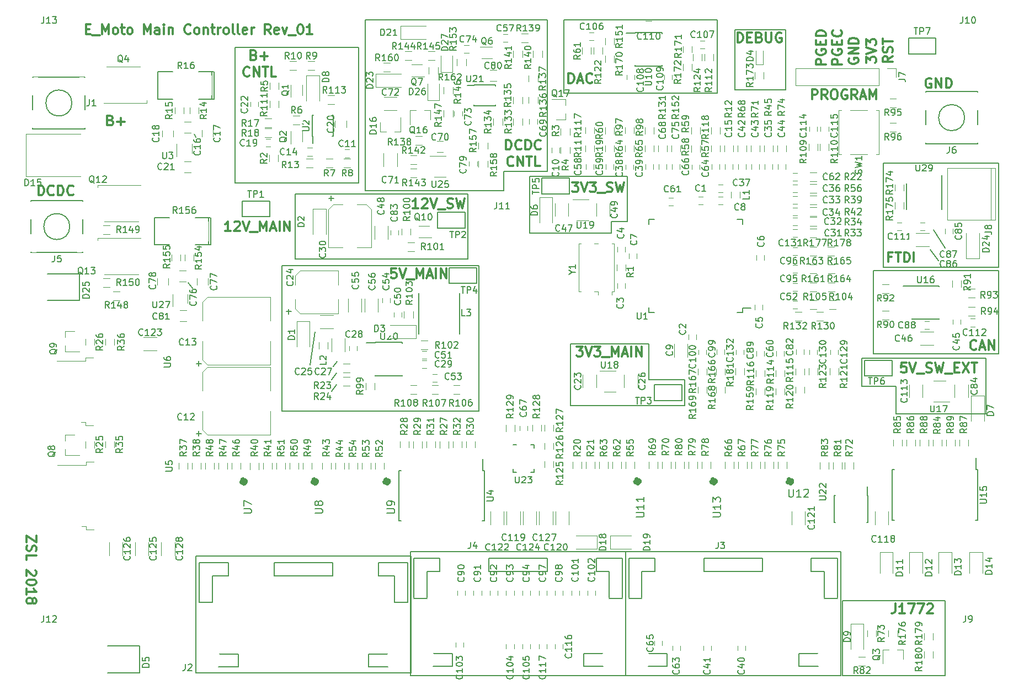
<source format=gbr>
G04 #@! TF.FileFunction,Legend,Top*
%FSLAX46Y46*%
G04 Gerber Fmt 4.6, Leading zero omitted, Abs format (unit mm)*
G04 Created by KiCad (PCBNEW 4.0.7) date 01/11/18 09:08:33*
%MOMM*%
%LPD*%
G01*
G04 APERTURE LIST*
%ADD10C,0.100000*%
%ADD11C,0.300000*%
%ADD12C,0.200000*%
%ADD13C,0.120000*%
%ADD14C,0.150000*%
%ADD15C,1.000000*%
%ADD16R,0.900000X0.850000*%
%ADD17R,1.800000X2.200000*%
%ADD18R,0.500000X1.300000*%
%ADD19R,0.500000X0.750000*%
%ADD20R,1.160000X0.750000*%
%ADD21R,0.800000X0.350000*%
%ADD22R,0.350000X0.800000*%
%ADD23R,0.925000X1.425000*%
%ADD24R,1.200000X0.500000*%
%ADD25R,1.650000X0.700000*%
%ADD26R,0.700000X2.050000*%
%ADD27R,0.750000X1.410000*%
%ADD28R,6.500000X2.750000*%
%ADD29R,9.500000X10.900000*%
%ADD30R,4.700000X0.900000*%
%ADD31R,0.500000X1.200000*%
%ADD32R,0.600000X1.000000*%
%ADD33R,1.000000X0.600000*%
%ADD34R,1.000000X0.900000*%
%ADD35R,6.000000X1.700000*%
%ADD36R,1.750000X0.500000*%
%ADD37O,1.600000X1.200000*%
%ADD38O,1.800000X1.300000*%
%ADD39R,2.600000X1.530000*%
%ADD40R,1.300000X1.000000*%
%ADD41R,1.000000X1.300000*%
%ADD42R,0.900000X1.000000*%
%ADD43R,2.600000X3.400000*%
%ADD44R,1.100000X1.700000*%
%ADD45R,0.850000X0.900000*%
%ADD46R,1.100000X1.350000*%
%ADD47R,1.350000X1.100000*%
%ADD48R,1.700000X1.100000*%
%ADD49R,1.700000X3.600000*%
%ADD50R,3.600000X1.700000*%
%ADD51R,0.475000X0.600000*%
%ADD52R,0.400000X0.750000*%
%ADD53R,0.600000X0.475000*%
%ADD54R,0.750000X0.400000*%
%ADD55R,0.900000X0.800000*%
%ADD56R,4.390000X4.600000*%
%ADD57R,1.700000X1.650000*%
%ADD58R,1.300000X1.650000*%
%ADD59R,1.800000X1.800000*%
%ADD60O,1.800000X1.800000*%
%ADD61R,0.550000X0.700000*%
%ADD62C,2.900000*%
%ADD63R,4.100000X2.600000*%
%ADD64R,0.900000X0.700000*%
%ADD65R,1.600000X2.500000*%
%ADD66R,1.600000X1.150000*%
%ADD67R,2.500000X1.600000*%
%ADD68R,1.150000X1.600000*%
%ADD69C,6.500000*%
%ADD70C,0.900000*%
%ADD71R,1.100000X2.850000*%
%ADD72C,1.800000*%
%ADD73C,2.700000*%
%ADD74R,1.600000X0.400000*%
%ADD75R,0.400000X1.600000*%
%ADD76R,1.300000X1.700000*%
%ADD77R,0.700000X1.650000*%
%ADD78R,1.700000X1.300000*%
%ADD79R,2.098980X3.099740*%
%ADD80R,1.500000X1.700000*%
%ADD81R,5.060000X3.900000*%
%ADD82R,2.000000X1.800000*%
%ADD83R,0.700000X2.500000*%
%ADD84C,2.100000*%
%ADD85R,3.900000X2.100000*%
%ADD86C,0.254000*%
G04 APERTURE END LIST*
D10*
D11*
X69857143Y-92178571D02*
X69000000Y-92178571D01*
X69428572Y-92178571D02*
X69428572Y-90678571D01*
X69285715Y-90892857D01*
X69142857Y-91035714D01*
X69000000Y-91107143D01*
X70428571Y-90821429D02*
X70500000Y-90750000D01*
X70642857Y-90678571D01*
X71000000Y-90678571D01*
X71142857Y-90750000D01*
X71214286Y-90821429D01*
X71285714Y-90964286D01*
X71285714Y-91107143D01*
X71214286Y-91321429D01*
X70357143Y-92178571D01*
X71285714Y-92178571D01*
X71714285Y-90678571D02*
X72214285Y-92178571D01*
X72714285Y-90678571D01*
X72857142Y-92321429D02*
X73999999Y-92321429D01*
X74357142Y-92178571D02*
X74357142Y-90678571D01*
X74857142Y-91750000D01*
X75357142Y-90678571D01*
X75357142Y-92178571D01*
X75999999Y-91750000D02*
X76714285Y-91750000D01*
X75857142Y-92178571D02*
X76357142Y-90678571D01*
X76857142Y-92178571D01*
X77357142Y-92178571D02*
X77357142Y-90678571D01*
X78071428Y-92178571D02*
X78071428Y-90678571D01*
X78928571Y-92178571D01*
X78928571Y-90678571D01*
X40071429Y-139000002D02*
X40071429Y-140000002D01*
X38571429Y-139000002D01*
X38571429Y-140000002D01*
X38642857Y-140500001D02*
X38571429Y-140714287D01*
X38571429Y-141071430D01*
X38642857Y-141214287D01*
X38714286Y-141285716D01*
X38857143Y-141357144D01*
X39000000Y-141357144D01*
X39142857Y-141285716D01*
X39214286Y-141214287D01*
X39285714Y-141071430D01*
X39357143Y-140785716D01*
X39428571Y-140642858D01*
X39500000Y-140571430D01*
X39642857Y-140500001D01*
X39785714Y-140500001D01*
X39928571Y-140571430D01*
X40000000Y-140642858D01*
X40071429Y-140785716D01*
X40071429Y-141142858D01*
X40000000Y-141357144D01*
X38571429Y-142714287D02*
X38571429Y-142000001D01*
X40071429Y-142000001D01*
X39928571Y-144285715D02*
X40000000Y-144357144D01*
X40071429Y-144500001D01*
X40071429Y-144857144D01*
X40000000Y-145000001D01*
X39928571Y-145071430D01*
X39785714Y-145142858D01*
X39642857Y-145142858D01*
X39428571Y-145071430D01*
X38571429Y-144214287D01*
X38571429Y-145142858D01*
X40071429Y-146071429D02*
X40071429Y-146214286D01*
X40000000Y-146357143D01*
X39928571Y-146428572D01*
X39785714Y-146500001D01*
X39500000Y-146571429D01*
X39142857Y-146571429D01*
X38857143Y-146500001D01*
X38714286Y-146428572D01*
X38642857Y-146357143D01*
X38571429Y-146214286D01*
X38571429Y-146071429D01*
X38642857Y-145928572D01*
X38714286Y-145857143D01*
X38857143Y-145785715D01*
X39142857Y-145714286D01*
X39500000Y-145714286D01*
X39785714Y-145785715D01*
X39928571Y-145857143D01*
X40000000Y-145928572D01*
X40071429Y-146071429D01*
X38571429Y-148000000D02*
X38571429Y-147142857D01*
X38571429Y-147571429D02*
X40071429Y-147571429D01*
X39857143Y-147428572D01*
X39714286Y-147285714D01*
X39642857Y-147142857D01*
X39428571Y-148857143D02*
X39500000Y-148714285D01*
X39571429Y-148642857D01*
X39714286Y-148571428D01*
X39785714Y-148571428D01*
X39928571Y-148642857D01*
X40000000Y-148714285D01*
X40071429Y-148857143D01*
X40071429Y-149142857D01*
X40000000Y-149285714D01*
X39928571Y-149357143D01*
X39785714Y-149428571D01*
X39714286Y-149428571D01*
X39571429Y-149357143D01*
X39500000Y-149285714D01*
X39428571Y-149142857D01*
X39428571Y-148857143D01*
X39357143Y-148714285D01*
X39285714Y-148642857D01*
X39142857Y-148571428D01*
X38857143Y-148571428D01*
X38714286Y-148642857D01*
X38642857Y-148714285D01*
X38571429Y-148857143D01*
X38571429Y-149142857D01*
X38642857Y-149285714D01*
X38714286Y-149357143D01*
X38857143Y-149428571D01*
X39142857Y-149428571D01*
X39285714Y-149357143D01*
X39357143Y-149285714D01*
X39428571Y-149142857D01*
X47642858Y-61142857D02*
X48142858Y-61142857D01*
X48357144Y-61928571D02*
X47642858Y-61928571D01*
X47642858Y-60428571D01*
X48357144Y-60428571D01*
X48642858Y-62071429D02*
X49785715Y-62071429D01*
X50142858Y-61928571D02*
X50142858Y-60428571D01*
X50642858Y-61500000D01*
X51142858Y-60428571D01*
X51142858Y-61928571D01*
X52071430Y-61928571D02*
X51928572Y-61857143D01*
X51857144Y-61785714D01*
X51785715Y-61642857D01*
X51785715Y-61214286D01*
X51857144Y-61071429D01*
X51928572Y-61000000D01*
X52071430Y-60928571D01*
X52285715Y-60928571D01*
X52428572Y-61000000D01*
X52500001Y-61071429D01*
X52571430Y-61214286D01*
X52571430Y-61642857D01*
X52500001Y-61785714D01*
X52428572Y-61857143D01*
X52285715Y-61928571D01*
X52071430Y-61928571D01*
X53000001Y-60928571D02*
X53571430Y-60928571D01*
X53214287Y-60428571D02*
X53214287Y-61714286D01*
X53285715Y-61857143D01*
X53428573Y-61928571D01*
X53571430Y-61928571D01*
X54285716Y-61928571D02*
X54142858Y-61857143D01*
X54071430Y-61785714D01*
X54000001Y-61642857D01*
X54000001Y-61214286D01*
X54071430Y-61071429D01*
X54142858Y-61000000D01*
X54285716Y-60928571D01*
X54500001Y-60928571D01*
X54642858Y-61000000D01*
X54714287Y-61071429D01*
X54785716Y-61214286D01*
X54785716Y-61642857D01*
X54714287Y-61785714D01*
X54642858Y-61857143D01*
X54500001Y-61928571D01*
X54285716Y-61928571D01*
X56571430Y-61928571D02*
X56571430Y-60428571D01*
X57071430Y-61500000D01*
X57571430Y-60428571D01*
X57571430Y-61928571D01*
X58928573Y-61928571D02*
X58928573Y-61142857D01*
X58857144Y-61000000D01*
X58714287Y-60928571D01*
X58428573Y-60928571D01*
X58285716Y-61000000D01*
X58928573Y-61857143D02*
X58785716Y-61928571D01*
X58428573Y-61928571D01*
X58285716Y-61857143D01*
X58214287Y-61714286D01*
X58214287Y-61571429D01*
X58285716Y-61428571D01*
X58428573Y-61357143D01*
X58785716Y-61357143D01*
X58928573Y-61285714D01*
X59642859Y-61928571D02*
X59642859Y-60928571D01*
X59642859Y-60428571D02*
X59571430Y-60500000D01*
X59642859Y-60571429D01*
X59714287Y-60500000D01*
X59642859Y-60428571D01*
X59642859Y-60571429D01*
X60357145Y-60928571D02*
X60357145Y-61928571D01*
X60357145Y-61071429D02*
X60428573Y-61000000D01*
X60571431Y-60928571D01*
X60785716Y-60928571D01*
X60928573Y-61000000D01*
X61000002Y-61142857D01*
X61000002Y-61928571D01*
X63714288Y-61785714D02*
X63642859Y-61857143D01*
X63428573Y-61928571D01*
X63285716Y-61928571D01*
X63071431Y-61857143D01*
X62928573Y-61714286D01*
X62857145Y-61571429D01*
X62785716Y-61285714D01*
X62785716Y-61071429D01*
X62857145Y-60785714D01*
X62928573Y-60642857D01*
X63071431Y-60500000D01*
X63285716Y-60428571D01*
X63428573Y-60428571D01*
X63642859Y-60500000D01*
X63714288Y-60571429D01*
X64571431Y-61928571D02*
X64428573Y-61857143D01*
X64357145Y-61785714D01*
X64285716Y-61642857D01*
X64285716Y-61214286D01*
X64357145Y-61071429D01*
X64428573Y-61000000D01*
X64571431Y-60928571D01*
X64785716Y-60928571D01*
X64928573Y-61000000D01*
X65000002Y-61071429D01*
X65071431Y-61214286D01*
X65071431Y-61642857D01*
X65000002Y-61785714D01*
X64928573Y-61857143D01*
X64785716Y-61928571D01*
X64571431Y-61928571D01*
X65714288Y-60928571D02*
X65714288Y-61928571D01*
X65714288Y-61071429D02*
X65785716Y-61000000D01*
X65928574Y-60928571D01*
X66142859Y-60928571D01*
X66285716Y-61000000D01*
X66357145Y-61142857D01*
X66357145Y-61928571D01*
X66857145Y-60928571D02*
X67428574Y-60928571D01*
X67071431Y-60428571D02*
X67071431Y-61714286D01*
X67142859Y-61857143D01*
X67285717Y-61928571D01*
X67428574Y-61928571D01*
X67928574Y-61928571D02*
X67928574Y-60928571D01*
X67928574Y-61214286D02*
X68000002Y-61071429D01*
X68071431Y-61000000D01*
X68214288Y-60928571D01*
X68357145Y-60928571D01*
X69071431Y-61928571D02*
X68928573Y-61857143D01*
X68857145Y-61785714D01*
X68785716Y-61642857D01*
X68785716Y-61214286D01*
X68857145Y-61071429D01*
X68928573Y-61000000D01*
X69071431Y-60928571D01*
X69285716Y-60928571D01*
X69428573Y-61000000D01*
X69500002Y-61071429D01*
X69571431Y-61214286D01*
X69571431Y-61642857D01*
X69500002Y-61785714D01*
X69428573Y-61857143D01*
X69285716Y-61928571D01*
X69071431Y-61928571D01*
X70428574Y-61928571D02*
X70285716Y-61857143D01*
X70214288Y-61714286D01*
X70214288Y-60428571D01*
X71214288Y-61928571D02*
X71071430Y-61857143D01*
X71000002Y-61714286D01*
X71000002Y-60428571D01*
X72357144Y-61857143D02*
X72214287Y-61928571D01*
X71928573Y-61928571D01*
X71785716Y-61857143D01*
X71714287Y-61714286D01*
X71714287Y-61142857D01*
X71785716Y-61000000D01*
X71928573Y-60928571D01*
X72214287Y-60928571D01*
X72357144Y-61000000D01*
X72428573Y-61142857D01*
X72428573Y-61285714D01*
X71714287Y-61428571D01*
X73071430Y-61928571D02*
X73071430Y-60928571D01*
X73071430Y-61214286D02*
X73142858Y-61071429D01*
X73214287Y-61000000D01*
X73357144Y-60928571D01*
X73500001Y-60928571D01*
X76000001Y-61928571D02*
X75500001Y-61214286D01*
X75142858Y-61928571D02*
X75142858Y-60428571D01*
X75714286Y-60428571D01*
X75857144Y-60500000D01*
X75928572Y-60571429D01*
X76000001Y-60714286D01*
X76000001Y-60928571D01*
X75928572Y-61071429D01*
X75857144Y-61142857D01*
X75714286Y-61214286D01*
X75142858Y-61214286D01*
X77214286Y-61857143D02*
X77071429Y-61928571D01*
X76785715Y-61928571D01*
X76642858Y-61857143D01*
X76571429Y-61714286D01*
X76571429Y-61142857D01*
X76642858Y-61000000D01*
X76785715Y-60928571D01*
X77071429Y-60928571D01*
X77214286Y-61000000D01*
X77285715Y-61142857D01*
X77285715Y-61285714D01*
X76571429Y-61428571D01*
X77785715Y-60928571D02*
X78142858Y-61928571D01*
X78500000Y-60928571D01*
X78714286Y-62071429D02*
X79857143Y-62071429D01*
X80500000Y-60428571D02*
X80642857Y-60428571D01*
X80785714Y-60500000D01*
X80857143Y-60571429D01*
X80928572Y-60714286D01*
X81000000Y-61000000D01*
X81000000Y-61357143D01*
X80928572Y-61642857D01*
X80857143Y-61785714D01*
X80785714Y-61857143D01*
X80642857Y-61928571D01*
X80500000Y-61928571D01*
X80357143Y-61857143D01*
X80285714Y-61785714D01*
X80214286Y-61642857D01*
X80142857Y-61357143D01*
X80142857Y-61000000D01*
X80214286Y-60714286D01*
X80285714Y-60571429D01*
X80357143Y-60500000D01*
X80500000Y-60428571D01*
X82428571Y-61928571D02*
X81571428Y-61928571D01*
X82000000Y-61928571D02*
X82000000Y-60428571D01*
X81857143Y-60642857D01*
X81714285Y-60785714D01*
X81571428Y-60857143D01*
X171857144Y-149428571D02*
X171857144Y-150500000D01*
X171785716Y-150714286D01*
X171642859Y-150857143D01*
X171428573Y-150928571D01*
X171285716Y-150928571D01*
X173357144Y-150928571D02*
X172500001Y-150928571D01*
X172928573Y-150928571D02*
X172928573Y-149428571D01*
X172785716Y-149642857D01*
X172642858Y-149785714D01*
X172500001Y-149857143D01*
X173857144Y-149428571D02*
X174857144Y-149428571D01*
X174214287Y-150928571D01*
X175285715Y-149428571D02*
X176285715Y-149428571D01*
X175642858Y-150928571D01*
X176785714Y-149571429D02*
X176857143Y-149500000D01*
X177000000Y-149428571D01*
X177357143Y-149428571D01*
X177500000Y-149500000D01*
X177571429Y-149571429D01*
X177642857Y-149714286D01*
X177642857Y-149857143D01*
X177571429Y-150071429D01*
X176714286Y-150928571D01*
X177642857Y-150928571D01*
D12*
X163750000Y-149000000D02*
X163750000Y-160500000D01*
X179500000Y-149000000D02*
X163750000Y-149000000D01*
X179500000Y-160500000D02*
X179500000Y-149000000D01*
X163750000Y-160500000D02*
X179500000Y-160500000D01*
X139500000Y-115000000D02*
X134000000Y-115000000D01*
X139500000Y-119000000D02*
X139500000Y-115000000D01*
X166750000Y-116000000D02*
X166750000Y-111750000D01*
X172000000Y-116000000D02*
X166750000Y-116000000D01*
X128250000Y-90750000D02*
X130750000Y-90750000D01*
X128250000Y-92500000D02*
X128250000Y-90750000D01*
D11*
X171285715Y-96142857D02*
X170785715Y-96142857D01*
X170785715Y-96928571D02*
X170785715Y-95428571D01*
X171500001Y-95428571D01*
X171857143Y-95428571D02*
X172714286Y-95428571D01*
X172285715Y-96928571D02*
X172285715Y-95428571D01*
X173214286Y-96928571D02*
X173214286Y-95428571D01*
X173571429Y-95428571D01*
X173785714Y-95500000D01*
X173928572Y-95642857D01*
X174000000Y-95785714D01*
X174071429Y-96071429D01*
X174071429Y-96285714D01*
X174000000Y-96571429D01*
X173928572Y-96714286D01*
X173785714Y-96857143D01*
X173571429Y-96928571D01*
X173214286Y-96928571D01*
X174714286Y-96928571D02*
X174714286Y-95428571D01*
D12*
X170000000Y-81750000D02*
X170000000Y-97750000D01*
X187750000Y-81750000D02*
X170000000Y-81750000D01*
X187750000Y-97750000D02*
X187750000Y-81750000D01*
X170000000Y-97750000D02*
X187750000Y-97750000D01*
D11*
X173535716Y-112428571D02*
X172821430Y-112428571D01*
X172750001Y-113142857D01*
X172821430Y-113071429D01*
X172964287Y-113000000D01*
X173321430Y-113000000D01*
X173464287Y-113071429D01*
X173535716Y-113142857D01*
X173607144Y-113285714D01*
X173607144Y-113642857D01*
X173535716Y-113785714D01*
X173464287Y-113857143D01*
X173321430Y-113928571D01*
X172964287Y-113928571D01*
X172821430Y-113857143D01*
X172750001Y-113785714D01*
X174035715Y-112428571D02*
X174535715Y-113928571D01*
X175035715Y-112428571D01*
X175178572Y-114071429D02*
X176321429Y-114071429D01*
X176607143Y-113857143D02*
X176821429Y-113928571D01*
X177178572Y-113928571D01*
X177321429Y-113857143D01*
X177392858Y-113785714D01*
X177464286Y-113642857D01*
X177464286Y-113500000D01*
X177392858Y-113357143D01*
X177321429Y-113285714D01*
X177178572Y-113214286D01*
X176892858Y-113142857D01*
X176750000Y-113071429D01*
X176678572Y-113000000D01*
X176607143Y-112857143D01*
X176607143Y-112714286D01*
X176678572Y-112571429D01*
X176750000Y-112500000D01*
X176892858Y-112428571D01*
X177250000Y-112428571D01*
X177464286Y-112500000D01*
X177964286Y-112428571D02*
X178321429Y-113928571D01*
X178607143Y-112857143D01*
X178892857Y-113928571D01*
X179250000Y-112428571D01*
X179464286Y-114071429D02*
X180607143Y-114071429D01*
X180964286Y-113142857D02*
X181464286Y-113142857D01*
X181678572Y-113928571D02*
X180964286Y-113928571D01*
X180964286Y-112428571D01*
X181678572Y-112428571D01*
X182178572Y-112428571D02*
X183178572Y-113928571D01*
X183178572Y-112428571D02*
X182178572Y-113928571D01*
X183535714Y-112428571D02*
X184392857Y-112428571D01*
X183964286Y-113928571D02*
X183964286Y-112428571D01*
D12*
X185750000Y-120250000D02*
X185750000Y-111750000D01*
X172000000Y-120250000D02*
X185750000Y-120250000D01*
X172000000Y-116000000D02*
X172000000Y-120250000D01*
X185750000Y-111750000D02*
X166750000Y-111750000D01*
D11*
X73428572Y-65117857D02*
X73642858Y-65189286D01*
X73714286Y-65260714D01*
X73785715Y-65403571D01*
X73785715Y-65617857D01*
X73714286Y-65760714D01*
X73642858Y-65832143D01*
X73500000Y-65903571D01*
X72928572Y-65903571D01*
X72928572Y-64403571D01*
X73428572Y-64403571D01*
X73571429Y-64475000D01*
X73642858Y-64546429D01*
X73714286Y-64689286D01*
X73714286Y-64832143D01*
X73642858Y-64975000D01*
X73571429Y-65046429D01*
X73428572Y-65117857D01*
X72928572Y-65117857D01*
X74428572Y-65332143D02*
X75571429Y-65332143D01*
X75000000Y-65903571D02*
X75000000Y-64760714D01*
X72750000Y-68310714D02*
X72678571Y-68382143D01*
X72464285Y-68453571D01*
X72321428Y-68453571D01*
X72107143Y-68382143D01*
X71964285Y-68239286D01*
X71892857Y-68096429D01*
X71821428Y-67810714D01*
X71821428Y-67596429D01*
X71892857Y-67310714D01*
X71964285Y-67167857D01*
X72107143Y-67025000D01*
X72321428Y-66953571D01*
X72464285Y-66953571D01*
X72678571Y-67025000D01*
X72750000Y-67096429D01*
X73392857Y-68453571D02*
X73392857Y-66953571D01*
X74250000Y-68453571D01*
X74250000Y-66953571D01*
X74750000Y-66953571D02*
X75607143Y-66953571D01*
X75178572Y-68453571D02*
X75178572Y-66953571D01*
X76821429Y-68453571D02*
X76107143Y-68453571D01*
X76107143Y-66953571D01*
X112107143Y-79653571D02*
X112107143Y-78153571D01*
X112464286Y-78153571D01*
X112678571Y-78225000D01*
X112821429Y-78367857D01*
X112892857Y-78510714D01*
X112964286Y-78796429D01*
X112964286Y-79010714D01*
X112892857Y-79296429D01*
X112821429Y-79439286D01*
X112678571Y-79582143D01*
X112464286Y-79653571D01*
X112107143Y-79653571D01*
X114464286Y-79510714D02*
X114392857Y-79582143D01*
X114178571Y-79653571D01*
X114035714Y-79653571D01*
X113821429Y-79582143D01*
X113678571Y-79439286D01*
X113607143Y-79296429D01*
X113535714Y-79010714D01*
X113535714Y-78796429D01*
X113607143Y-78510714D01*
X113678571Y-78367857D01*
X113821429Y-78225000D01*
X114035714Y-78153571D01*
X114178571Y-78153571D01*
X114392857Y-78225000D01*
X114464286Y-78296429D01*
X115107143Y-79653571D02*
X115107143Y-78153571D01*
X115464286Y-78153571D01*
X115678571Y-78225000D01*
X115821429Y-78367857D01*
X115892857Y-78510714D01*
X115964286Y-78796429D01*
X115964286Y-79010714D01*
X115892857Y-79296429D01*
X115821429Y-79439286D01*
X115678571Y-79582143D01*
X115464286Y-79653571D01*
X115107143Y-79653571D01*
X117464286Y-79510714D02*
X117392857Y-79582143D01*
X117178571Y-79653571D01*
X117035714Y-79653571D01*
X116821429Y-79582143D01*
X116678571Y-79439286D01*
X116607143Y-79296429D01*
X116535714Y-79010714D01*
X116535714Y-78796429D01*
X116607143Y-78510714D01*
X116678571Y-78367857D01*
X116821429Y-78225000D01*
X117035714Y-78153571D01*
X117178571Y-78153571D01*
X117392857Y-78225000D01*
X117464286Y-78296429D01*
X113250000Y-82060714D02*
X113178571Y-82132143D01*
X112964285Y-82203571D01*
X112821428Y-82203571D01*
X112607143Y-82132143D01*
X112464285Y-81989286D01*
X112392857Y-81846429D01*
X112321428Y-81560714D01*
X112321428Y-81346429D01*
X112392857Y-81060714D01*
X112464285Y-80917857D01*
X112607143Y-80775000D01*
X112821428Y-80703571D01*
X112964285Y-80703571D01*
X113178571Y-80775000D01*
X113250000Y-80846429D01*
X113892857Y-82203571D02*
X113892857Y-80703571D01*
X114750000Y-82203571D01*
X114750000Y-80703571D01*
X115250000Y-80703571D02*
X116107143Y-80703571D01*
X115678572Y-82203571D02*
X115678572Y-80703571D01*
X117321429Y-82203571D02*
X116607143Y-82203571D01*
X116607143Y-80703571D01*
X122250001Y-84678571D02*
X123178572Y-84678571D01*
X122678572Y-85250000D01*
X122892858Y-85250000D01*
X123035715Y-85321429D01*
X123107144Y-85392857D01*
X123178572Y-85535714D01*
X123178572Y-85892857D01*
X123107144Y-86035714D01*
X123035715Y-86107143D01*
X122892858Y-86178571D01*
X122464286Y-86178571D01*
X122321429Y-86107143D01*
X122250001Y-86035714D01*
X123607143Y-84678571D02*
X124107143Y-86178571D01*
X124607143Y-84678571D01*
X124964286Y-84678571D02*
X125892857Y-84678571D01*
X125392857Y-85250000D01*
X125607143Y-85250000D01*
X125750000Y-85321429D01*
X125821429Y-85392857D01*
X125892857Y-85535714D01*
X125892857Y-85892857D01*
X125821429Y-86035714D01*
X125750000Y-86107143D01*
X125607143Y-86178571D01*
X125178571Y-86178571D01*
X125035714Y-86107143D01*
X124964286Y-86035714D01*
X126178571Y-86321429D02*
X127321428Y-86321429D01*
X127607142Y-86107143D02*
X127821428Y-86178571D01*
X128178571Y-86178571D01*
X128321428Y-86107143D01*
X128392857Y-86035714D01*
X128464285Y-85892857D01*
X128464285Y-85750000D01*
X128392857Y-85607143D01*
X128321428Y-85535714D01*
X128178571Y-85464286D01*
X127892857Y-85392857D01*
X127749999Y-85321429D01*
X127678571Y-85250000D01*
X127607142Y-85107143D01*
X127607142Y-84964286D01*
X127678571Y-84821429D01*
X127749999Y-84750000D01*
X127892857Y-84678571D01*
X128249999Y-84678571D01*
X128464285Y-84750000D01*
X128964285Y-84678571D02*
X129321428Y-86178571D01*
X129607142Y-85107143D01*
X129892856Y-86178571D01*
X130249999Y-84678571D01*
D12*
X115750000Y-83750000D02*
X115750000Y-92500000D01*
X130750000Y-83750000D02*
X115750000Y-83750000D01*
X130750000Y-90750000D02*
X130750000Y-83750000D01*
X115750000Y-92500000D02*
X128250000Y-92500000D01*
X111750000Y-83000000D02*
X118500000Y-83000000D01*
X111750000Y-86000000D02*
X111750000Y-83000000D01*
D11*
X122928572Y-109928571D02*
X123857143Y-109928571D01*
X123357143Y-110500000D01*
X123571429Y-110500000D01*
X123714286Y-110571429D01*
X123785715Y-110642857D01*
X123857143Y-110785714D01*
X123857143Y-111142857D01*
X123785715Y-111285714D01*
X123714286Y-111357143D01*
X123571429Y-111428571D01*
X123142857Y-111428571D01*
X123000000Y-111357143D01*
X122928572Y-111285714D01*
X124285714Y-109928571D02*
X124785714Y-111428571D01*
X125285714Y-109928571D01*
X125642857Y-109928571D02*
X126571428Y-109928571D01*
X126071428Y-110500000D01*
X126285714Y-110500000D01*
X126428571Y-110571429D01*
X126500000Y-110642857D01*
X126571428Y-110785714D01*
X126571428Y-111142857D01*
X126500000Y-111285714D01*
X126428571Y-111357143D01*
X126285714Y-111428571D01*
X125857142Y-111428571D01*
X125714285Y-111357143D01*
X125642857Y-111285714D01*
X126857142Y-111571429D02*
X127999999Y-111571429D01*
X128357142Y-111428571D02*
X128357142Y-109928571D01*
X128857142Y-111000000D01*
X129357142Y-109928571D01*
X129357142Y-111428571D01*
X129999999Y-111000000D02*
X130714285Y-111000000D01*
X129857142Y-111428571D02*
X130357142Y-109928571D01*
X130857142Y-111428571D01*
X131357142Y-111428571D02*
X131357142Y-109928571D01*
X132071428Y-111428571D02*
X132071428Y-109928571D01*
X132928571Y-111428571D01*
X132928571Y-109928571D01*
D12*
X122000000Y-109500000D02*
X122000000Y-119000000D01*
X134000000Y-109500000D02*
X122000000Y-109500000D01*
X134000000Y-115000000D02*
X134000000Y-109500000D01*
X122000000Y-119000000D02*
X139500000Y-119000000D01*
X178500000Y-96750000D02*
X177250000Y-95000000D01*
X179500000Y-94750000D02*
X177750000Y-92000000D01*
X155000000Y-61250000D02*
X147250000Y-61250000D01*
X155000000Y-70500000D02*
X155000000Y-61250000D01*
X147250000Y-70500000D02*
X155000000Y-70500000D01*
X147250000Y-61250000D02*
X147250000Y-70500000D01*
D11*
X147642857Y-63178571D02*
X147642857Y-61678571D01*
X148000000Y-61678571D01*
X148214285Y-61750000D01*
X148357143Y-61892857D01*
X148428571Y-62035714D01*
X148500000Y-62321429D01*
X148500000Y-62535714D01*
X148428571Y-62821429D01*
X148357143Y-62964286D01*
X148214285Y-63107143D01*
X148000000Y-63178571D01*
X147642857Y-63178571D01*
X149142857Y-62392857D02*
X149642857Y-62392857D01*
X149857143Y-63178571D02*
X149142857Y-63178571D01*
X149142857Y-61678571D01*
X149857143Y-61678571D01*
X151000000Y-62392857D02*
X151214286Y-62464286D01*
X151285714Y-62535714D01*
X151357143Y-62678571D01*
X151357143Y-62892857D01*
X151285714Y-63035714D01*
X151214286Y-63107143D01*
X151071428Y-63178571D01*
X150500000Y-63178571D01*
X150500000Y-61678571D01*
X151000000Y-61678571D01*
X151142857Y-61750000D01*
X151214286Y-61821429D01*
X151285714Y-61964286D01*
X151285714Y-62107143D01*
X151214286Y-62250000D01*
X151142857Y-62321429D01*
X151000000Y-62392857D01*
X150500000Y-62392857D01*
X152000000Y-61678571D02*
X152000000Y-62892857D01*
X152071428Y-63035714D01*
X152142857Y-63107143D01*
X152285714Y-63178571D01*
X152571428Y-63178571D01*
X152714286Y-63107143D01*
X152785714Y-63035714D01*
X152857143Y-62892857D01*
X152857143Y-61678571D01*
X154357143Y-61750000D02*
X154214286Y-61678571D01*
X154000000Y-61678571D01*
X153785715Y-61750000D01*
X153642857Y-61892857D01*
X153571429Y-62035714D01*
X153500000Y-62321429D01*
X153500000Y-62535714D01*
X153571429Y-62821429D01*
X153642857Y-62964286D01*
X153785715Y-63107143D01*
X154000000Y-63178571D01*
X154142857Y-63178571D01*
X154357143Y-63107143D01*
X154428572Y-63035714D01*
X154428572Y-62535714D01*
X154142857Y-62535714D01*
X161178571Y-66571428D02*
X159678571Y-66571428D01*
X159678571Y-66000000D01*
X159750000Y-65857142D01*
X159821429Y-65785714D01*
X159964286Y-65714285D01*
X160178571Y-65714285D01*
X160321429Y-65785714D01*
X160392857Y-65857142D01*
X160464286Y-66000000D01*
X160464286Y-66571428D01*
X159750000Y-64285714D02*
X159678571Y-64428571D01*
X159678571Y-64642857D01*
X159750000Y-64857142D01*
X159892857Y-65000000D01*
X160035714Y-65071428D01*
X160321429Y-65142857D01*
X160535714Y-65142857D01*
X160821429Y-65071428D01*
X160964286Y-65000000D01*
X161107143Y-64857142D01*
X161178571Y-64642857D01*
X161178571Y-64500000D01*
X161107143Y-64285714D01*
X161035714Y-64214285D01*
X160535714Y-64214285D01*
X160535714Y-64500000D01*
X160392857Y-63571428D02*
X160392857Y-63071428D01*
X161178571Y-62857142D02*
X161178571Y-63571428D01*
X159678571Y-63571428D01*
X159678571Y-62857142D01*
X161178571Y-62214285D02*
X159678571Y-62214285D01*
X159678571Y-61857142D01*
X159750000Y-61642857D01*
X159892857Y-61499999D01*
X160035714Y-61428571D01*
X160321429Y-61357142D01*
X160535714Y-61357142D01*
X160821429Y-61428571D01*
X160964286Y-61499999D01*
X161107143Y-61642857D01*
X161178571Y-61857142D01*
X161178571Y-62214285D01*
X163678571Y-66571428D02*
X162178571Y-66571428D01*
X162178571Y-66000000D01*
X162250000Y-65857142D01*
X162321429Y-65785714D01*
X162464286Y-65714285D01*
X162678571Y-65714285D01*
X162821429Y-65785714D01*
X162892857Y-65857142D01*
X162964286Y-66000000D01*
X162964286Y-66571428D01*
X162250000Y-64285714D02*
X162178571Y-64428571D01*
X162178571Y-64642857D01*
X162250000Y-64857142D01*
X162392857Y-65000000D01*
X162535714Y-65071428D01*
X162821429Y-65142857D01*
X163035714Y-65142857D01*
X163321429Y-65071428D01*
X163464286Y-65000000D01*
X163607143Y-64857142D01*
X163678571Y-64642857D01*
X163678571Y-64500000D01*
X163607143Y-64285714D01*
X163535714Y-64214285D01*
X163035714Y-64214285D01*
X163035714Y-64500000D01*
X162892857Y-63571428D02*
X162892857Y-63071428D01*
X163678571Y-62857142D02*
X163678571Y-63571428D01*
X162178571Y-63571428D01*
X162178571Y-62857142D01*
X163535714Y-61357142D02*
X163607143Y-61428571D01*
X163678571Y-61642857D01*
X163678571Y-61785714D01*
X163607143Y-61999999D01*
X163464286Y-62142857D01*
X163321429Y-62214285D01*
X163035714Y-62285714D01*
X162821429Y-62285714D01*
X162535714Y-62214285D01*
X162392857Y-62142857D01*
X162250000Y-61999999D01*
X162178571Y-61785714D01*
X162178571Y-61642857D01*
X162250000Y-61428571D01*
X162321429Y-61357142D01*
X164750000Y-65642857D02*
X164678571Y-65785714D01*
X164678571Y-66000000D01*
X164750000Y-66214285D01*
X164892857Y-66357143D01*
X165035714Y-66428571D01*
X165321429Y-66500000D01*
X165535714Y-66500000D01*
X165821429Y-66428571D01*
X165964286Y-66357143D01*
X166107143Y-66214285D01*
X166178571Y-66000000D01*
X166178571Y-65857143D01*
X166107143Y-65642857D01*
X166035714Y-65571428D01*
X165535714Y-65571428D01*
X165535714Y-65857143D01*
X166178571Y-64928571D02*
X164678571Y-64928571D01*
X166178571Y-64071428D01*
X164678571Y-64071428D01*
X166178571Y-63357142D02*
X164678571Y-63357142D01*
X164678571Y-62999999D01*
X164750000Y-62785714D01*
X164892857Y-62642856D01*
X165035714Y-62571428D01*
X165321429Y-62499999D01*
X165535714Y-62499999D01*
X165821429Y-62571428D01*
X165964286Y-62642856D01*
X166107143Y-62785714D01*
X166178571Y-62999999D01*
X166178571Y-63357142D01*
X167428571Y-66357142D02*
X167428571Y-65428571D01*
X168000000Y-65928571D01*
X168000000Y-65714285D01*
X168071429Y-65571428D01*
X168142857Y-65499999D01*
X168285714Y-65428571D01*
X168642857Y-65428571D01*
X168785714Y-65499999D01*
X168857143Y-65571428D01*
X168928571Y-65714285D01*
X168928571Y-66142857D01*
X168857143Y-66285714D01*
X168785714Y-66357142D01*
X167428571Y-65000000D02*
X168928571Y-64500000D01*
X167428571Y-64000000D01*
X167428571Y-63642857D02*
X167428571Y-62714286D01*
X168000000Y-63214286D01*
X168000000Y-63000000D01*
X168071429Y-62857143D01*
X168142857Y-62785714D01*
X168285714Y-62714286D01*
X168642857Y-62714286D01*
X168785714Y-62785714D01*
X168857143Y-62857143D01*
X168928571Y-63000000D01*
X168928571Y-63428572D01*
X168857143Y-63571429D01*
X168785714Y-63642857D01*
X171428571Y-65321428D02*
X170714286Y-65821428D01*
X171428571Y-66178571D02*
X169928571Y-66178571D01*
X169928571Y-65607143D01*
X170000000Y-65464285D01*
X170071429Y-65392857D01*
X170214286Y-65321428D01*
X170428571Y-65321428D01*
X170571429Y-65392857D01*
X170642857Y-65464285D01*
X170714286Y-65607143D01*
X170714286Y-66178571D01*
X171357143Y-64750000D02*
X171428571Y-64535714D01*
X171428571Y-64178571D01*
X171357143Y-64035714D01*
X171285714Y-63964285D01*
X171142857Y-63892857D01*
X171000000Y-63892857D01*
X170857143Y-63964285D01*
X170785714Y-64035714D01*
X170714286Y-64178571D01*
X170642857Y-64464285D01*
X170571429Y-64607143D01*
X170500000Y-64678571D01*
X170357143Y-64750000D01*
X170214286Y-64750000D01*
X170071429Y-64678571D01*
X170000000Y-64607143D01*
X169928571Y-64464285D01*
X169928571Y-64107143D01*
X170000000Y-63892857D01*
X169928571Y-63464286D02*
X169928571Y-62607143D01*
X171428571Y-63035714D02*
X169928571Y-63035714D01*
X159071429Y-71928571D02*
X159071429Y-70428571D01*
X159642857Y-70428571D01*
X159785715Y-70500000D01*
X159857143Y-70571429D01*
X159928572Y-70714286D01*
X159928572Y-70928571D01*
X159857143Y-71071429D01*
X159785715Y-71142857D01*
X159642857Y-71214286D01*
X159071429Y-71214286D01*
X161428572Y-71928571D02*
X160928572Y-71214286D01*
X160571429Y-71928571D02*
X160571429Y-70428571D01*
X161142857Y-70428571D01*
X161285715Y-70500000D01*
X161357143Y-70571429D01*
X161428572Y-70714286D01*
X161428572Y-70928571D01*
X161357143Y-71071429D01*
X161285715Y-71142857D01*
X161142857Y-71214286D01*
X160571429Y-71214286D01*
X162357143Y-70428571D02*
X162642857Y-70428571D01*
X162785715Y-70500000D01*
X162928572Y-70642857D01*
X163000000Y-70928571D01*
X163000000Y-71428571D01*
X162928572Y-71714286D01*
X162785715Y-71857143D01*
X162642857Y-71928571D01*
X162357143Y-71928571D01*
X162214286Y-71857143D01*
X162071429Y-71714286D01*
X162000000Y-71428571D01*
X162000000Y-70928571D01*
X162071429Y-70642857D01*
X162214286Y-70500000D01*
X162357143Y-70428571D01*
X164428572Y-70500000D02*
X164285715Y-70428571D01*
X164071429Y-70428571D01*
X163857144Y-70500000D01*
X163714286Y-70642857D01*
X163642858Y-70785714D01*
X163571429Y-71071429D01*
X163571429Y-71285714D01*
X163642858Y-71571429D01*
X163714286Y-71714286D01*
X163857144Y-71857143D01*
X164071429Y-71928571D01*
X164214286Y-71928571D01*
X164428572Y-71857143D01*
X164500001Y-71785714D01*
X164500001Y-71285714D01*
X164214286Y-71285714D01*
X166000001Y-71928571D02*
X165500001Y-71214286D01*
X165142858Y-71928571D02*
X165142858Y-70428571D01*
X165714286Y-70428571D01*
X165857144Y-70500000D01*
X165928572Y-70571429D01*
X166000001Y-70714286D01*
X166000001Y-70928571D01*
X165928572Y-71071429D01*
X165857144Y-71142857D01*
X165714286Y-71214286D01*
X165142858Y-71214286D01*
X166571429Y-71500000D02*
X167285715Y-71500000D01*
X166428572Y-71928571D02*
X166928572Y-70428571D01*
X167428572Y-71928571D01*
X167928572Y-71928571D02*
X167928572Y-70428571D01*
X168428572Y-71500000D01*
X168928572Y-70428571D01*
X168928572Y-71928571D01*
D12*
X90500000Y-86000000D02*
X90500000Y-59750000D01*
X111750000Y-86000000D02*
X90500000Y-86000000D01*
X118500000Y-59750000D02*
X118500000Y-83000000D01*
X90500000Y-59750000D02*
X118500000Y-59750000D01*
D11*
X121714286Y-69428571D02*
X121714286Y-67928571D01*
X122071429Y-67928571D01*
X122285714Y-68000000D01*
X122428572Y-68142857D01*
X122500000Y-68285714D01*
X122571429Y-68571429D01*
X122571429Y-68785714D01*
X122500000Y-69071429D01*
X122428572Y-69214286D01*
X122285714Y-69357143D01*
X122071429Y-69428571D01*
X121714286Y-69428571D01*
X123142857Y-69000000D02*
X123857143Y-69000000D01*
X123000000Y-69428571D02*
X123500000Y-67928571D01*
X124000000Y-69428571D01*
X125357143Y-69285714D02*
X125285714Y-69357143D01*
X125071428Y-69428571D01*
X124928571Y-69428571D01*
X124714286Y-69357143D01*
X124571428Y-69214286D01*
X124500000Y-69071429D01*
X124428571Y-68785714D01*
X124428571Y-68571429D01*
X124500000Y-68285714D01*
X124571428Y-68142857D01*
X124714286Y-68000000D01*
X124928571Y-67928571D01*
X125071428Y-67928571D01*
X125285714Y-68000000D01*
X125357143Y-68071429D01*
D12*
X121000000Y-59750000D02*
X121000000Y-71000000D01*
X144500000Y-59750000D02*
X121000000Y-59750000D01*
X144500000Y-71000000D02*
X144500000Y-59750000D01*
X121000000Y-71000000D02*
X144500000Y-71000000D01*
D11*
X177357143Y-68750000D02*
X177214286Y-68678571D01*
X177000000Y-68678571D01*
X176785715Y-68750000D01*
X176642857Y-68892857D01*
X176571429Y-69035714D01*
X176500000Y-69321429D01*
X176500000Y-69535714D01*
X176571429Y-69821429D01*
X176642857Y-69964286D01*
X176785715Y-70107143D01*
X177000000Y-70178571D01*
X177142857Y-70178571D01*
X177357143Y-70107143D01*
X177428572Y-70035714D01*
X177428572Y-69535714D01*
X177142857Y-69535714D01*
X178071429Y-70178571D02*
X178071429Y-68678571D01*
X178928572Y-70178571D01*
X178928572Y-68678571D01*
X179642858Y-70178571D02*
X179642858Y-68678571D01*
X180000001Y-68678571D01*
X180214286Y-68750000D01*
X180357144Y-68892857D01*
X180428572Y-69035714D01*
X180500001Y-69321429D01*
X180500001Y-69535714D01*
X180428572Y-69821429D01*
X180357144Y-69964286D01*
X180214286Y-70107143D01*
X180000001Y-70178571D01*
X179642858Y-70178571D01*
X40357143Y-86678571D02*
X40357143Y-85178571D01*
X40714286Y-85178571D01*
X40928571Y-85250000D01*
X41071429Y-85392857D01*
X41142857Y-85535714D01*
X41214286Y-85821429D01*
X41214286Y-86035714D01*
X41142857Y-86321429D01*
X41071429Y-86464286D01*
X40928571Y-86607143D01*
X40714286Y-86678571D01*
X40357143Y-86678571D01*
X42714286Y-86535714D02*
X42642857Y-86607143D01*
X42428571Y-86678571D01*
X42285714Y-86678571D01*
X42071429Y-86607143D01*
X41928571Y-86464286D01*
X41857143Y-86321429D01*
X41785714Y-86035714D01*
X41785714Y-85821429D01*
X41857143Y-85535714D01*
X41928571Y-85392857D01*
X42071429Y-85250000D01*
X42285714Y-85178571D01*
X42428571Y-85178571D01*
X42642857Y-85250000D01*
X42714286Y-85321429D01*
X43357143Y-86678571D02*
X43357143Y-85178571D01*
X43714286Y-85178571D01*
X43928571Y-85250000D01*
X44071429Y-85392857D01*
X44142857Y-85535714D01*
X44214286Y-85821429D01*
X44214286Y-86035714D01*
X44142857Y-86321429D01*
X44071429Y-86464286D01*
X43928571Y-86607143D01*
X43714286Y-86678571D01*
X43357143Y-86678571D01*
X45714286Y-86535714D02*
X45642857Y-86607143D01*
X45428571Y-86678571D01*
X45285714Y-86678571D01*
X45071429Y-86607143D01*
X44928571Y-86464286D01*
X44857143Y-86321429D01*
X44785714Y-86035714D01*
X44785714Y-85821429D01*
X44857143Y-85535714D01*
X44928571Y-85392857D01*
X45071429Y-85250000D01*
X45285714Y-85178571D01*
X45428571Y-85178571D01*
X45642857Y-85250000D01*
X45714286Y-85321429D01*
X51428572Y-75142857D02*
X51642858Y-75214286D01*
X51714286Y-75285714D01*
X51785715Y-75428571D01*
X51785715Y-75642857D01*
X51714286Y-75785714D01*
X51642858Y-75857143D01*
X51500000Y-75928571D01*
X50928572Y-75928571D01*
X50928572Y-74428571D01*
X51428572Y-74428571D01*
X51571429Y-74500000D01*
X51642858Y-74571429D01*
X51714286Y-74714286D01*
X51714286Y-74857143D01*
X51642858Y-75000000D01*
X51571429Y-75071429D01*
X51428572Y-75142857D01*
X50928572Y-75142857D01*
X52428572Y-75357143D02*
X53571429Y-75357143D01*
X53000000Y-75928571D02*
X53000000Y-74785714D01*
X184285715Y-110285714D02*
X184214286Y-110357143D01*
X184000000Y-110428571D01*
X183857143Y-110428571D01*
X183642858Y-110357143D01*
X183500000Y-110214286D01*
X183428572Y-110071429D01*
X183357143Y-109785714D01*
X183357143Y-109571429D01*
X183428572Y-109285714D01*
X183500000Y-109142857D01*
X183642858Y-109000000D01*
X183857143Y-108928571D01*
X184000000Y-108928571D01*
X184214286Y-109000000D01*
X184285715Y-109071429D01*
X184857143Y-110000000D02*
X185571429Y-110000000D01*
X184714286Y-110428571D02*
X185214286Y-108928571D01*
X185714286Y-110428571D01*
X186214286Y-110428571D02*
X186214286Y-108928571D01*
X187071429Y-110428571D01*
X187071429Y-108928571D01*
D12*
X168500000Y-98250000D02*
X168500000Y-111000000D01*
X187750000Y-98250000D02*
X168500000Y-98250000D01*
X187750000Y-111000000D02*
X187750000Y-98250000D01*
X168500000Y-111000000D02*
X187750000Y-111000000D01*
X89500000Y-64000000D02*
X70500000Y-64000000D01*
X89500000Y-84750000D02*
X89500000Y-64000000D01*
X70500000Y-84750000D02*
X89500000Y-84750000D01*
X70500000Y-64000000D02*
X70500000Y-84750000D01*
D11*
X98678572Y-88678571D02*
X97821429Y-88678571D01*
X98250001Y-88678571D02*
X98250001Y-87178571D01*
X98107144Y-87392857D01*
X97964286Y-87535714D01*
X97821429Y-87607143D01*
X99250000Y-87321429D02*
X99321429Y-87250000D01*
X99464286Y-87178571D01*
X99821429Y-87178571D01*
X99964286Y-87250000D01*
X100035715Y-87321429D01*
X100107143Y-87464286D01*
X100107143Y-87607143D01*
X100035715Y-87821429D01*
X99178572Y-88678571D01*
X100107143Y-88678571D01*
X100535714Y-87178571D02*
X101035714Y-88678571D01*
X101535714Y-87178571D01*
X101678571Y-88821429D02*
X102821428Y-88821429D01*
X103107142Y-88607143D02*
X103321428Y-88678571D01*
X103678571Y-88678571D01*
X103821428Y-88607143D01*
X103892857Y-88535714D01*
X103964285Y-88392857D01*
X103964285Y-88250000D01*
X103892857Y-88107143D01*
X103821428Y-88035714D01*
X103678571Y-87964286D01*
X103392857Y-87892857D01*
X103249999Y-87821429D01*
X103178571Y-87750000D01*
X103107142Y-87607143D01*
X103107142Y-87464286D01*
X103178571Y-87321429D01*
X103249999Y-87250000D01*
X103392857Y-87178571D01*
X103749999Y-87178571D01*
X103964285Y-87250000D01*
X104464285Y-87178571D02*
X104821428Y-88678571D01*
X105107142Y-87607143D01*
X105392856Y-88678571D01*
X105749999Y-87178571D01*
D12*
X106250000Y-86500000D02*
X79750000Y-86500000D01*
X106250000Y-96500000D02*
X106250000Y-86500000D01*
X79750000Y-96500000D02*
X106250000Y-96500000D01*
X79750000Y-86500000D02*
X79750000Y-96500000D01*
D11*
X95250001Y-97928571D02*
X94535715Y-97928571D01*
X94464286Y-98642857D01*
X94535715Y-98571429D01*
X94678572Y-98500000D01*
X95035715Y-98500000D01*
X95178572Y-98571429D01*
X95250001Y-98642857D01*
X95321429Y-98785714D01*
X95321429Y-99142857D01*
X95250001Y-99285714D01*
X95178572Y-99357143D01*
X95035715Y-99428571D01*
X94678572Y-99428571D01*
X94535715Y-99357143D01*
X94464286Y-99285714D01*
X95750000Y-97928571D02*
X96250000Y-99428571D01*
X96750000Y-97928571D01*
X96892857Y-99571429D02*
X98035714Y-99571429D01*
X98392857Y-99428571D02*
X98392857Y-97928571D01*
X98892857Y-99000000D01*
X99392857Y-97928571D01*
X99392857Y-99428571D01*
X100035714Y-99000000D02*
X100750000Y-99000000D01*
X99892857Y-99428571D02*
X100392857Y-97928571D01*
X100892857Y-99428571D01*
X101392857Y-99428571D02*
X101392857Y-97928571D01*
X102107143Y-99428571D02*
X102107143Y-97928571D01*
X102964286Y-99428571D01*
X102964286Y-97928571D01*
D12*
X77732000Y-97504000D02*
X107958000Y-97504000D01*
X77732000Y-119856000D02*
X77732000Y-97504000D01*
X107958000Y-119856000D02*
X77732000Y-119856000D01*
X107958000Y-97504000D02*
X107958000Y-119856000D01*
X82050000Y-112744000D02*
X82812000Y-107664000D01*
X85606000Y-112998000D02*
X86241000Y-112236000D01*
X64516000Y-77724000D02*
X64262000Y-77216000D01*
X64008000Y-100965000D02*
X63373000Y-100076000D01*
X85352000Y-116808000D02*
X86114000Y-115792000D01*
X85352000Y-115030000D02*
X86114000Y-114014000D01*
D13*
X156114000Y-83244000D02*
X156814000Y-83244000D01*
X156814000Y-84444000D02*
X156114000Y-84444000D01*
X123584000Y-101490000D02*
X123284000Y-101490000D01*
X123284000Y-101490000D02*
X123284000Y-94090000D01*
X123284000Y-94090000D02*
X123584000Y-94090000D01*
X128384000Y-101990000D02*
X128384000Y-101490000D01*
X128384000Y-101490000D02*
X128684000Y-101490000D01*
X128684000Y-101490000D02*
X128684000Y-94090000D01*
X128684000Y-94090000D02*
X128384000Y-94090000D01*
X126284000Y-101990000D02*
X126284000Y-101490000D01*
X126284000Y-101490000D02*
X125684000Y-101490000D01*
X125684000Y-94090000D02*
X126284000Y-94090000D01*
D14*
X173601000Y-84868000D02*
X173601000Y-88868000D01*
X179001000Y-83593000D02*
X179001000Y-88868000D01*
D13*
X60943000Y-101850000D02*
X60943000Y-103750000D01*
X63263000Y-103250000D02*
X63263000Y-101850000D01*
X101093000Y-83854000D02*
X102893000Y-83854000D01*
X102893000Y-80634000D02*
X100443000Y-80634000D01*
D14*
X116430000Y-125006000D02*
X116430000Y-125531000D01*
X113180000Y-129256000D02*
X113180000Y-128731000D01*
X116430000Y-129256000D02*
X116430000Y-128731000D01*
X113180000Y-125006000D02*
X113705000Y-125006000D01*
X113180000Y-129256000D02*
X113705000Y-129256000D01*
X116430000Y-129256000D02*
X115905000Y-129256000D01*
X116430000Y-125006000D02*
X115905000Y-125006000D01*
X107226000Y-69697000D02*
X107226000Y-69822000D01*
X110476000Y-69697000D02*
X110476000Y-69922000D01*
X110476000Y-72947000D02*
X110476000Y-72722000D01*
X107226000Y-72947000D02*
X107226000Y-72722000D01*
X107226000Y-69697000D02*
X110476000Y-69697000D01*
X107226000Y-72947000D02*
X110476000Y-72947000D01*
X107226000Y-69822000D02*
X106151000Y-69822000D01*
D13*
X122968000Y-90510000D02*
X124768000Y-90510000D01*
X124768000Y-87290000D02*
X122318000Y-87290000D01*
X127164000Y-116842000D02*
X128964000Y-116842000D01*
X128964000Y-113622000D02*
X126514000Y-113622000D01*
D14*
X174447858Y-100588999D02*
X174447858Y-100638999D01*
X178597858Y-100588999D02*
X178597858Y-100733999D01*
X178597858Y-105738999D02*
X178597858Y-105593999D01*
X174447858Y-105738999D02*
X174447858Y-105593999D01*
X174447858Y-100588999D02*
X178597858Y-100588999D01*
X174447858Y-105738999D02*
X178597858Y-105738999D01*
X174447858Y-100638999D02*
X173047858Y-100638999D01*
X184502000Y-128841000D02*
X184252000Y-128841000D01*
X184502000Y-136591000D02*
X184167000Y-136591000D01*
X171352000Y-136591000D02*
X171687000Y-136591000D01*
X171352000Y-128841000D02*
X171687000Y-128841000D01*
X184502000Y-128841000D02*
X184502000Y-136591000D01*
X171352000Y-128841000D02*
X171352000Y-136591000D01*
X184252000Y-128841000D02*
X184252000Y-127041000D01*
D15*
X144127862Y-130632600D02*
G75*
G03X144127862Y-130632600I-160662J0D01*
G01*
X155836862Y-130632600D02*
G75*
G03X155836862Y-130632600I-160662J0D01*
G01*
X132443862Y-130632600D02*
G75*
G03X132443862Y-130632600I-160662J0D01*
G01*
X93962862Y-130657600D02*
G75*
G03X93962862Y-130657600I-160662J0D01*
G01*
X82913862Y-130657600D02*
G75*
G03X82913862Y-130657600I-160662J0D01*
G01*
X71991862Y-130657600D02*
G75*
G03X71991862Y-130657600I-160662J0D01*
G01*
D13*
X46891000Y-121540000D02*
X47591000Y-121540000D01*
X47591000Y-121540000D02*
X47591000Y-121640000D01*
X48791000Y-122040000D02*
X47591000Y-122040000D01*
X47591000Y-122040000D02*
X47591000Y-121640000D01*
X47591000Y-111640000D02*
X48791000Y-111640000D01*
X43166000Y-112140000D02*
X47591000Y-112140000D01*
X47591000Y-112140000D02*
X47591000Y-111640000D01*
X46958000Y-137542000D02*
X47658000Y-137542000D01*
X47658000Y-137542000D02*
X47658000Y-137642000D01*
X48858000Y-138042000D02*
X47658000Y-138042000D01*
X47658000Y-138042000D02*
X47658000Y-137642000D01*
X47658000Y-127642000D02*
X48858000Y-127642000D01*
X43233000Y-128142000D02*
X47658000Y-128142000D01*
X47658000Y-128142000D02*
X47658000Y-127642000D01*
D14*
X108810000Y-128966000D02*
X108560000Y-128966000D01*
X108810000Y-136716000D02*
X108475000Y-136716000D01*
X95660000Y-136716000D02*
X95995000Y-136716000D01*
X95660000Y-128966000D02*
X95995000Y-128966000D01*
X108810000Y-128966000D02*
X108810000Y-136716000D01*
X95660000Y-128966000D02*
X95660000Y-136716000D01*
X108560000Y-128966000D02*
X108560000Y-127166000D01*
D13*
X61578000Y-78802000D02*
X61578000Y-80702000D01*
X63898000Y-80202000D02*
X63898000Y-78802000D01*
D14*
X82375000Y-77625000D02*
X82500000Y-77625000D01*
X82375000Y-74375000D02*
X82600000Y-74375000D01*
X85625000Y-74375000D02*
X85400000Y-74375000D01*
X85625000Y-77625000D02*
X85400000Y-77625000D01*
X82375000Y-77625000D02*
X82375000Y-74375000D01*
X85625000Y-77625000D02*
X85625000Y-74375000D01*
X82500000Y-77625000D02*
X82500000Y-78700000D01*
D13*
X94353000Y-67684000D02*
X93353000Y-67684000D01*
X93353000Y-66324000D02*
X94353000Y-66324000D01*
X151802000Y-116336000D02*
X151802000Y-117336000D01*
X150442000Y-117336000D02*
X150442000Y-116336000D01*
X107917000Y-82363000D02*
X107917000Y-81363000D01*
X109277000Y-81363000D02*
X109277000Y-82363000D01*
X107917000Y-79569000D02*
X107917000Y-78569000D01*
X109277000Y-78569000D02*
X109277000Y-79569000D01*
X60788000Y-96766000D02*
X60788000Y-95766000D01*
X62148000Y-95766000D02*
X62148000Y-96766000D01*
X62820000Y-96766000D02*
X62820000Y-95766000D01*
X64180000Y-95766000D02*
X64180000Y-96766000D01*
X105975000Y-65742000D02*
X105975000Y-66742000D01*
X104615000Y-66742000D02*
X104615000Y-65742000D01*
X137496000Y-79990000D02*
X137496000Y-78990000D01*
X138856000Y-78990000D02*
X138856000Y-79990000D01*
X50288000Y-99396000D02*
X51288000Y-99396000D01*
X51288000Y-100756000D02*
X50288000Y-100756000D01*
X50288000Y-91268000D02*
X51288000Y-91268000D01*
X51288000Y-92628000D02*
X50288000Y-92628000D01*
X51824000Y-101428000D02*
X52824000Y-101428000D01*
X52824000Y-102788000D02*
X51824000Y-102788000D01*
X102583000Y-74628000D02*
X102583000Y-73628000D01*
X103943000Y-73628000D02*
X103943000Y-74628000D01*
X102583000Y-71072000D02*
X102583000Y-70072000D01*
X103943000Y-70072000D02*
X103943000Y-71072000D01*
X101211000Y-65906000D02*
X100211000Y-65906000D01*
X100211000Y-64546000D02*
X101211000Y-64546000D01*
X97655000Y-65906000D02*
X96655000Y-65906000D01*
X96655000Y-64546000D02*
X97655000Y-64546000D01*
X98429000Y-83940000D02*
X97429000Y-83940000D01*
X97429000Y-82580000D02*
X98429000Y-82580000D01*
X98429000Y-81908000D02*
X97429000Y-81908000D01*
X97429000Y-80548000D02*
X98429000Y-80548000D01*
X114611000Y-64460000D02*
X114611000Y-65460000D01*
X113251000Y-65460000D02*
X113251000Y-64460000D01*
X117659000Y-64460000D02*
X117659000Y-65460000D01*
X116299000Y-65460000D02*
X116299000Y-64460000D01*
X115500000Y-63180000D02*
X114500000Y-63180000D01*
X114500000Y-61820000D02*
X115500000Y-61820000D01*
X98250000Y-77570000D02*
X99250000Y-77570000D01*
X99250000Y-78930000D02*
X98250000Y-78930000D01*
X115619126Y-69249412D02*
X115619126Y-68249412D01*
X116979126Y-68249412D02*
X116979126Y-69249412D01*
X115619126Y-72539412D02*
X115619126Y-71539412D01*
X116979126Y-71539412D02*
X116979126Y-72539412D01*
X113251000Y-72572000D02*
X113251000Y-71572000D01*
X114611000Y-71572000D02*
X114611000Y-72572000D01*
X110203000Y-75886000D02*
X110203000Y-74886000D01*
X111563000Y-74886000D02*
X111563000Y-75886000D01*
X114611000Y-74886000D02*
X114611000Y-75886000D01*
X113251000Y-75886000D02*
X113251000Y-74886000D01*
X156500000Y-104570000D02*
X157500000Y-104570000D01*
X157500000Y-105930000D02*
X156500000Y-105930000D01*
X135464000Y-79990000D02*
X135464000Y-78990000D01*
X136824000Y-78990000D02*
X136824000Y-79990000D01*
X160786000Y-105930000D02*
X159786000Y-105930000D01*
X159786000Y-104570000D02*
X160786000Y-104570000D01*
X112096000Y-122940000D02*
X112096000Y-121940000D01*
X113456000Y-121940000D02*
X113456000Y-122940000D01*
X116160000Y-122928000D02*
X116160000Y-121928000D01*
X117520000Y-121928000D02*
X117520000Y-122928000D01*
X118065000Y-122928000D02*
X118065000Y-121928000D01*
X119425000Y-121928000D02*
X119425000Y-122928000D01*
X118065000Y-125722000D02*
X118065000Y-124722000D01*
X119425000Y-124722000D02*
X119425000Y-125722000D01*
X118065000Y-128516000D02*
X118065000Y-127516000D01*
X119425000Y-127516000D02*
X119425000Y-128516000D01*
X159930000Y-113214000D02*
X159930000Y-114214000D01*
X158570000Y-114214000D02*
X158570000Y-113214000D01*
X163180000Y-113214000D02*
X163180000Y-114214000D01*
X161820000Y-114214000D02*
X161820000Y-113214000D01*
X157898000Y-116086000D02*
X157898000Y-117086000D01*
X156538000Y-117086000D02*
X156538000Y-116086000D01*
X154850000Y-116336000D02*
X154850000Y-117336000D01*
X153490000Y-117336000D02*
X153490000Y-116336000D01*
X143592000Y-77220000D02*
X143592000Y-76220000D01*
X144952000Y-76220000D02*
X144952000Y-77220000D01*
X124288000Y-77208000D02*
X124288000Y-76208000D01*
X125648000Y-76208000D02*
X125648000Y-77208000D01*
X151802000Y-113542000D02*
X151802000Y-114542000D01*
X150442000Y-114542000D02*
X150442000Y-113542000D01*
X157898000Y-113292000D02*
X157898000Y-114292000D01*
X156538000Y-114292000D02*
X156538000Y-113292000D01*
X154850000Y-113542000D02*
X154850000Y-114542000D01*
X153490000Y-114542000D02*
X153490000Y-113542000D01*
X85750000Y-72680000D02*
X84750000Y-72680000D01*
X84750000Y-71320000D02*
X85750000Y-71320000D01*
X75900000Y-73200000D02*
X75900000Y-72200000D01*
X77260000Y-72200000D02*
X77260000Y-73200000D01*
X97425000Y-115874000D02*
X98425000Y-115874000D01*
X98425000Y-117234000D02*
X97425000Y-117234000D01*
X100727000Y-115874000D02*
X101727000Y-115874000D01*
X101727000Y-117234000D02*
X100727000Y-117234000D01*
X104029000Y-115874000D02*
X105029000Y-115874000D01*
X105029000Y-117234000D02*
X104029000Y-117234000D01*
X158750000Y-102820000D02*
X159750000Y-102820000D01*
X159750000Y-104180000D02*
X158750000Y-104180000D01*
X161750000Y-102820000D02*
X162750000Y-102820000D01*
X162750000Y-104180000D02*
X161750000Y-104180000D01*
X97843000Y-104497000D02*
X97843000Y-105497000D01*
X96483000Y-105497000D02*
X96483000Y-104497000D01*
X99076000Y-109016000D02*
X100076000Y-109016000D01*
X100076000Y-110376000D02*
X99076000Y-110376000D01*
X98028000Y-95251000D02*
X97028000Y-95251000D01*
X97028000Y-93891000D02*
X98028000Y-93891000D01*
X96098000Y-92773000D02*
X96098000Y-91773000D01*
X97458000Y-91773000D02*
X97458000Y-92773000D01*
X90570000Y-116500000D02*
X90570000Y-115500000D01*
X91930000Y-115500000D02*
X91930000Y-116500000D01*
X134792000Y-76220000D02*
X134792000Y-77220000D01*
X133432000Y-77220000D02*
X133432000Y-76220000D01*
X131744000Y-76208000D02*
X131744000Y-77208000D01*
X130384000Y-77208000D02*
X130384000Y-76208000D01*
X171000000Y-75570000D02*
X172000000Y-75570000D01*
X172000000Y-76930000D02*
X171000000Y-76930000D01*
X171000000Y-71820000D02*
X172000000Y-71820000D01*
X172000000Y-73180000D02*
X171000000Y-73180000D01*
X184043000Y-105180000D02*
X183043000Y-105180000D01*
X183043000Y-103820000D02*
X184043000Y-103820000D01*
X183043000Y-101070000D02*
X184043000Y-101070000D01*
X184043000Y-102430000D02*
X183043000Y-102430000D01*
X169847000Y-100360000D02*
X170847000Y-100360000D01*
X170847000Y-101720000D02*
X169847000Y-101720000D01*
X181937000Y-99778000D02*
X181937000Y-100778000D01*
X180577000Y-100778000D02*
X180577000Y-99778000D01*
X169847000Y-104424000D02*
X170847000Y-104424000D01*
X170847000Y-105784000D02*
X169847000Y-105784000D01*
X181020000Y-124214000D02*
X181020000Y-125214000D01*
X179660000Y-125214000D02*
X179660000Y-124214000D01*
X176956000Y-124214000D02*
X176956000Y-125214000D01*
X175596000Y-125214000D02*
X175596000Y-124214000D01*
X183052000Y-124214000D02*
X183052000Y-125214000D01*
X181692000Y-125214000D02*
X181692000Y-124214000D01*
X174924000Y-124214000D02*
X174924000Y-125214000D01*
X173564000Y-125214000D02*
X173564000Y-124214000D01*
X172892000Y-124214000D02*
X172892000Y-125214000D01*
X171532000Y-125214000D02*
X171532000Y-124214000D01*
X178988000Y-124214000D02*
X178988000Y-125214000D01*
X177628000Y-125214000D02*
X177628000Y-124214000D01*
X160320000Y-128750000D02*
X160320000Y-127750000D01*
X161680000Y-127750000D02*
X161680000Y-128750000D01*
X163680000Y-127750000D02*
X163680000Y-128750000D01*
X162320000Y-128750000D02*
X162320000Y-127750000D01*
X138131000Y-128643000D02*
X138131000Y-127643000D01*
X139491000Y-127643000D02*
X139491000Y-128643000D01*
X141523000Y-127643000D02*
X141523000Y-128643000D01*
X140163000Y-128643000D02*
X140163000Y-127643000D01*
X143555000Y-127643000D02*
X143555000Y-128643000D01*
X142195000Y-128643000D02*
X142195000Y-127643000D01*
X149815000Y-128643000D02*
X149815000Y-127643000D01*
X151175000Y-127643000D02*
X151175000Y-128643000D01*
X153207000Y-127643000D02*
X153207000Y-128643000D01*
X151847000Y-128643000D02*
X151847000Y-127643000D01*
X155239000Y-127643000D02*
X155239000Y-128643000D01*
X153879000Y-128643000D02*
X153879000Y-127643000D01*
X153752000Y-79990000D02*
X153752000Y-78990000D01*
X155112000Y-78990000D02*
X155112000Y-79990000D01*
X165430000Y-127750000D02*
X165430000Y-128750000D01*
X164070000Y-128750000D02*
X164070000Y-127750000D01*
X149688000Y-79990000D02*
X149688000Y-78990000D01*
X151048000Y-78990000D02*
X151048000Y-79990000D01*
X137459000Y-127643000D02*
X137459000Y-128643000D01*
X136099000Y-128643000D02*
X136099000Y-127643000D01*
X135427000Y-127643000D02*
X135427000Y-128643000D01*
X134067000Y-128643000D02*
X134067000Y-127643000D01*
X147656000Y-80002000D02*
X147656000Y-79002000D01*
X149016000Y-79002000D02*
X149016000Y-80002000D01*
X149143000Y-127631000D02*
X149143000Y-128631000D01*
X147783000Y-128631000D02*
X147783000Y-127631000D01*
X147111000Y-127643000D02*
X147111000Y-128643000D01*
X145751000Y-128643000D02*
X145751000Y-127643000D01*
X133432000Y-80002000D02*
X133432000Y-79002000D01*
X134792000Y-79002000D02*
X134792000Y-80002000D01*
X130384000Y-80002000D02*
X130384000Y-79002000D01*
X131744000Y-79002000D02*
X131744000Y-80002000D01*
X126447000Y-128643000D02*
X126447000Y-127643000D01*
X127807000Y-127643000D02*
X127807000Y-128643000D01*
X129839000Y-127643000D02*
X129839000Y-128643000D01*
X128479000Y-128643000D02*
X128479000Y-127643000D01*
X140544000Y-77220000D02*
X140544000Y-76220000D01*
X141904000Y-76220000D02*
X141904000Y-77220000D01*
X140544000Y-80014000D02*
X140544000Y-79014000D01*
X141904000Y-79014000D02*
X141904000Y-80014000D01*
X143592000Y-79990000D02*
X143592000Y-78990000D01*
X144952000Y-78990000D02*
X144952000Y-79990000D01*
X158746000Y-84942000D02*
X159746000Y-84942000D01*
X159746000Y-86302000D02*
X158746000Y-86302000D01*
X131871000Y-127643000D02*
X131871000Y-128643000D01*
X130511000Y-128643000D02*
X130511000Y-127643000D01*
X87966000Y-128770000D02*
X87966000Y-127770000D01*
X89326000Y-127770000D02*
X89326000Y-128770000D01*
X91358000Y-127770000D02*
X91358000Y-128770000D01*
X89998000Y-128770000D02*
X89998000Y-127770000D01*
X93390000Y-127770000D02*
X93390000Y-128770000D01*
X92030000Y-128770000D02*
X92030000Y-127770000D01*
X76917000Y-128770000D02*
X76917000Y-127770000D01*
X78277000Y-127770000D02*
X78277000Y-128770000D01*
X80309000Y-127770000D02*
X80309000Y-128770000D01*
X78949000Y-128770000D02*
X78949000Y-127770000D01*
X82341000Y-127770000D02*
X82341000Y-128770000D01*
X80981000Y-128770000D02*
X80981000Y-127770000D01*
X65995000Y-128770000D02*
X65995000Y-127770000D01*
X67355000Y-127770000D02*
X67355000Y-128770000D01*
X69387000Y-127770000D02*
X69387000Y-128770000D01*
X68027000Y-128770000D02*
X68027000Y-127770000D01*
X71419000Y-127770000D02*
X71419000Y-128770000D01*
X70059000Y-128770000D02*
X70059000Y-127770000D01*
X151720000Y-79990000D02*
X151720000Y-78990000D01*
X153080000Y-78990000D02*
X153080000Y-79990000D01*
X87294000Y-127770000D02*
X87294000Y-128770000D01*
X85934000Y-128770000D02*
X85934000Y-127770000D01*
X85262000Y-127770000D02*
X85262000Y-128770000D01*
X83902000Y-128770000D02*
X83902000Y-127770000D01*
X158758000Y-88498000D02*
X159758000Y-88498000D01*
X159758000Y-89858000D02*
X158758000Y-89858000D01*
X76245000Y-127770000D02*
X76245000Y-128770000D01*
X74885000Y-128770000D02*
X74885000Y-127770000D01*
X74213000Y-127782000D02*
X74213000Y-128782000D01*
X72853000Y-128782000D02*
X72853000Y-127782000D01*
X158770000Y-86720000D02*
X159770000Y-86720000D01*
X159770000Y-88080000D02*
X158770000Y-88080000D01*
X65323000Y-127770000D02*
X65323000Y-128770000D01*
X63963000Y-128770000D02*
X63963000Y-127770000D01*
X63291000Y-127770000D02*
X63291000Y-128770000D01*
X61931000Y-128770000D02*
X61931000Y-127770000D01*
X50628000Y-109720000D02*
X50628000Y-108720000D01*
X51988000Y-108720000D02*
X51988000Y-109720000D01*
X50628000Y-125468000D02*
X50628000Y-124468000D01*
X51988000Y-124468000D02*
X51988000Y-125468000D01*
X158758000Y-90026000D02*
X159758000Y-90026000D01*
X159758000Y-91386000D02*
X158758000Y-91386000D01*
X158746000Y-91804000D02*
X159746000Y-91804000D01*
X159746000Y-93164000D02*
X158746000Y-93164000D01*
X105328000Y-124456000D02*
X105328000Y-125456000D01*
X103968000Y-125456000D02*
X103968000Y-124456000D01*
X101264000Y-124468000D02*
X101264000Y-125468000D01*
X99904000Y-125468000D02*
X99904000Y-124468000D01*
X107360000Y-124468000D02*
X107360000Y-125468000D01*
X106000000Y-125468000D02*
X106000000Y-124468000D01*
X99232000Y-124480000D02*
X99232000Y-125480000D01*
X97872000Y-125480000D02*
X97872000Y-124480000D01*
X97200000Y-124468000D02*
X97200000Y-125468000D01*
X95840000Y-125468000D02*
X95840000Y-124468000D01*
X103296000Y-124480000D02*
X103296000Y-125480000D01*
X101936000Y-125480000D02*
X101936000Y-124480000D01*
X48940000Y-108720000D02*
X48940000Y-109720000D01*
X47580000Y-109720000D02*
X47580000Y-108720000D01*
X48940000Y-124480000D02*
X48940000Y-125480000D01*
X47580000Y-125480000D02*
X47580000Y-124480000D01*
X87138000Y-114604000D02*
X88138000Y-114604000D01*
X88138000Y-115964000D02*
X87138000Y-115964000D01*
X88138000Y-113932000D02*
X87138000Y-113932000D01*
X87138000Y-112572000D02*
X88138000Y-112572000D01*
X158770000Y-83164000D02*
X159770000Y-83164000D01*
X159770000Y-84524000D02*
X158770000Y-84524000D01*
X125775000Y-127643000D02*
X125775000Y-128643000D01*
X124415000Y-128643000D02*
X124415000Y-127643000D01*
X123743000Y-127655000D02*
X123743000Y-128655000D01*
X122383000Y-128655000D02*
X122383000Y-127655000D01*
X127336000Y-80002000D02*
X127336000Y-79002000D01*
X128696000Y-79002000D02*
X128696000Y-80002000D01*
X76148000Y-77786000D02*
X75148000Y-77786000D01*
X75148000Y-76426000D02*
X76148000Y-76426000D01*
X75148000Y-74902000D02*
X76148000Y-74902000D01*
X76148000Y-76262000D02*
X75148000Y-76262000D01*
X61296000Y-74160000D02*
X61296000Y-73160000D01*
X62656000Y-73160000D02*
X62656000Y-74160000D01*
X63582000Y-74148000D02*
X63582000Y-73148000D01*
X64942000Y-73148000D02*
X64942000Y-74148000D01*
X82500000Y-82430000D02*
X81500000Y-82430000D01*
X81500000Y-81070000D02*
X82500000Y-81070000D01*
X145624000Y-80002000D02*
X145624000Y-79002000D01*
X146984000Y-79002000D02*
X146984000Y-80002000D01*
X124288000Y-80002000D02*
X124288000Y-79002000D01*
X125648000Y-79002000D02*
X125648000Y-80002000D01*
X78946000Y-66056000D02*
X79946000Y-66056000D01*
X79946000Y-67416000D02*
X78946000Y-67416000D01*
X81740000Y-66056000D02*
X82740000Y-66056000D01*
X82740000Y-67416000D02*
X81740000Y-67416000D01*
X88250000Y-82430000D02*
X87250000Y-82430000D01*
X87250000Y-81070000D02*
X88250000Y-81070000D01*
X85500000Y-82430000D02*
X84500000Y-82430000D01*
X84500000Y-81070000D02*
X85500000Y-81070000D01*
X79466000Y-74438000D02*
X80466000Y-74438000D01*
X80466000Y-75798000D02*
X79466000Y-75798000D01*
X75900000Y-70406000D02*
X75900000Y-69406000D01*
X77260000Y-69406000D02*
X77260000Y-70406000D01*
X120528000Y-80250000D02*
X120528000Y-79250000D01*
X121888000Y-79250000D02*
X121888000Y-80250000D01*
X120528000Y-77431999D02*
X120528000Y-76431999D01*
X121888000Y-76431999D02*
X121888000Y-77431999D01*
X75820000Y-81500000D02*
X75820000Y-80500000D01*
X77180000Y-80500000D02*
X77180000Y-81500000D01*
X130474000Y-97290000D02*
X130474000Y-98290000D01*
X129114000Y-98290000D02*
X129114000Y-97290000D01*
X44468000Y-107574000D02*
X44468000Y-108504000D01*
X44468000Y-110734000D02*
X44468000Y-109804000D01*
X44468000Y-110734000D02*
X46628000Y-110734000D01*
X44468000Y-107574000D02*
X45928000Y-107574000D01*
X44468000Y-123454000D02*
X44468000Y-124384000D01*
X44468000Y-126614000D02*
X44468000Y-125684000D01*
X44468000Y-126614000D02*
X46628000Y-126614000D01*
X44468000Y-123454000D02*
X45928000Y-123454000D01*
D14*
X98762000Y-108020000D02*
X98762000Y-101720000D01*
X104962000Y-108020000D02*
X104962000Y-101720000D01*
D13*
X84762000Y-109250000D02*
X84762000Y-110250000D01*
X83402000Y-110250000D02*
X83402000Y-109250000D01*
X148000000Y-86114000D02*
X148000000Y-87114000D01*
X146640000Y-87114000D02*
X146640000Y-86114000D01*
X187176000Y-90480000D02*
X187176000Y-82480000D01*
X179856000Y-90480000D02*
X179856000Y-82480000D01*
X179856000Y-82480000D02*
X187176000Y-82480000D01*
X186556000Y-82480000D02*
X186556000Y-90480000D01*
X187176000Y-90480000D02*
X179856000Y-90480000D01*
X182750000Y-96400000D02*
X184750000Y-96400000D01*
X184750000Y-96400000D02*
X184750000Y-92500000D01*
X182750000Y-96400000D02*
X182750000Y-92500000D01*
X92123000Y-68036000D02*
X92123000Y-70036000D01*
X92123000Y-70036000D02*
X96023000Y-70036000D01*
X92123000Y-68036000D02*
X96023000Y-68036000D01*
X95933000Y-60670000D02*
X95933000Y-62670000D01*
X95933000Y-62670000D02*
X99833000Y-62670000D01*
X95933000Y-60670000D02*
X99833000Y-60670000D01*
X92793000Y-76908000D02*
X93723000Y-76908000D01*
X95953000Y-76908000D02*
X95023000Y-76908000D01*
X95953000Y-76908000D02*
X95953000Y-74748000D01*
X92793000Y-76908000D02*
X92793000Y-75448000D01*
X38450000Y-83750000D02*
X38450000Y-77250000D01*
X38450000Y-83750000D02*
X46850000Y-83750000D01*
X38450000Y-77250000D02*
X46850000Y-77250000D01*
X83500000Y-68250000D02*
X81500000Y-68250000D01*
X81500000Y-68250000D02*
X81500000Y-72150000D01*
X83500000Y-68250000D02*
X83500000Y-72150000D01*
X84500000Y-88750000D02*
X82500000Y-88750000D01*
X82500000Y-88750000D02*
X82500000Y-92650000D01*
X84500000Y-88750000D02*
X84500000Y-92650000D01*
X82000000Y-106000000D02*
X80000000Y-106000000D01*
X80000000Y-106000000D02*
X80000000Y-109900000D01*
X82000000Y-106000000D02*
X82000000Y-109900000D01*
X177035000Y-107228000D02*
X176335000Y-107228000D01*
X176335000Y-106028000D02*
X177035000Y-106028000D01*
X176372000Y-92040000D02*
X175672000Y-92040000D01*
X175672000Y-90840000D02*
X176372000Y-90840000D01*
X177022000Y-92452000D02*
X175022000Y-92452000D01*
X175022000Y-94492000D02*
X177022000Y-94492000D01*
X179486000Y-92552000D02*
X179486000Y-91852000D01*
X180686000Y-91852000D02*
X180686000Y-92552000D01*
X94400000Y-92774000D02*
X94400000Y-92074000D01*
X95600000Y-92074000D02*
X95600000Y-92774000D01*
X157806000Y-110394000D02*
X157806000Y-111094000D01*
X156606000Y-111094000D02*
X156606000Y-110394000D01*
X63111000Y-104306000D02*
X62111000Y-104306000D01*
X62111000Y-106006000D02*
X63111000Y-106006000D01*
X106473000Y-82201000D02*
X106473000Y-81501000D01*
X107673000Y-81501000D02*
X107673000Y-82201000D01*
X60286000Y-100449000D02*
X60286000Y-99449000D01*
X58586000Y-99449000D02*
X58586000Y-100449000D01*
X66382000Y-100449000D02*
X66382000Y-99449000D01*
X64682000Y-99449000D02*
X64682000Y-100449000D01*
X62984000Y-98210000D02*
X61984000Y-98210000D01*
X61984000Y-99910000D02*
X62984000Y-99910000D01*
X137576000Y-82646000D02*
X137576000Y-81946000D01*
X138776000Y-81946000D02*
X138776000Y-82646000D01*
X105707000Y-63610000D02*
X106407000Y-63610000D01*
X106407000Y-64810000D02*
X105707000Y-64810000D01*
X104187000Y-74466000D02*
X104187000Y-73766000D01*
X105387000Y-73766000D02*
X105387000Y-74466000D01*
X95373000Y-71572000D02*
X93373000Y-71572000D01*
X93373000Y-73612000D02*
X95373000Y-73612000D01*
X95393000Y-82228000D02*
X95393000Y-80228000D01*
X93353000Y-80228000D02*
X93353000Y-82228000D01*
X115699126Y-75703412D02*
X115699126Y-75003412D01*
X116899126Y-75003412D02*
X116899126Y-75703412D01*
X135544000Y-82646000D02*
X135544000Y-81946000D01*
X136744000Y-81946000D02*
X136744000Y-82646000D01*
X115408000Y-122090000D02*
X115408000Y-122790000D01*
X114208000Y-122790000D02*
X114208000Y-122090000D01*
X140624000Y-82658000D02*
X140624000Y-81958000D01*
X141824000Y-81958000D02*
X141824000Y-82658000D01*
X134900000Y-155850000D02*
X134900000Y-155150000D01*
X136100000Y-155150000D02*
X136100000Y-155850000D01*
X143672000Y-82646000D02*
X143672000Y-81946000D01*
X144872000Y-81946000D02*
X144872000Y-82646000D01*
X137650000Y-156600000D02*
X137650000Y-155900000D01*
X138850000Y-155900000D02*
X138850000Y-156600000D01*
X137764000Y-88230000D02*
X137064000Y-88230000D01*
X137064000Y-87030000D02*
X137764000Y-87030000D01*
X154770000Y-110644000D02*
X154770000Y-111344000D01*
X153570000Y-111344000D02*
X153570000Y-110644000D01*
X112350000Y-63100000D02*
X111650000Y-63100000D01*
X111650000Y-61900000D02*
X112350000Y-61900000D01*
X92468000Y-104600000D02*
X92468000Y-102600000D01*
X90428000Y-102600000D02*
X90428000Y-104600000D01*
X89928000Y-104600000D02*
X89928000Y-102600000D01*
X87888000Y-102600000D02*
X87888000Y-104600000D01*
X93134000Y-103188000D02*
X93134000Y-102488000D01*
X94334000Y-102488000D02*
X94334000Y-103188000D01*
X100865000Y-114176000D02*
X101565000Y-114176000D01*
X101565000Y-115376000D02*
X100865000Y-115376000D01*
X156150000Y-102900000D02*
X156850000Y-102900000D01*
X156850000Y-104100000D02*
X156150000Y-104100000D01*
X99926000Y-111820000D02*
X99226000Y-111820000D01*
X99226000Y-110620000D02*
X99926000Y-110620000D01*
X94912000Y-105359000D02*
X94912000Y-104659000D01*
X96112000Y-104659000D02*
X96112000Y-105359000D01*
X128020000Y-89900000D02*
X128020000Y-87900000D01*
X125980000Y-87900000D02*
X125980000Y-89900000D01*
X93988000Y-93412000D02*
X93988000Y-91412000D01*
X91948000Y-91412000D02*
X91948000Y-93412000D01*
X121670000Y-89900000D02*
X121670000Y-87900000D01*
X119630000Y-87900000D02*
X119630000Y-89900000D01*
X177685000Y-107640000D02*
X175685000Y-107640000D01*
X175685000Y-109680000D02*
X177685000Y-109680000D01*
X180657000Y-106470000D02*
X180657000Y-105770000D01*
X181857000Y-105770000D02*
X181857000Y-106470000D01*
X153832000Y-82634000D02*
X153832000Y-81934000D01*
X155032000Y-81934000D02*
X155032000Y-82634000D01*
X149768000Y-82646000D02*
X149768000Y-81946000D01*
X150968000Y-81946000D02*
X150968000Y-82646000D01*
X147736000Y-82646000D02*
X147736000Y-81946000D01*
X148936000Y-81946000D02*
X148936000Y-82646000D01*
X142400000Y-156600000D02*
X142400000Y-155900000D01*
X143600000Y-155900000D02*
X143600000Y-156600000D01*
X147650000Y-156600000D02*
X147650000Y-155900000D01*
X148850000Y-155900000D02*
X148850000Y-156600000D01*
X133512000Y-82646000D02*
X133512000Y-81946000D01*
X134712000Y-81946000D02*
X134712000Y-82646000D01*
X130464000Y-82658000D02*
X130464000Y-81958000D01*
X131664000Y-81958000D02*
X131664000Y-82658000D01*
X144684000Y-84998000D02*
X145384000Y-84998000D01*
X145384000Y-86198000D02*
X144684000Y-86198000D01*
X156114000Y-85022000D02*
X156814000Y-85022000D01*
X156814000Y-86222000D02*
X156114000Y-86222000D01*
X151800000Y-82646000D02*
X151800000Y-81946000D01*
X153000000Y-81946000D02*
X153000000Y-82646000D01*
X156114000Y-88578000D02*
X156814000Y-88578000D01*
X156814000Y-89778000D02*
X156114000Y-89778000D01*
X156114000Y-86800000D02*
X156814000Y-86800000D01*
X156814000Y-88000000D02*
X156114000Y-88000000D01*
X156114000Y-90106000D02*
X156814000Y-90106000D01*
X156814000Y-91306000D02*
X156114000Y-91306000D01*
X156114000Y-91884000D02*
X156814000Y-91884000D01*
X156814000Y-93084000D02*
X156114000Y-93084000D01*
X85602000Y-88096000D02*
X87022000Y-88096000D01*
X84842000Y-94696000D02*
X87022000Y-94696000D01*
X91442000Y-94696000D02*
X89262000Y-94696000D01*
X90682000Y-88096000D02*
X89262000Y-88096000D01*
X84842000Y-94696000D02*
X84842000Y-88856000D01*
X84842000Y-88856000D02*
X85602000Y-88096000D01*
X90682000Y-88096000D02*
X91442000Y-88856000D01*
X91442000Y-88856000D02*
X91442000Y-94696000D01*
X99926000Y-113217000D02*
X99226000Y-113217000D01*
X99226000Y-112017000D02*
X99926000Y-112017000D01*
X89254000Y-109854000D02*
X89254000Y-110554000D01*
X88054000Y-110554000D02*
X88054000Y-109854000D01*
X85348000Y-108696000D02*
X85348000Y-110696000D01*
X87388000Y-110696000D02*
X87388000Y-108696000D01*
X132302000Y-116232000D02*
X132302000Y-114232000D01*
X130262000Y-114232000D02*
X130262000Y-116232000D01*
X85590000Y-105120000D02*
X83590000Y-105120000D01*
X83590000Y-107160000D02*
X85590000Y-107160000D01*
X79766000Y-104108000D02*
X79766000Y-102688000D01*
X86366000Y-104868000D02*
X86366000Y-102688000D01*
X86366000Y-98268000D02*
X86366000Y-100448000D01*
X79766000Y-99028000D02*
X79766000Y-100448000D01*
X86366000Y-104868000D02*
X80526000Y-104868000D01*
X80526000Y-104868000D02*
X79766000Y-104108000D01*
X79766000Y-99028000D02*
X80526000Y-98268000D01*
X80526000Y-98268000D02*
X86366000Y-98268000D01*
X125952000Y-116208000D02*
X125952000Y-114208000D01*
X123912000Y-114208000D02*
X123912000Y-116208000D01*
X74100000Y-72350000D02*
X74100000Y-73050000D01*
X72900000Y-73050000D02*
X72900000Y-72350000D01*
X63730000Y-81446000D02*
X62730000Y-81446000D01*
X62730000Y-83146000D02*
X63730000Y-83146000D01*
X75998000Y-79230000D02*
X75298000Y-79230000D01*
X75298000Y-78030000D02*
X75998000Y-78030000D01*
X61048000Y-77716000D02*
X61048000Y-76716000D01*
X59348000Y-76716000D02*
X59348000Y-77716000D01*
X67144000Y-77700000D02*
X67144000Y-76700000D01*
X65444000Y-76700000D02*
X65444000Y-77700000D01*
X63746000Y-75350000D02*
X62746000Y-75350000D01*
X62746000Y-77050000D02*
X63746000Y-77050000D01*
X145704000Y-82646000D02*
X145704000Y-81946000D01*
X146904000Y-81946000D02*
X146904000Y-82646000D01*
X82350000Y-80600000D02*
X81650000Y-80600000D01*
X81650000Y-79400000D02*
X82350000Y-79400000D01*
X88100000Y-80850000D02*
X87400000Y-80850000D01*
X87400000Y-79650000D02*
X88100000Y-79650000D01*
X119150000Y-80100000D02*
X119150000Y-79400000D01*
X120350000Y-79400000D02*
X120350000Y-80100000D01*
X139958000Y-111500000D02*
X139958000Y-109500000D01*
X137918000Y-109500000D02*
X137918000Y-111500000D01*
X144684000Y-86900000D02*
X145384000Y-86900000D01*
X145384000Y-88100000D02*
X144684000Y-88100000D01*
X132172000Y-95662000D02*
X132172000Y-96362000D01*
X130972000Y-96362000D02*
X130972000Y-95662000D01*
X150530000Y-96616000D02*
X150530000Y-95916000D01*
X151730000Y-95916000D02*
X151730000Y-96616000D01*
X150276000Y-104236000D02*
X150276000Y-103536000D01*
X151476000Y-103536000D02*
X151476000Y-104236000D01*
X130394000Y-94646000D02*
X130394000Y-95346000D01*
X129194000Y-95346000D02*
X129194000Y-94646000D01*
X129194000Y-100934000D02*
X129194000Y-100234000D01*
X130394000Y-100234000D02*
X130394000Y-100934000D01*
X140116000Y-108796000D02*
X140116000Y-108096000D01*
X141316000Y-108096000D02*
X141316000Y-108796000D01*
X142336000Y-88100000D02*
X141636000Y-88100000D01*
X141636000Y-86900000D02*
X142336000Y-86900000D01*
X79100000Y-69700000D02*
X79100000Y-71600000D01*
X80900000Y-71300000D02*
X80900000Y-69700000D01*
X79054000Y-76858000D02*
X79054000Y-78758000D01*
X80854000Y-78458000D02*
X80854000Y-76858000D01*
X109993000Y-63847500D02*
X108093000Y-63847500D01*
X108393000Y-65647500D02*
X109993000Y-65647500D01*
X97637000Y-68412000D02*
X99537000Y-68412000D01*
X99237000Y-66612000D02*
X97637000Y-66612000D01*
X49486000Y-85084000D02*
X49486000Y-85484000D01*
X56086000Y-85084000D02*
X49486000Y-85084000D01*
X55686000Y-90684000D02*
X50486000Y-90684000D01*
X49494000Y-93212000D02*
X49494000Y-93612000D01*
X56094000Y-93212000D02*
X49494000Y-93212000D01*
X55694000Y-98812000D02*
X50494000Y-98812000D01*
X98772000Y-93185000D02*
X100672000Y-93185000D01*
X100372000Y-91385000D02*
X98772000Y-91385000D01*
X156590000Y-67170000D02*
X156590000Y-69830000D01*
X169350000Y-67170000D02*
X156590000Y-67170000D01*
X169350000Y-69830000D02*
X156590000Y-69830000D01*
X169350000Y-67170000D02*
X169350000Y-69830000D01*
X170620000Y-67170000D02*
X171950000Y-67170000D01*
X171950000Y-67170000D02*
X171950000Y-68500000D01*
X98270000Y-108664000D02*
X98270000Y-106664000D01*
X98270000Y-106664000D02*
X94370000Y-106664000D01*
X98270000Y-108664000D02*
X94370000Y-108664000D01*
X100127000Y-72060000D02*
X101827000Y-72060000D01*
X101827000Y-72060000D02*
X101827000Y-69510000D01*
X100127000Y-72060000D02*
X100127000Y-69510000D01*
X102159000Y-67742000D02*
X103859000Y-67742000D01*
X103859000Y-67742000D02*
X103859000Y-65192000D01*
X102159000Y-67742000D02*
X102159000Y-65192000D01*
X100525000Y-73610000D02*
X99595000Y-73610000D01*
X97365000Y-73610000D02*
X98295000Y-73610000D01*
X97365000Y-73610000D02*
X97365000Y-75770000D01*
X100525000Y-73610000D02*
X100525000Y-75070000D01*
X158746000Y-100126000D02*
X159746000Y-100126000D01*
X159746000Y-101486000D02*
X158746000Y-101486000D01*
X100297000Y-68000000D02*
X100297000Y-67000000D01*
X101657000Y-67000000D02*
X101657000Y-68000000D01*
X151722000Y-110644000D02*
X151722000Y-111344000D01*
X150522000Y-111344000D02*
X150522000Y-110644000D01*
X105850000Y-147400000D02*
X105850000Y-148100000D01*
X104650000Y-148100000D02*
X104650000Y-147400000D01*
X108350000Y-147400000D02*
X108350000Y-148100000D01*
X107150000Y-148100000D02*
X107150000Y-147400000D01*
X110850000Y-147400000D02*
X110850000Y-148100000D01*
X109650000Y-148100000D02*
X109650000Y-147400000D01*
X113350000Y-147400000D02*
X113350000Y-148100000D01*
X112150000Y-148100000D02*
X112150000Y-147400000D01*
X115850000Y-147400000D02*
X115850000Y-148100000D01*
X114650000Y-148100000D02*
X114650000Y-147400000D01*
X156126000Y-100206000D02*
X156826000Y-100206000D01*
X156826000Y-101406000D02*
X156126000Y-101406000D01*
X156114000Y-97408000D02*
X156814000Y-97408000D01*
X156814000Y-98608000D02*
X156114000Y-98608000D01*
X118350000Y-147400000D02*
X118350000Y-148100000D01*
X117150000Y-148100000D02*
X117150000Y-147400000D01*
X120850000Y-147400000D02*
X120850000Y-148100000D01*
X119650000Y-148100000D02*
X119650000Y-147400000D01*
X145674000Y-110394000D02*
X145674000Y-111094000D01*
X144474000Y-111094000D02*
X144474000Y-110394000D01*
X142876000Y-110406000D02*
X142876000Y-111106000D01*
X141676000Y-111106000D02*
X141676000Y-110406000D01*
X123350000Y-147400000D02*
X123350000Y-148100000D01*
X122150000Y-148100000D02*
X122150000Y-147400000D01*
X125850000Y-147400000D02*
X125850000Y-148100000D01*
X124650000Y-148100000D02*
X124650000Y-147400000D01*
X158746000Y-97328000D02*
X159746000Y-97328000D01*
X159746000Y-98688000D02*
X158746000Y-98688000D01*
X161552000Y-100126000D02*
X162552000Y-100126000D01*
X162552000Y-101486000D02*
X161552000Y-101486000D01*
X161540000Y-97328000D02*
X162540000Y-97328000D01*
X162540000Y-98688000D02*
X161540000Y-98688000D01*
X145754000Y-113292000D02*
X145754000Y-114292000D01*
X144394000Y-114292000D02*
X144394000Y-113292000D01*
X142956000Y-113280000D02*
X142956000Y-114280000D01*
X141596000Y-114280000D02*
X141596000Y-113280000D01*
X145754000Y-116086000D02*
X145754000Y-117086000D01*
X144394000Y-117086000D02*
X144394000Y-116086000D01*
X142956000Y-116086000D02*
X142956000Y-117086000D01*
X141596000Y-117086000D02*
X141596000Y-116086000D01*
X124368000Y-82634000D02*
X124368000Y-81934000D01*
X125568000Y-81934000D02*
X125568000Y-82634000D01*
X127416000Y-82646000D02*
X127416000Y-81946000D01*
X128616000Y-81946000D02*
X128616000Y-82646000D01*
X56984000Y-72528000D02*
X56984000Y-72128000D01*
X50384000Y-72528000D02*
X56984000Y-72528000D01*
X50784000Y-66928000D02*
X55984000Y-66928000D01*
X104400000Y-156100000D02*
X104400000Y-155400000D01*
X105600000Y-155400000D02*
X105600000Y-156100000D01*
X112150000Y-156350000D02*
X112150000Y-155650000D01*
X113350000Y-155650000D02*
X113350000Y-156350000D01*
X114650000Y-156350000D02*
X114650000Y-155650000D01*
X115850000Y-155650000D02*
X115850000Y-156350000D01*
X127336000Y-77220000D02*
X127336000Y-76220000D01*
X128696000Y-76220000D02*
X128696000Y-77220000D01*
D14*
X45500000Y-72500000D02*
G75*
G03X45500000Y-72500000I-2000000J0D01*
G01*
X39500000Y-76500000D02*
X47500000Y-76500000D01*
X39500000Y-68500000D02*
X39500000Y-76500000D01*
X47500000Y-68500000D02*
X39500000Y-68500000D01*
X47500000Y-76500000D02*
X47500000Y-68500000D01*
X45180000Y-91480000D02*
G75*
G03X45180000Y-91480000I-2000000J0D01*
G01*
X39180000Y-95480000D02*
X47180000Y-95480000D01*
X39180000Y-87480000D02*
X39180000Y-95480000D01*
X47180000Y-87480000D02*
X39180000Y-87480000D01*
X47180000Y-95480000D02*
X47180000Y-87480000D01*
X182500000Y-74750000D02*
G75*
G03X182500000Y-74750000I-2000000J0D01*
G01*
X176500000Y-78750000D02*
X184500000Y-78750000D01*
X176500000Y-70750000D02*
X176500000Y-78750000D01*
X184500000Y-70750000D02*
X176500000Y-70750000D01*
X184500000Y-78750000D02*
X184500000Y-70750000D01*
D13*
X124900000Y-61650000D02*
X125600000Y-61650000D01*
X125600000Y-62850000D02*
X124900000Y-62850000D01*
X142600000Y-64100000D02*
X141900000Y-64100000D01*
X141900000Y-62900000D02*
X142600000Y-62900000D01*
X130650000Y-68850000D02*
X130650000Y-68150000D01*
X131850000Y-68150000D02*
X131850000Y-68850000D01*
X136400000Y-68850000D02*
X136400000Y-68150000D01*
X137600000Y-68150000D02*
X137600000Y-68850000D01*
X125180000Y-64000000D02*
X125180000Y-65000000D01*
X123820000Y-65000000D02*
X123820000Y-64000000D01*
X143930000Y-65000000D02*
X143930000Y-66000000D01*
X142570000Y-66000000D02*
X142570000Y-65000000D01*
X125570000Y-65000000D02*
X125570000Y-64000000D01*
X126930000Y-64000000D02*
X126930000Y-65000000D01*
X140820000Y-66000000D02*
X140820000Y-65000000D01*
X142180000Y-65000000D02*
X142180000Y-66000000D01*
X128680000Y-62500000D02*
X128680000Y-63500000D01*
X127320000Y-63500000D02*
X127320000Y-62500000D01*
X128680000Y-65250000D02*
X128680000Y-66250000D01*
X127320000Y-66250000D02*
X127320000Y-65250000D01*
X140680000Y-63750000D02*
X140680000Y-64750000D01*
X139320000Y-64750000D02*
X139320000Y-63750000D01*
X140680000Y-66500000D02*
X140680000Y-67500000D01*
X139320000Y-67500000D02*
X139320000Y-66500000D01*
D14*
X131925000Y-61675000D02*
X131925000Y-61725000D01*
X136075000Y-61675000D02*
X136075000Y-61820000D01*
X136075000Y-66825000D02*
X136075000Y-66680000D01*
X131925000Y-66825000D02*
X131925000Y-66680000D01*
X131925000Y-61675000D02*
X136075000Y-61675000D01*
X131925000Y-66825000D02*
X136075000Y-66825000D01*
X131925000Y-61725000D02*
X130525000Y-61725000D01*
D13*
X65540000Y-113800000D02*
X65540000Y-116690000D01*
X65540000Y-122700000D02*
X65540000Y-119810000D01*
X75960000Y-123460000D02*
X75960000Y-119810000D01*
X75960000Y-113040000D02*
X75960000Y-116690000D01*
X75960000Y-123460000D02*
X66300000Y-123460000D01*
X66300000Y-123460000D02*
X65540000Y-122700000D01*
X65540000Y-113800000D02*
X66300000Y-113040000D01*
X66300000Y-113040000D02*
X75960000Y-113040000D01*
X65540000Y-103050000D02*
X65540000Y-105940000D01*
X65540000Y-111950000D02*
X65540000Y-109060000D01*
X75960000Y-112710000D02*
X75960000Y-109060000D01*
X75960000Y-102290000D02*
X75960000Y-105940000D01*
X75960000Y-112710000D02*
X66300000Y-112710000D01*
X66300000Y-112710000D02*
X65540000Y-111950000D01*
X65540000Y-103050000D02*
X66300000Y-102290000D01*
X66300000Y-102290000D02*
X75960000Y-102290000D01*
X172150000Y-90900000D02*
X172850000Y-90900000D01*
X172850000Y-92100000D02*
X172150000Y-92100000D01*
X183400000Y-105650000D02*
X184100000Y-105650000D01*
X184100000Y-106850000D02*
X183400000Y-106850000D01*
X150430000Y-66550000D02*
X151570000Y-66550000D01*
X151570000Y-66550000D02*
X151570000Y-64450000D01*
X150430000Y-66550000D02*
X150430000Y-64450000D01*
X151680000Y-67750000D02*
X151680000Y-68750000D01*
X150320000Y-68750000D02*
X150320000Y-67750000D01*
X173180000Y-85000000D02*
X173180000Y-86000000D01*
X171820000Y-86000000D02*
X171820000Y-85000000D01*
X171820000Y-88750000D02*
X171820000Y-87750000D01*
X173180000Y-87750000D02*
X173180000Y-88750000D01*
X171500000Y-144750000D02*
X171500000Y-141550000D01*
X169500000Y-141550000D02*
X169500000Y-144750000D01*
X169500000Y-141550000D02*
X171500000Y-141550000D01*
X176000000Y-144750000D02*
X176000000Y-141550000D01*
X174000000Y-141550000D02*
X174000000Y-144750000D01*
X174000000Y-141550000D02*
X176000000Y-141550000D01*
X180500000Y-144750000D02*
X180500000Y-141550000D01*
X178500000Y-141550000D02*
X178500000Y-144750000D01*
X178500000Y-141550000D02*
X180500000Y-141550000D01*
X185250000Y-144750000D02*
X185250000Y-141550000D01*
X183250000Y-141550000D02*
X183250000Y-144750000D01*
X183250000Y-141550000D02*
X185250000Y-141550000D01*
X122900000Y-141000000D02*
X126100000Y-141000000D01*
X126100000Y-139000000D02*
X122900000Y-139000000D01*
X126100000Y-139000000D02*
X126100000Y-141000000D01*
X131350000Y-139000000D02*
X128150000Y-139000000D01*
X128150000Y-141000000D02*
X131350000Y-141000000D01*
X128150000Y-141000000D02*
X128150000Y-139000000D01*
X168900000Y-80350000D02*
X169350000Y-80350000D01*
X169350000Y-80350000D02*
X169350000Y-73650000D01*
X169350000Y-73650000D02*
X168950000Y-73650000D01*
X167600000Y-80350000D02*
X164900000Y-80350000D01*
X164900000Y-73650000D02*
X167600000Y-73650000D01*
X163150000Y-80350000D02*
X163150000Y-73650000D01*
X163150000Y-73650000D02*
X163600000Y-73650000D01*
X163600000Y-80350000D02*
X163150000Y-80350000D01*
X121260000Y-75080000D02*
X121260000Y-74150000D01*
X121260000Y-71920000D02*
X121260000Y-72850000D01*
X121260000Y-71920000D02*
X119100000Y-71920000D01*
X121260000Y-75080000D02*
X119800000Y-75080000D01*
X180980000Y-115750000D02*
X180980000Y-117750000D01*
X183020000Y-117750000D02*
X183020000Y-115750000D01*
X173980000Y-115750000D02*
X173980000Y-117750000D01*
X176020000Y-117750000D02*
X176020000Y-115750000D01*
X179550000Y-115140000D02*
X177750000Y-115140000D01*
X177750000Y-118360000D02*
X180200000Y-118360000D01*
D14*
X142470000Y-142460000D02*
X142470000Y-144460000D01*
X151470000Y-142460000D02*
X142470000Y-142460000D01*
X151470000Y-144460000D02*
X151470000Y-142460000D01*
X142470000Y-144460000D02*
X151470000Y-144460000D01*
X130470000Y-141460000D02*
X130470000Y-160460000D01*
X163470000Y-141460000D02*
X130470000Y-141460000D01*
X163470000Y-160460000D02*
X163470000Y-141460000D01*
X130470000Y-160460000D02*
X163470000Y-160460000D01*
X162970000Y-148600000D02*
X160970000Y-148600000D01*
X162970000Y-142460000D02*
X162970000Y-148460000D01*
X158970000Y-142460000D02*
X162970000Y-142460000D01*
X158970000Y-144460000D02*
X158970000Y-142460000D01*
X160970000Y-144460000D02*
X158970000Y-144460000D01*
X160970000Y-148460000D02*
X160970000Y-144460000D01*
X132970000Y-148600000D02*
X130970000Y-148600000D01*
X132970000Y-144460000D02*
X132970000Y-148460000D01*
X134970000Y-144460000D02*
X132970000Y-144460000D01*
X134970000Y-142460000D02*
X134970000Y-144460000D01*
X130970000Y-142460000D02*
X134970000Y-142460000D01*
X130970000Y-148460000D02*
X130970000Y-142460000D01*
X157070000Y-159060000D02*
X160170000Y-159060000D01*
X157070000Y-157060000D02*
X157070000Y-159060000D01*
X160070000Y-157060000D02*
X157070000Y-157060000D01*
X136870000Y-159060000D02*
X133870000Y-159060000D01*
X136870000Y-157060000D02*
X136870000Y-159060000D01*
X133870000Y-157060000D02*
X136870000Y-157060000D01*
X109470000Y-142460000D02*
X109470000Y-144460000D01*
X118470000Y-142460000D02*
X109470000Y-142460000D01*
X118470000Y-144460000D02*
X118470000Y-142460000D01*
X109470000Y-144460000D02*
X118470000Y-144460000D01*
X97470000Y-141460000D02*
X97470000Y-160460000D01*
X130470000Y-141460000D02*
X97470000Y-141460000D01*
X130470000Y-160460000D02*
X130470000Y-141460000D01*
X97470000Y-160460000D02*
X130470000Y-160460000D01*
X129970000Y-148600000D02*
X127970000Y-148600000D01*
X129970000Y-142460000D02*
X129970000Y-148460000D01*
X125970000Y-142460000D02*
X129970000Y-142460000D01*
X125970000Y-144460000D02*
X125970000Y-142460000D01*
X127970000Y-144460000D02*
X125970000Y-144460000D01*
X127970000Y-148460000D02*
X127970000Y-144460000D01*
X99970000Y-148600000D02*
X97970000Y-148600000D01*
X99970000Y-144460000D02*
X99970000Y-148460000D01*
X101970000Y-144460000D02*
X99970000Y-144460000D01*
X101970000Y-142460000D02*
X101970000Y-144460000D01*
X97970000Y-142460000D02*
X101970000Y-142460000D01*
X97970000Y-148460000D02*
X97970000Y-142460000D01*
X124070000Y-159060000D02*
X127170000Y-159060000D01*
X124070000Y-157060000D02*
X124070000Y-159060000D01*
X127070000Y-157060000D02*
X124070000Y-157060000D01*
X103870000Y-159060000D02*
X100870000Y-159060000D01*
X103870000Y-157060000D02*
X103870000Y-159060000D01*
X100870000Y-157060000D02*
X103870000Y-157060000D01*
D13*
X85900000Y-75250000D02*
X85900000Y-76250000D01*
X87600000Y-76250000D02*
X87600000Y-75250000D01*
X101493000Y-80046000D02*
X102493000Y-80046000D01*
X102493000Y-78346000D02*
X101493000Y-78346000D01*
X110633000Y-67424000D02*
X109633000Y-67424000D01*
X109633000Y-69124000D02*
X110633000Y-69124000D01*
X133500000Y-61600000D02*
X134500000Y-61600000D01*
X134500000Y-59900000D02*
X133500000Y-59900000D01*
X159850000Y-76150000D02*
X159850000Y-76850000D01*
X158650000Y-76850000D02*
X158650000Y-76150000D01*
X161600000Y-76150000D02*
X161600000Y-76850000D01*
X160400000Y-76850000D02*
X160400000Y-76150000D01*
X119650000Y-156350000D02*
X119650000Y-155650000D01*
X120850000Y-155650000D02*
X120850000Y-156350000D01*
X117150000Y-156350000D02*
X117150000Y-155650000D01*
X118350000Y-155650000D02*
X118350000Y-156350000D01*
X168730000Y-135250000D02*
X168730000Y-137250000D01*
X170770000Y-137250000D02*
X170770000Y-135250000D01*
X114270000Y-137250000D02*
X114270000Y-135250000D01*
X112230000Y-135250000D02*
X112230000Y-137250000D01*
X121770000Y-137250000D02*
X121770000Y-135250000D01*
X119730000Y-135250000D02*
X119730000Y-137250000D01*
X158020000Y-137250000D02*
X158020000Y-135250000D01*
X155980000Y-135250000D02*
X155980000Y-137250000D01*
X111770000Y-137250000D02*
X111770000Y-135250000D01*
X109730000Y-135250000D02*
X109730000Y-137250000D01*
X56500000Y-110520000D02*
X58500000Y-110520000D01*
X58500000Y-108480000D02*
X56500000Y-108480000D01*
X116770000Y-137250000D02*
X116770000Y-135250000D01*
X114730000Y-135250000D02*
X114730000Y-137250000D01*
X57270000Y-142000000D02*
X57270000Y-140000000D01*
X55230000Y-140000000D02*
X55230000Y-142000000D01*
X53270000Y-142000000D02*
X53270000Y-140000000D01*
X51230000Y-140000000D02*
X51230000Y-142000000D01*
X119270000Y-137250000D02*
X119270000Y-135250000D01*
X117230000Y-135250000D02*
X117230000Y-137250000D01*
X61270000Y-142000000D02*
X61270000Y-140000000D01*
X59230000Y-140000000D02*
X59230000Y-142000000D01*
X158570000Y-79750000D02*
X158570000Y-78750000D01*
X159930000Y-78750000D02*
X159930000Y-79750000D01*
X160320000Y-79750000D02*
X160320000Y-78750000D01*
X161680000Y-78750000D02*
X161680000Y-79750000D01*
D14*
X148399000Y-104711000D02*
X148399000Y-103986000D01*
X134049000Y-104711000D02*
X134049000Y-103911000D01*
X134049000Y-90361000D02*
X134049000Y-91161000D01*
X148399000Y-90361000D02*
X148399000Y-91161000D01*
X148399000Y-104711000D02*
X147599000Y-104711000D01*
X148399000Y-90361000D02*
X147599000Y-90361000D01*
X134049000Y-90361000D02*
X134849000Y-90361000D01*
X134049000Y-104711000D02*
X134849000Y-104711000D01*
X148399000Y-103986000D02*
X149674000Y-103986000D01*
X92080000Y-109291000D02*
X92080000Y-109341000D01*
X96230000Y-109291000D02*
X96230000Y-109436000D01*
X96230000Y-114441000D02*
X96230000Y-114296000D01*
X92080000Y-114441000D02*
X92080000Y-114296000D01*
X92080000Y-109291000D02*
X96230000Y-109291000D01*
X92080000Y-114441000D02*
X96230000Y-114441000D01*
X92080000Y-109341000D02*
X90680000Y-109341000D01*
X167625000Y-132825000D02*
X167575000Y-132825000D01*
X167625000Y-136975000D02*
X167480000Y-136975000D01*
X162475000Y-136975000D02*
X162620000Y-136975000D01*
X162475000Y-132825000D02*
X162620000Y-132825000D01*
X167625000Y-132825000D02*
X167625000Y-136975000D01*
X162475000Y-132825000D02*
X162475000Y-136975000D01*
X167575000Y-132825000D02*
X167575000Y-131425000D01*
D13*
X163100000Y-110400000D02*
X163100000Y-111100000D01*
X161900000Y-111100000D02*
X161900000Y-110400000D01*
X159850000Y-110400000D02*
X159850000Y-111100000D01*
X158650000Y-111100000D02*
X158650000Y-110400000D01*
X119250000Y-87000000D02*
X117250000Y-87000000D01*
X117250000Y-87000000D02*
X117250000Y-90900000D01*
X119250000Y-87000000D02*
X119250000Y-90900000D01*
X185500000Y-117500000D02*
X183500000Y-117500000D01*
X183500000Y-117500000D02*
X183500000Y-121400000D01*
X185500000Y-117500000D02*
X185500000Y-121400000D01*
X156150000Y-94650000D02*
X156850000Y-94650000D01*
X156850000Y-95850000D02*
X156150000Y-95850000D01*
X148600000Y-110400000D02*
X148600000Y-111100000D01*
X147400000Y-111100000D02*
X147400000Y-110400000D01*
X167000000Y-152500000D02*
X165000000Y-152500000D01*
X165000000Y-152500000D02*
X165000000Y-156400000D01*
X167000000Y-152500000D02*
X167000000Y-156400000D01*
X173080000Y-156490000D02*
X172150000Y-156490000D01*
X169920000Y-156490000D02*
X170850000Y-156490000D01*
X169920000Y-156490000D02*
X169920000Y-158650000D01*
X173080000Y-156490000D02*
X173080000Y-157950000D01*
X167570000Y-154500000D02*
X167570000Y-153500000D01*
X168930000Y-153500000D02*
X168930000Y-154500000D01*
X166250000Y-157570000D02*
X167250000Y-157570000D01*
X167250000Y-158930000D02*
X166250000Y-158930000D01*
X170820000Y-154500000D02*
X170820000Y-153500000D01*
X172180000Y-153500000D02*
X172180000Y-154500000D01*
X159750000Y-95930000D02*
X158750000Y-95930000D01*
X158750000Y-94570000D02*
X159750000Y-94570000D01*
X162500000Y-95930000D02*
X161500000Y-95930000D01*
X161500000Y-94570000D02*
X162500000Y-94570000D01*
X176320000Y-155000000D02*
X176320000Y-154000000D01*
X177680000Y-154000000D02*
X177680000Y-155000000D01*
X176320000Y-157750000D02*
X176320000Y-156750000D01*
X177680000Y-156750000D02*
X177680000Y-157750000D01*
X147320000Y-114250000D02*
X147320000Y-113250000D01*
X148680000Y-113250000D02*
X148680000Y-114250000D01*
D14*
X66483560Y-94302580D02*
X66483560Y-90101420D01*
X66784220Y-94302580D02*
X66784220Y-90101420D01*
X58183780Y-94302580D02*
X58183780Y-90101420D01*
X60487560Y-90096340D02*
X58201560Y-90096340D01*
X58201560Y-94307660D02*
X60487560Y-94307660D01*
X64482980Y-94307660D02*
X66768980Y-94307660D01*
X66766440Y-90096340D02*
X64480440Y-90096340D01*
X55900000Y-160035000D02*
X50950000Y-160035000D01*
X55900000Y-155935000D02*
X55900000Y-160035000D01*
X50950000Y-155935000D02*
X55900000Y-155935000D01*
X46700000Y-102850000D02*
X41750000Y-102850000D01*
X46700000Y-98750000D02*
X46700000Y-102850000D01*
X41750000Y-98750000D02*
X46700000Y-98750000D01*
X66991560Y-71925180D02*
X66991560Y-67724020D01*
X67292220Y-71925180D02*
X67292220Y-67724020D01*
X58691780Y-71925180D02*
X58691780Y-67724020D01*
X60995560Y-67718940D02*
X58709560Y-67718940D01*
X58709560Y-71930260D02*
X60995560Y-71930260D01*
X64990980Y-71930260D02*
X67276980Y-71930260D01*
X67274440Y-67718940D02*
X64988440Y-67718940D01*
X76530000Y-143140000D02*
X76530000Y-145140000D01*
X85530000Y-143140000D02*
X76530000Y-143140000D01*
X85530000Y-145140000D02*
X85530000Y-143140000D01*
X76530000Y-145140000D02*
X85530000Y-145140000D01*
X64530000Y-142140000D02*
X64530000Y-160090000D01*
X97530000Y-142140000D02*
X64530000Y-142140000D01*
X97530000Y-160090000D02*
X97530000Y-142140000D01*
X64530000Y-160090000D02*
X97530000Y-160090000D01*
X97030000Y-149200000D02*
X95030000Y-149200000D01*
X97030000Y-143140000D02*
X97030000Y-149140000D01*
X92530000Y-143140000D02*
X97030000Y-143140000D01*
X92530000Y-145140000D02*
X92530000Y-143140000D01*
X95030000Y-145140000D02*
X92530000Y-145140000D01*
X95030000Y-149140000D02*
X95030000Y-145140000D01*
X67030000Y-149200000D02*
X65030000Y-149200000D01*
X67030000Y-145140000D02*
X67030000Y-149140000D01*
X69530000Y-145140000D02*
X67030000Y-145140000D01*
X69530000Y-143140000D02*
X69530000Y-145140000D01*
X65030000Y-143140000D02*
X69530000Y-143140000D01*
X65030000Y-149140000D02*
X65030000Y-143140000D01*
X91030000Y-159140000D02*
X94030000Y-159140000D01*
X91030000Y-157140000D02*
X91030000Y-159140000D01*
X94030000Y-157140000D02*
X91030000Y-157140000D01*
X71030000Y-159140000D02*
X68030000Y-159140000D01*
X71030000Y-157140000D02*
X71030000Y-159140000D01*
X68030000Y-157140000D02*
X71030000Y-157140000D01*
X71650000Y-87550000D02*
X75850000Y-87550000D01*
X75850000Y-87550000D02*
X75850000Y-89950000D01*
X75850000Y-89950000D02*
X71650000Y-89950000D01*
X71650000Y-89950000D02*
X71650000Y-87550000D01*
X101650000Y-89300000D02*
X105850000Y-89300000D01*
X105850000Y-89300000D02*
X105850000Y-91700000D01*
X105850000Y-91700000D02*
X101650000Y-91700000D01*
X101650000Y-91700000D02*
X101650000Y-89300000D01*
X134900000Y-115800000D02*
X139100000Y-115800000D01*
X139100000Y-115800000D02*
X139100000Y-118200000D01*
X139100000Y-118200000D02*
X134900000Y-118200000D01*
X134900000Y-118200000D02*
X134900000Y-115800000D01*
X103400000Y-97800000D02*
X107600000Y-97800000D01*
X107600000Y-97800000D02*
X107600000Y-100200000D01*
X107600000Y-100200000D02*
X103400000Y-100200000D01*
X103400000Y-100200000D02*
X103400000Y-97800000D01*
X117650000Y-84050000D02*
X121850000Y-84050000D01*
X121850000Y-84050000D02*
X121850000Y-86450000D01*
X121850000Y-86450000D02*
X117650000Y-86450000D01*
X117650000Y-86450000D02*
X117650000Y-84050000D01*
X167150000Y-112050000D02*
X171350000Y-112050000D01*
X171350000Y-112050000D02*
X171350000Y-114450000D01*
X171350000Y-114450000D02*
X167150000Y-114450000D01*
X167150000Y-114450000D02*
X167150000Y-112050000D01*
X173900000Y-62550000D02*
X178100000Y-62550000D01*
X178100000Y-62550000D02*
X178100000Y-64950000D01*
X178100000Y-64950000D02*
X173900000Y-64950000D01*
X173900000Y-64950000D02*
X173900000Y-62550000D01*
X161409143Y-84201143D02*
X161361524Y-84248762D01*
X161218667Y-84296381D01*
X161123429Y-84296381D01*
X160980571Y-84248762D01*
X160885333Y-84153524D01*
X160837714Y-84058286D01*
X160790095Y-83867810D01*
X160790095Y-83724952D01*
X160837714Y-83534476D01*
X160885333Y-83439238D01*
X160980571Y-83344000D01*
X161123429Y-83296381D01*
X161218667Y-83296381D01*
X161361524Y-83344000D01*
X161409143Y-83391619D01*
X162266286Y-83296381D02*
X162075809Y-83296381D01*
X161980571Y-83344000D01*
X161932952Y-83391619D01*
X161837714Y-83534476D01*
X161790095Y-83724952D01*
X161790095Y-84105905D01*
X161837714Y-84201143D01*
X161885333Y-84248762D01*
X161980571Y-84296381D01*
X162171048Y-84296381D01*
X162266286Y-84248762D01*
X162313905Y-84201143D01*
X162361524Y-84105905D01*
X162361524Y-83867810D01*
X162313905Y-83772571D01*
X162266286Y-83724952D01*
X162171048Y-83677333D01*
X161980571Y-83677333D01*
X161885333Y-83724952D01*
X161837714Y-83772571D01*
X161790095Y-83867810D01*
X162742476Y-83391619D02*
X162790095Y-83344000D01*
X162885333Y-83296381D01*
X163123429Y-83296381D01*
X163218667Y-83344000D01*
X163266286Y-83391619D01*
X163313905Y-83486857D01*
X163313905Y-83582095D01*
X163266286Y-83724952D01*
X162694857Y-84296381D01*
X163313905Y-84296381D01*
X122260190Y-98520191D02*
X122736381Y-98520191D01*
X121736381Y-98853524D02*
X122260190Y-98520191D01*
X121736381Y-98186857D01*
X122736381Y-97329714D02*
X122736381Y-97901143D01*
X122736381Y-97615429D02*
X121736381Y-97615429D01*
X121879238Y-97710667D01*
X121974476Y-97805905D01*
X122022095Y-97901143D01*
X175011905Y-81952381D02*
X175011905Y-82761905D01*
X175059524Y-82857143D01*
X175107143Y-82904762D01*
X175202381Y-82952381D01*
X175392858Y-82952381D01*
X175488096Y-82904762D01*
X175535715Y-82857143D01*
X175583334Y-82761905D01*
X175583334Y-81952381D01*
X176011905Y-82047619D02*
X176059524Y-82000000D01*
X176154762Y-81952381D01*
X176392858Y-81952381D01*
X176488096Y-82000000D01*
X176535715Y-82047619D01*
X176583334Y-82142857D01*
X176583334Y-82238095D01*
X176535715Y-82380952D01*
X175964286Y-82952381D01*
X176583334Y-82952381D01*
X177059524Y-82952381D02*
X177250000Y-82952381D01*
X177345239Y-82904762D01*
X177392858Y-82857143D01*
X177488096Y-82714286D01*
X177535715Y-82523810D01*
X177535715Y-82142857D01*
X177488096Y-82047619D01*
X177440477Y-82000000D01*
X177345239Y-81952381D01*
X177154762Y-81952381D01*
X177059524Y-82000000D01*
X177011905Y-82047619D01*
X176964286Y-82142857D01*
X176964286Y-82380952D01*
X177011905Y-82476190D01*
X177059524Y-82523810D01*
X177154762Y-82571429D01*
X177345239Y-82571429D01*
X177440477Y-82523810D01*
X177488096Y-82476190D01*
X177535715Y-82380952D01*
X57943905Y-102957381D02*
X57943905Y-103766905D01*
X57991524Y-103862143D01*
X58039143Y-103909762D01*
X58134381Y-103957381D01*
X58324858Y-103957381D01*
X58420096Y-103909762D01*
X58467715Y-103862143D01*
X58515334Y-103766905D01*
X58515334Y-102957381D01*
X58943905Y-103052619D02*
X58991524Y-103005000D01*
X59086762Y-102957381D01*
X59324858Y-102957381D01*
X59420096Y-103005000D01*
X59467715Y-103052619D01*
X59515334Y-103147857D01*
X59515334Y-103243095D01*
X59467715Y-103385952D01*
X58896286Y-103957381D01*
X59515334Y-103957381D01*
X59848667Y-102957381D02*
X60515334Y-102957381D01*
X60086762Y-103957381D01*
X100761905Y-84452381D02*
X100761905Y-85261905D01*
X100809524Y-85357143D01*
X100857143Y-85404762D01*
X100952381Y-85452381D01*
X101142858Y-85452381D01*
X101238096Y-85404762D01*
X101285715Y-85357143D01*
X101333334Y-85261905D01*
X101333334Y-84452381D01*
X101761905Y-84547619D02*
X101809524Y-84500000D01*
X101904762Y-84452381D01*
X102142858Y-84452381D01*
X102238096Y-84500000D01*
X102285715Y-84547619D01*
X102333334Y-84642857D01*
X102333334Y-84738095D01*
X102285715Y-84880952D01*
X101714286Y-85452381D01*
X102333334Y-85452381D01*
X103238096Y-84452381D02*
X102761905Y-84452381D01*
X102714286Y-84928571D01*
X102761905Y-84880952D01*
X102857143Y-84833333D01*
X103095239Y-84833333D01*
X103190477Y-84880952D01*
X103238096Y-84928571D01*
X103285715Y-85023810D01*
X103285715Y-85261905D01*
X103238096Y-85357143D01*
X103190477Y-85404762D01*
X103095239Y-85452381D01*
X102857143Y-85452381D01*
X102761905Y-85404762D01*
X102714286Y-85357143D01*
X113566905Y-129881381D02*
X113566905Y-130690905D01*
X113614524Y-130786143D01*
X113662143Y-130833762D01*
X113757381Y-130881381D01*
X113947858Y-130881381D01*
X114043096Y-130833762D01*
X114090715Y-130786143D01*
X114138334Y-130690905D01*
X114138334Y-129881381D01*
X114566905Y-129976619D02*
X114614524Y-129929000D01*
X114709762Y-129881381D01*
X114947858Y-129881381D01*
X115043096Y-129929000D01*
X115090715Y-129976619D01*
X115138334Y-130071857D01*
X115138334Y-130167095D01*
X115090715Y-130309952D01*
X114519286Y-130881381D01*
X115138334Y-130881381D01*
X115471667Y-129881381D02*
X116090715Y-129881381D01*
X115757381Y-130262333D01*
X115900239Y-130262333D01*
X115995477Y-130309952D01*
X116043096Y-130357571D01*
X116090715Y-130452810D01*
X116090715Y-130690905D01*
X116043096Y-130786143D01*
X115995477Y-130833762D01*
X115900239Y-130881381D01*
X115614524Y-130881381D01*
X115519286Y-130833762D01*
X115471667Y-130786143D01*
X106088905Y-68234381D02*
X106088905Y-69043905D01*
X106136524Y-69139143D01*
X106184143Y-69186762D01*
X106279381Y-69234381D01*
X106469858Y-69234381D01*
X106565096Y-69186762D01*
X106612715Y-69139143D01*
X106660334Y-69043905D01*
X106660334Y-68234381D01*
X107088905Y-68329619D02*
X107136524Y-68282000D01*
X107231762Y-68234381D01*
X107469858Y-68234381D01*
X107565096Y-68282000D01*
X107612715Y-68329619D01*
X107660334Y-68424857D01*
X107660334Y-68520095D01*
X107612715Y-68662952D01*
X107041286Y-69234381D01*
X107660334Y-69234381D01*
X108612715Y-69234381D02*
X108041286Y-69234381D01*
X108327000Y-69234381D02*
X108327000Y-68234381D01*
X108231762Y-68377238D01*
X108136524Y-68472476D01*
X108041286Y-68520095D01*
X123011905Y-90702381D02*
X123011905Y-91511905D01*
X123059524Y-91607143D01*
X123107143Y-91654762D01*
X123202381Y-91702381D01*
X123392858Y-91702381D01*
X123488096Y-91654762D01*
X123535715Y-91607143D01*
X123583334Y-91511905D01*
X123583334Y-90702381D01*
X124583334Y-91702381D02*
X124011905Y-91702381D01*
X124297619Y-91702381D02*
X124297619Y-90702381D01*
X124202381Y-90845238D01*
X124107143Y-90940476D01*
X124011905Y-90988095D01*
X125059524Y-91702381D02*
X125250000Y-91702381D01*
X125345239Y-91654762D01*
X125392858Y-91607143D01*
X125488096Y-91464286D01*
X125535715Y-91273810D01*
X125535715Y-90892857D01*
X125488096Y-90797619D01*
X125440477Y-90750000D01*
X125345239Y-90702381D01*
X125154762Y-90702381D01*
X125059524Y-90750000D01*
X125011905Y-90797619D01*
X124964286Y-90892857D01*
X124964286Y-91130952D01*
X125011905Y-91226190D01*
X125059524Y-91273810D01*
X125154762Y-91321429D01*
X125345239Y-91321429D01*
X125440477Y-91273810D01*
X125488096Y-91226190D01*
X125535715Y-91130952D01*
X126761905Y-112202381D02*
X126761905Y-113011905D01*
X126809524Y-113107143D01*
X126857143Y-113154762D01*
X126952381Y-113202381D01*
X127142858Y-113202381D01*
X127238096Y-113154762D01*
X127285715Y-113107143D01*
X127333334Y-113011905D01*
X127333334Y-112202381D01*
X128333334Y-113202381D02*
X127761905Y-113202381D01*
X128047619Y-113202381D02*
X128047619Y-112202381D01*
X127952381Y-112345238D01*
X127857143Y-112440476D01*
X127761905Y-112488095D01*
X128904762Y-112630952D02*
X128809524Y-112583333D01*
X128761905Y-112535714D01*
X128714286Y-112440476D01*
X128714286Y-112392857D01*
X128761905Y-112297619D01*
X128809524Y-112250000D01*
X128904762Y-112202381D01*
X129095239Y-112202381D01*
X129190477Y-112250000D01*
X129238096Y-112297619D01*
X129285715Y-112392857D01*
X129285715Y-112440476D01*
X129238096Y-112535714D01*
X129190477Y-112583333D01*
X129095239Y-112630952D01*
X128904762Y-112630952D01*
X128809524Y-112678571D01*
X128761905Y-112726190D01*
X128714286Y-112821429D01*
X128714286Y-113011905D01*
X128761905Y-113107143D01*
X128809524Y-113154762D01*
X128904762Y-113202381D01*
X129095239Y-113202381D01*
X129190477Y-113154762D01*
X129238096Y-113107143D01*
X129285715Y-113011905D01*
X129285715Y-112821429D01*
X129238096Y-112726190D01*
X129190477Y-112678571D01*
X129095239Y-112630952D01*
X175284763Y-99116380D02*
X175284763Y-99925904D01*
X175332382Y-100021142D01*
X175380001Y-100068761D01*
X175475239Y-100116380D01*
X175665716Y-100116380D01*
X175760954Y-100068761D01*
X175808573Y-100021142D01*
X175856192Y-99925904D01*
X175856192Y-99116380D01*
X176856192Y-100116380D02*
X176284763Y-100116380D01*
X176570477Y-100116380D02*
X176570477Y-99116380D01*
X176475239Y-99259237D01*
X176380001Y-99354475D01*
X176284763Y-99402094D01*
X177713335Y-99116380D02*
X177522858Y-99116380D01*
X177427620Y-99163999D01*
X177380001Y-99211618D01*
X177284763Y-99354475D01*
X177237144Y-99544951D01*
X177237144Y-99925904D01*
X177284763Y-100021142D01*
X177332382Y-100068761D01*
X177427620Y-100116380D01*
X177618097Y-100116380D01*
X177713335Y-100068761D01*
X177760954Y-100021142D01*
X177808573Y-99925904D01*
X177808573Y-99687809D01*
X177760954Y-99592570D01*
X177713335Y-99544951D01*
X177618097Y-99497332D01*
X177427620Y-99497332D01*
X177332382Y-99544951D01*
X177284763Y-99592570D01*
X177237144Y-99687809D01*
X184879381Y-133954095D02*
X185688905Y-133954095D01*
X185784143Y-133906476D01*
X185831762Y-133858857D01*
X185879381Y-133763619D01*
X185879381Y-133573142D01*
X185831762Y-133477904D01*
X185784143Y-133430285D01*
X185688905Y-133382666D01*
X184879381Y-133382666D01*
X185879381Y-132382666D02*
X185879381Y-132954095D01*
X185879381Y-132668381D02*
X184879381Y-132668381D01*
X185022238Y-132763619D01*
X185117476Y-132858857D01*
X185165095Y-132954095D01*
X184879381Y-131477904D02*
X184879381Y-131954095D01*
X185355571Y-132001714D01*
X185307952Y-131954095D01*
X185260333Y-131858857D01*
X185260333Y-131620761D01*
X185307952Y-131525523D01*
X185355571Y-131477904D01*
X185450810Y-131430285D01*
X185688905Y-131430285D01*
X185784143Y-131477904D01*
X185831762Y-131525523D01*
X185879381Y-131620761D01*
X185879381Y-131858857D01*
X185831762Y-131954095D01*
X185784143Y-132001714D01*
X143842857Y-136087714D02*
X144814286Y-136087714D01*
X144928571Y-136030571D01*
X144985714Y-135973428D01*
X145042857Y-135859142D01*
X145042857Y-135630571D01*
X144985714Y-135516285D01*
X144928571Y-135459142D01*
X144814286Y-135401999D01*
X143842857Y-135401999D01*
X145042857Y-134201999D02*
X145042857Y-134887714D01*
X145042857Y-134544856D02*
X143842857Y-134544856D01*
X144014286Y-134659142D01*
X144128571Y-134773428D01*
X144185714Y-134887714D01*
X143842857Y-133801999D02*
X143842857Y-133059142D01*
X144300000Y-133459142D01*
X144300000Y-133287714D01*
X144357143Y-133173428D01*
X144414286Y-133116285D01*
X144528571Y-133059142D01*
X144814286Y-133059142D01*
X144928571Y-133116285D01*
X144985714Y-133173428D01*
X145042857Y-133287714D01*
X145042857Y-133630571D01*
X144985714Y-133744857D01*
X144928571Y-133801999D01*
X155514286Y-131842857D02*
X155514286Y-132814286D01*
X155571429Y-132928571D01*
X155628572Y-132985714D01*
X155742858Y-133042857D01*
X155971429Y-133042857D01*
X156085715Y-132985714D01*
X156142858Y-132928571D01*
X156200001Y-132814286D01*
X156200001Y-131842857D01*
X157400001Y-133042857D02*
X156714286Y-133042857D01*
X157057144Y-133042857D02*
X157057144Y-131842857D01*
X156942858Y-132014286D01*
X156828572Y-132128571D01*
X156714286Y-132185714D01*
X157857143Y-131957143D02*
X157914286Y-131900000D01*
X158028572Y-131842857D01*
X158314286Y-131842857D01*
X158428572Y-131900000D01*
X158485715Y-131957143D01*
X158542858Y-132071429D01*
X158542858Y-132185714D01*
X158485715Y-132357143D01*
X157800001Y-133042857D01*
X158542858Y-133042857D01*
X132092857Y-136087714D02*
X133064286Y-136087714D01*
X133178571Y-136030571D01*
X133235714Y-135973428D01*
X133292857Y-135859142D01*
X133292857Y-135630571D01*
X133235714Y-135516285D01*
X133178571Y-135459142D01*
X133064286Y-135401999D01*
X132092857Y-135401999D01*
X133292857Y-134201999D02*
X133292857Y-134887714D01*
X133292857Y-134544856D02*
X132092857Y-134544856D01*
X132264286Y-134659142D01*
X132378571Y-134773428D01*
X132435714Y-134887714D01*
X133292857Y-133059142D02*
X133292857Y-133744857D01*
X133292857Y-133401999D02*
X132092857Y-133401999D01*
X132264286Y-133516285D01*
X132378571Y-133630571D01*
X132435714Y-133744857D01*
X93823857Y-135534286D02*
X94795286Y-135534286D01*
X94909571Y-135477143D01*
X94966714Y-135420000D01*
X95023857Y-135305714D01*
X95023857Y-135077143D01*
X94966714Y-134962857D01*
X94909571Y-134905714D01*
X94795286Y-134848571D01*
X93823857Y-134848571D01*
X95023857Y-134220000D02*
X95023857Y-133991428D01*
X94966714Y-133877143D01*
X94909571Y-133820000D01*
X94738143Y-133705714D01*
X94509571Y-133648571D01*
X94052429Y-133648571D01*
X93938143Y-133705714D01*
X93881000Y-133762857D01*
X93823857Y-133877143D01*
X93823857Y-134105714D01*
X93881000Y-134220000D01*
X93938143Y-134277143D01*
X94052429Y-134334286D01*
X94338143Y-134334286D01*
X94452429Y-134277143D01*
X94509571Y-134220000D01*
X94566714Y-134105714D01*
X94566714Y-133877143D01*
X94509571Y-133762857D01*
X94452429Y-133705714D01*
X94338143Y-133648571D01*
X82774857Y-135534286D02*
X83746286Y-135534286D01*
X83860571Y-135477143D01*
X83917714Y-135420000D01*
X83974857Y-135305714D01*
X83974857Y-135077143D01*
X83917714Y-134962857D01*
X83860571Y-134905714D01*
X83746286Y-134848571D01*
X82774857Y-134848571D01*
X83289143Y-134105714D02*
X83232000Y-134220000D01*
X83174857Y-134277143D01*
X83060571Y-134334286D01*
X83003429Y-134334286D01*
X82889143Y-134277143D01*
X82832000Y-134220000D01*
X82774857Y-134105714D01*
X82774857Y-133877143D01*
X82832000Y-133762857D01*
X82889143Y-133705714D01*
X83003429Y-133648571D01*
X83060571Y-133648571D01*
X83174857Y-133705714D01*
X83232000Y-133762857D01*
X83289143Y-133877143D01*
X83289143Y-134105714D01*
X83346286Y-134220000D01*
X83403429Y-134277143D01*
X83517714Y-134334286D01*
X83746286Y-134334286D01*
X83860571Y-134277143D01*
X83917714Y-134220000D01*
X83974857Y-134105714D01*
X83974857Y-133877143D01*
X83917714Y-133762857D01*
X83860571Y-133705714D01*
X83746286Y-133648571D01*
X83517714Y-133648571D01*
X83403429Y-133705714D01*
X83346286Y-133762857D01*
X83289143Y-133877143D01*
X71852857Y-135534286D02*
X72824286Y-135534286D01*
X72938571Y-135477143D01*
X72995714Y-135420000D01*
X73052857Y-135305714D01*
X73052857Y-135077143D01*
X72995714Y-134962857D01*
X72938571Y-134905714D01*
X72824286Y-134848571D01*
X71852857Y-134848571D01*
X71852857Y-134391428D02*
X71852857Y-133591428D01*
X73052857Y-134105714D01*
X59650381Y-113029905D02*
X60459905Y-113029905D01*
X60555143Y-112982286D01*
X60602762Y-112934667D01*
X60650381Y-112839429D01*
X60650381Y-112648952D01*
X60602762Y-112553714D01*
X60555143Y-112506095D01*
X60459905Y-112458476D01*
X59650381Y-112458476D01*
X59650381Y-111553714D02*
X59650381Y-111744191D01*
X59698000Y-111839429D01*
X59745619Y-111887048D01*
X59888476Y-111982286D01*
X60078952Y-112029905D01*
X60459905Y-112029905D01*
X60555143Y-111982286D01*
X60602762Y-111934667D01*
X60650381Y-111839429D01*
X60650381Y-111648952D01*
X60602762Y-111553714D01*
X60555143Y-111506095D01*
X60459905Y-111458476D01*
X60221810Y-111458476D01*
X60126571Y-111506095D01*
X60078952Y-111553714D01*
X60031333Y-111648952D01*
X60031333Y-111839429D01*
X60078952Y-111934667D01*
X60126571Y-111982286D01*
X60221810Y-112029905D01*
X59904381Y-129031905D02*
X60713905Y-129031905D01*
X60809143Y-128984286D01*
X60856762Y-128936667D01*
X60904381Y-128841429D01*
X60904381Y-128650952D01*
X60856762Y-128555714D01*
X60809143Y-128508095D01*
X60713905Y-128460476D01*
X59904381Y-128460476D01*
X59904381Y-127508095D02*
X59904381Y-127984286D01*
X60380571Y-128031905D01*
X60332952Y-127984286D01*
X60285333Y-127889048D01*
X60285333Y-127650952D01*
X60332952Y-127555714D01*
X60380571Y-127508095D01*
X60475810Y-127460476D01*
X60713905Y-127460476D01*
X60809143Y-127508095D01*
X60856762Y-127555714D01*
X60904381Y-127650952D01*
X60904381Y-127889048D01*
X60856762Y-127984286D01*
X60809143Y-128031905D01*
X109187381Y-133602905D02*
X109996905Y-133602905D01*
X110092143Y-133555286D01*
X110139762Y-133507667D01*
X110187381Y-133412429D01*
X110187381Y-133221952D01*
X110139762Y-133126714D01*
X110092143Y-133079095D01*
X109996905Y-133031476D01*
X109187381Y-133031476D01*
X109520714Y-132126714D02*
X110187381Y-132126714D01*
X109139762Y-132364810D02*
X109854048Y-132602905D01*
X109854048Y-131983857D01*
X59436095Y-80036381D02*
X59436095Y-80845905D01*
X59483714Y-80941143D01*
X59531333Y-80988762D01*
X59626571Y-81036381D01*
X59817048Y-81036381D01*
X59912286Y-80988762D01*
X59959905Y-80941143D01*
X60007524Y-80845905D01*
X60007524Y-80036381D01*
X60388476Y-80036381D02*
X61007524Y-80036381D01*
X60674190Y-80417333D01*
X60817048Y-80417333D01*
X60912286Y-80464952D01*
X60959905Y-80512571D01*
X61007524Y-80607810D01*
X61007524Y-80845905D01*
X60959905Y-80941143D01*
X60912286Y-80988762D01*
X60817048Y-81036381D01*
X60531333Y-81036381D01*
X60436095Y-80988762D01*
X60388476Y-80941143D01*
X80902381Y-76761905D02*
X81711905Y-76761905D01*
X81807143Y-76714286D01*
X81854762Y-76666667D01*
X81902381Y-76571429D01*
X81902381Y-76380952D01*
X81854762Y-76285714D01*
X81807143Y-76238095D01*
X81711905Y-76190476D01*
X80902381Y-76190476D01*
X80997619Y-75761905D02*
X80950000Y-75714286D01*
X80902381Y-75619048D01*
X80902381Y-75380952D01*
X80950000Y-75285714D01*
X80997619Y-75238095D01*
X81092857Y-75190476D01*
X81188095Y-75190476D01*
X81330952Y-75238095D01*
X81902381Y-75809524D01*
X81902381Y-75190476D01*
X92733953Y-66006381D02*
X92400619Y-65530190D01*
X92162524Y-66006381D02*
X92162524Y-65006381D01*
X92543477Y-65006381D01*
X92638715Y-65054000D01*
X92686334Y-65101619D01*
X92733953Y-65196857D01*
X92733953Y-65339714D01*
X92686334Y-65434952D01*
X92638715Y-65482571D01*
X92543477Y-65530190D01*
X92162524Y-65530190D01*
X93686334Y-66006381D02*
X93114905Y-66006381D01*
X93400619Y-66006381D02*
X93400619Y-65006381D01*
X93305381Y-65149238D01*
X93210143Y-65244476D01*
X93114905Y-65292095D01*
X94543477Y-65006381D02*
X94353000Y-65006381D01*
X94257762Y-65054000D01*
X94210143Y-65101619D01*
X94114905Y-65244476D01*
X94067286Y-65434952D01*
X94067286Y-65815905D01*
X94114905Y-65911143D01*
X94162524Y-65958762D01*
X94257762Y-66006381D01*
X94448239Y-66006381D01*
X94543477Y-65958762D01*
X94591096Y-65911143D01*
X94638715Y-65815905D01*
X94638715Y-65577810D01*
X94591096Y-65482571D01*
X94543477Y-65434952D01*
X94448239Y-65387333D01*
X94257762Y-65387333D01*
X94162524Y-65434952D01*
X94114905Y-65482571D01*
X94067286Y-65577810D01*
X95257762Y-65006381D02*
X95353001Y-65006381D01*
X95448239Y-65054000D01*
X95495858Y-65101619D01*
X95543477Y-65196857D01*
X95591096Y-65387333D01*
X95591096Y-65625429D01*
X95543477Y-65815905D01*
X95495858Y-65911143D01*
X95448239Y-65958762D01*
X95353001Y-66006381D01*
X95257762Y-66006381D01*
X95162524Y-65958762D01*
X95114905Y-65911143D01*
X95067286Y-65815905D01*
X95019667Y-65625429D01*
X95019667Y-65387333D01*
X95067286Y-65196857D01*
X95114905Y-65101619D01*
X95162524Y-65054000D01*
X95257762Y-65006381D01*
X150050381Y-118971047D02*
X149574190Y-119304381D01*
X150050381Y-119542476D02*
X149050381Y-119542476D01*
X149050381Y-119161523D01*
X149098000Y-119066285D01*
X149145619Y-119018666D01*
X149240857Y-118971047D01*
X149383714Y-118971047D01*
X149478952Y-119018666D01*
X149526571Y-119066285D01*
X149574190Y-119161523D01*
X149574190Y-119542476D01*
X150050381Y-118018666D02*
X150050381Y-118590095D01*
X150050381Y-118304381D02*
X149050381Y-118304381D01*
X149193238Y-118399619D01*
X149288476Y-118494857D01*
X149336095Y-118590095D01*
X149050381Y-117113904D02*
X149050381Y-117590095D01*
X149526571Y-117637714D01*
X149478952Y-117590095D01*
X149431333Y-117494857D01*
X149431333Y-117256761D01*
X149478952Y-117161523D01*
X149526571Y-117113904D01*
X149621810Y-117066285D01*
X149859905Y-117066285D01*
X149955143Y-117113904D01*
X150002762Y-117161523D01*
X150050381Y-117256761D01*
X150050381Y-117494857D01*
X150002762Y-117590095D01*
X149955143Y-117637714D01*
X150050381Y-116590095D02*
X150050381Y-116399619D01*
X150002762Y-116304380D01*
X149955143Y-116256761D01*
X149812286Y-116161523D01*
X149621810Y-116113904D01*
X149240857Y-116113904D01*
X149145619Y-116161523D01*
X149098000Y-116209142D01*
X149050381Y-116304380D01*
X149050381Y-116494857D01*
X149098000Y-116590095D01*
X149145619Y-116637714D01*
X149240857Y-116685333D01*
X149478952Y-116685333D01*
X149574190Y-116637714D01*
X149621810Y-116590095D01*
X149669429Y-116494857D01*
X149669429Y-116304380D01*
X149621810Y-116209142D01*
X149574190Y-116161523D01*
X149478952Y-116113904D01*
X110702381Y-83119047D02*
X110226190Y-83452381D01*
X110702381Y-83690476D02*
X109702381Y-83690476D01*
X109702381Y-83309523D01*
X109750000Y-83214285D01*
X109797619Y-83166666D01*
X109892857Y-83119047D01*
X110035714Y-83119047D01*
X110130952Y-83166666D01*
X110178571Y-83214285D01*
X110226190Y-83309523D01*
X110226190Y-83690476D01*
X110702381Y-82166666D02*
X110702381Y-82738095D01*
X110702381Y-82452381D02*
X109702381Y-82452381D01*
X109845238Y-82547619D01*
X109940476Y-82642857D01*
X109988095Y-82738095D01*
X109702381Y-81261904D02*
X109702381Y-81738095D01*
X110178571Y-81785714D01*
X110130952Y-81738095D01*
X110083333Y-81642857D01*
X110083333Y-81404761D01*
X110130952Y-81309523D01*
X110178571Y-81261904D01*
X110273810Y-81214285D01*
X110511905Y-81214285D01*
X110607143Y-81261904D01*
X110654762Y-81309523D01*
X110702381Y-81404761D01*
X110702381Y-81642857D01*
X110654762Y-81738095D01*
X110607143Y-81785714D01*
X110130952Y-80642857D02*
X110083333Y-80738095D01*
X110035714Y-80785714D01*
X109940476Y-80833333D01*
X109892857Y-80833333D01*
X109797619Y-80785714D01*
X109750000Y-80738095D01*
X109702381Y-80642857D01*
X109702381Y-80452380D01*
X109750000Y-80357142D01*
X109797619Y-80309523D01*
X109892857Y-80261904D01*
X109940476Y-80261904D01*
X110035714Y-80309523D01*
X110083333Y-80357142D01*
X110130952Y-80452380D01*
X110130952Y-80642857D01*
X110178571Y-80738095D01*
X110226190Y-80785714D01*
X110321429Y-80833333D01*
X110511905Y-80833333D01*
X110607143Y-80785714D01*
X110654762Y-80738095D01*
X110702381Y-80642857D01*
X110702381Y-80452380D01*
X110654762Y-80357142D01*
X110607143Y-80309523D01*
X110511905Y-80261904D01*
X110321429Y-80261904D01*
X110226190Y-80309523D01*
X110178571Y-80357142D01*
X110130952Y-80452380D01*
X107525381Y-79426047D02*
X107049190Y-79759381D01*
X107525381Y-79997476D02*
X106525381Y-79997476D01*
X106525381Y-79616523D01*
X106573000Y-79521285D01*
X106620619Y-79473666D01*
X106715857Y-79426047D01*
X106858714Y-79426047D01*
X106953952Y-79473666D01*
X107001571Y-79521285D01*
X107049190Y-79616523D01*
X107049190Y-79997476D01*
X107525381Y-78473666D02*
X107525381Y-79045095D01*
X107525381Y-78759381D02*
X106525381Y-78759381D01*
X106668238Y-78854619D01*
X106763476Y-78949857D01*
X106811095Y-79045095D01*
X106525381Y-77568904D02*
X106525381Y-78045095D01*
X107001571Y-78092714D01*
X106953952Y-78045095D01*
X106906333Y-77949857D01*
X106906333Y-77711761D01*
X106953952Y-77616523D01*
X107001571Y-77568904D01*
X107096810Y-77521285D01*
X107334905Y-77521285D01*
X107430143Y-77568904D01*
X107477762Y-77616523D01*
X107525381Y-77711761D01*
X107525381Y-77949857D01*
X107477762Y-78045095D01*
X107430143Y-78092714D01*
X106525381Y-77187952D02*
X106525381Y-76521285D01*
X107525381Y-76949857D01*
X60523381Y-97258047D02*
X60047190Y-97591381D01*
X60523381Y-97829476D02*
X59523381Y-97829476D01*
X59523381Y-97448523D01*
X59571000Y-97353285D01*
X59618619Y-97305666D01*
X59713857Y-97258047D01*
X59856714Y-97258047D01*
X59951952Y-97305666D01*
X59999571Y-97353285D01*
X60047190Y-97448523D01*
X60047190Y-97829476D01*
X60523381Y-96305666D02*
X60523381Y-96877095D01*
X60523381Y-96591381D02*
X59523381Y-96591381D01*
X59666238Y-96686619D01*
X59761476Y-96781857D01*
X59809095Y-96877095D01*
X59523381Y-95400904D02*
X59523381Y-95877095D01*
X59999571Y-95924714D01*
X59951952Y-95877095D01*
X59904333Y-95781857D01*
X59904333Y-95543761D01*
X59951952Y-95448523D01*
X59999571Y-95400904D01*
X60094810Y-95353285D01*
X60332905Y-95353285D01*
X60428143Y-95400904D01*
X60475762Y-95448523D01*
X60523381Y-95543761D01*
X60523381Y-95781857D01*
X60475762Y-95877095D01*
X60428143Y-95924714D01*
X59523381Y-94448523D02*
X59523381Y-94924714D01*
X59999571Y-94972333D01*
X59951952Y-94924714D01*
X59904333Y-94829476D01*
X59904333Y-94591380D01*
X59951952Y-94496142D01*
X59999571Y-94448523D01*
X60094810Y-94400904D01*
X60332905Y-94400904D01*
X60428143Y-94448523D01*
X60475762Y-94496142D01*
X60523381Y-94591380D01*
X60523381Y-94829476D01*
X60475762Y-94924714D01*
X60428143Y-94972333D01*
X65402381Y-97385047D02*
X64926190Y-97718381D01*
X65402381Y-97956476D02*
X64402381Y-97956476D01*
X64402381Y-97575523D01*
X64450000Y-97480285D01*
X64497619Y-97432666D01*
X64592857Y-97385047D01*
X64735714Y-97385047D01*
X64830952Y-97432666D01*
X64878571Y-97480285D01*
X64926190Y-97575523D01*
X64926190Y-97956476D01*
X65402381Y-96432666D02*
X65402381Y-97004095D01*
X65402381Y-96718381D02*
X64402381Y-96718381D01*
X64545238Y-96813619D01*
X64640476Y-96908857D01*
X64688095Y-97004095D01*
X64402381Y-95527904D02*
X64402381Y-96004095D01*
X64878571Y-96051714D01*
X64830952Y-96004095D01*
X64783333Y-95908857D01*
X64783333Y-95670761D01*
X64830952Y-95575523D01*
X64878571Y-95527904D01*
X64973810Y-95480285D01*
X65211905Y-95480285D01*
X65307143Y-95527904D01*
X65354762Y-95575523D01*
X65402381Y-95670761D01*
X65402381Y-95908857D01*
X65354762Y-96004095D01*
X65307143Y-96051714D01*
X64735714Y-94623142D02*
X65402381Y-94623142D01*
X64354762Y-94861238D02*
X65069048Y-95099333D01*
X65069048Y-94480285D01*
X104477381Y-63805047D02*
X104001190Y-64138381D01*
X104477381Y-64376476D02*
X103477381Y-64376476D01*
X103477381Y-63995523D01*
X103525000Y-63900285D01*
X103572619Y-63852666D01*
X103667857Y-63805047D01*
X103810714Y-63805047D01*
X103905952Y-63852666D01*
X103953571Y-63900285D01*
X104001190Y-63995523D01*
X104001190Y-64376476D01*
X104477381Y-62852666D02*
X104477381Y-63424095D01*
X104477381Y-63138381D02*
X103477381Y-63138381D01*
X103620238Y-63233619D01*
X103715476Y-63328857D01*
X103763095Y-63424095D01*
X103477381Y-61947904D02*
X103477381Y-62424095D01*
X103953571Y-62471714D01*
X103905952Y-62424095D01*
X103858333Y-62328857D01*
X103858333Y-62090761D01*
X103905952Y-61995523D01*
X103953571Y-61947904D01*
X104048810Y-61900285D01*
X104286905Y-61900285D01*
X104382143Y-61947904D01*
X104429762Y-61995523D01*
X104477381Y-62090761D01*
X104477381Y-62328857D01*
X104429762Y-62424095D01*
X104382143Y-62471714D01*
X103477381Y-61566952D02*
X103477381Y-60947904D01*
X103858333Y-61281238D01*
X103858333Y-61138380D01*
X103905952Y-61043142D01*
X103953571Y-60995523D01*
X104048810Y-60947904D01*
X104286905Y-60947904D01*
X104382143Y-60995523D01*
X104429762Y-61043142D01*
X104477381Y-61138380D01*
X104477381Y-61424095D01*
X104429762Y-61519333D01*
X104382143Y-61566952D01*
X138628381Y-74271047D02*
X138152190Y-74604381D01*
X138628381Y-74842476D02*
X137628381Y-74842476D01*
X137628381Y-74461523D01*
X137676000Y-74366285D01*
X137723619Y-74318666D01*
X137818857Y-74271047D01*
X137961714Y-74271047D01*
X138056952Y-74318666D01*
X138104571Y-74366285D01*
X138152190Y-74461523D01*
X138152190Y-74842476D01*
X138628381Y-73318666D02*
X138628381Y-73890095D01*
X138628381Y-73604381D02*
X137628381Y-73604381D01*
X137771238Y-73699619D01*
X137866476Y-73794857D01*
X137914095Y-73890095D01*
X137628381Y-72413904D02*
X137628381Y-72890095D01*
X138104571Y-72937714D01*
X138056952Y-72890095D01*
X138009333Y-72794857D01*
X138009333Y-72556761D01*
X138056952Y-72461523D01*
X138104571Y-72413904D01*
X138199810Y-72366285D01*
X138437905Y-72366285D01*
X138533143Y-72413904D01*
X138580762Y-72461523D01*
X138628381Y-72556761D01*
X138628381Y-72794857D01*
X138580762Y-72890095D01*
X138533143Y-72937714D01*
X137723619Y-71985333D02*
X137676000Y-71937714D01*
X137628381Y-71842476D01*
X137628381Y-71604380D01*
X137676000Y-71509142D01*
X137723619Y-71461523D01*
X137818857Y-71413904D01*
X137914095Y-71413904D01*
X138056952Y-71461523D01*
X138628381Y-72032952D01*
X138628381Y-71413904D01*
X52982953Y-100528381D02*
X52649619Y-100052190D01*
X52411524Y-100528381D02*
X52411524Y-99528381D01*
X52792477Y-99528381D01*
X52887715Y-99576000D01*
X52935334Y-99623619D01*
X52982953Y-99718857D01*
X52982953Y-99861714D01*
X52935334Y-99956952D01*
X52887715Y-100004571D01*
X52792477Y-100052190D01*
X52411524Y-100052190D01*
X53935334Y-100528381D02*
X53363905Y-100528381D01*
X53649619Y-100528381D02*
X53649619Y-99528381D01*
X53554381Y-99671238D01*
X53459143Y-99766476D01*
X53363905Y-99814095D01*
X54840096Y-99528381D02*
X54363905Y-99528381D01*
X54316286Y-100004571D01*
X54363905Y-99956952D01*
X54459143Y-99909333D01*
X54697239Y-99909333D01*
X54792477Y-99956952D01*
X54840096Y-100004571D01*
X54887715Y-100099810D01*
X54887715Y-100337905D01*
X54840096Y-100433143D01*
X54792477Y-100480762D01*
X54697239Y-100528381D01*
X54459143Y-100528381D01*
X54363905Y-100480762D01*
X54316286Y-100433143D01*
X55506762Y-99528381D02*
X55602001Y-99528381D01*
X55697239Y-99576000D01*
X55744858Y-99623619D01*
X55792477Y-99718857D01*
X55840096Y-99909333D01*
X55840096Y-100147429D01*
X55792477Y-100337905D01*
X55744858Y-100433143D01*
X55697239Y-100480762D01*
X55602001Y-100528381D01*
X55506762Y-100528381D01*
X55411524Y-100480762D01*
X55363905Y-100433143D01*
X55316286Y-100337905D01*
X55268667Y-100147429D01*
X55268667Y-99909333D01*
X55316286Y-99718857D01*
X55363905Y-99623619D01*
X55411524Y-99576000D01*
X55506762Y-99528381D01*
X52982953Y-92400381D02*
X52649619Y-91924190D01*
X52411524Y-92400381D02*
X52411524Y-91400381D01*
X52792477Y-91400381D01*
X52887715Y-91448000D01*
X52935334Y-91495619D01*
X52982953Y-91590857D01*
X52982953Y-91733714D01*
X52935334Y-91828952D01*
X52887715Y-91876571D01*
X52792477Y-91924190D01*
X52411524Y-91924190D01*
X53935334Y-92400381D02*
X53363905Y-92400381D01*
X53649619Y-92400381D02*
X53649619Y-91400381D01*
X53554381Y-91543238D01*
X53459143Y-91638476D01*
X53363905Y-91686095D01*
X54792477Y-91733714D02*
X54792477Y-92400381D01*
X54554381Y-91352762D02*
X54316286Y-92067048D01*
X54935334Y-92067048D01*
X55363905Y-92400381D02*
X55554381Y-92400381D01*
X55649620Y-92352762D01*
X55697239Y-92305143D01*
X55792477Y-92162286D01*
X55840096Y-91971810D01*
X55840096Y-91590857D01*
X55792477Y-91495619D01*
X55744858Y-91448000D01*
X55649620Y-91400381D01*
X55459143Y-91400381D01*
X55363905Y-91448000D01*
X55316286Y-91495619D01*
X55268667Y-91590857D01*
X55268667Y-91828952D01*
X55316286Y-91924190D01*
X55363905Y-91971810D01*
X55459143Y-92019429D01*
X55649620Y-92019429D01*
X55744858Y-91971810D01*
X55792477Y-91924190D01*
X55840096Y-91828952D01*
X51204953Y-104010381D02*
X50871619Y-103534190D01*
X50633524Y-104010381D02*
X50633524Y-103010381D01*
X51014477Y-103010381D01*
X51109715Y-103058000D01*
X51157334Y-103105619D01*
X51204953Y-103200857D01*
X51204953Y-103343714D01*
X51157334Y-103438952D01*
X51109715Y-103486571D01*
X51014477Y-103534190D01*
X50633524Y-103534190D01*
X52157334Y-104010381D02*
X51585905Y-104010381D01*
X51871619Y-104010381D02*
X51871619Y-103010381D01*
X51776381Y-103153238D01*
X51681143Y-103248476D01*
X51585905Y-103296095D01*
X53014477Y-103343714D02*
X53014477Y-104010381D01*
X52776381Y-102962762D02*
X52538286Y-103677048D01*
X53157334Y-103677048D01*
X53681143Y-103438952D02*
X53585905Y-103391333D01*
X53538286Y-103343714D01*
X53490667Y-103248476D01*
X53490667Y-103200857D01*
X53538286Y-103105619D01*
X53585905Y-103058000D01*
X53681143Y-103010381D01*
X53871620Y-103010381D01*
X53966858Y-103058000D01*
X54014477Y-103105619D01*
X54062096Y-103200857D01*
X54062096Y-103248476D01*
X54014477Y-103343714D01*
X53966858Y-103391333D01*
X53871620Y-103438952D01*
X53681143Y-103438952D01*
X53585905Y-103486571D01*
X53538286Y-103534190D01*
X53490667Y-103629429D01*
X53490667Y-103819905D01*
X53538286Y-103915143D01*
X53585905Y-103962762D01*
X53681143Y-104010381D01*
X53871620Y-104010381D01*
X53966858Y-103962762D01*
X54014477Y-103915143D01*
X54062096Y-103819905D01*
X54062096Y-103629429D01*
X54014477Y-103534190D01*
X53966858Y-103486571D01*
X53871620Y-103438952D01*
X102191381Y-75489047D02*
X101715190Y-75822381D01*
X102191381Y-76060476D02*
X101191381Y-76060476D01*
X101191381Y-75679523D01*
X101239000Y-75584285D01*
X101286619Y-75536666D01*
X101381857Y-75489047D01*
X101524714Y-75489047D01*
X101619952Y-75536666D01*
X101667571Y-75584285D01*
X101715190Y-75679523D01*
X101715190Y-76060476D01*
X102191381Y-74536666D02*
X102191381Y-75108095D01*
X102191381Y-74822381D02*
X101191381Y-74822381D01*
X101334238Y-74917619D01*
X101429476Y-75012857D01*
X101477095Y-75108095D01*
X101524714Y-73679523D02*
X102191381Y-73679523D01*
X101143762Y-73917619D02*
X101858048Y-74155714D01*
X101858048Y-73536666D01*
X101191381Y-73250952D02*
X101191381Y-72584285D01*
X102191381Y-73012857D01*
X105165381Y-71933047D02*
X104689190Y-72266381D01*
X105165381Y-72504476D02*
X104165381Y-72504476D01*
X104165381Y-72123523D01*
X104213000Y-72028285D01*
X104260619Y-71980666D01*
X104355857Y-71933047D01*
X104498714Y-71933047D01*
X104593952Y-71980666D01*
X104641571Y-72028285D01*
X104689190Y-72123523D01*
X104689190Y-72504476D01*
X105165381Y-70980666D02*
X105165381Y-71552095D01*
X105165381Y-71266381D02*
X104165381Y-71266381D01*
X104308238Y-71361619D01*
X104403476Y-71456857D01*
X104451095Y-71552095D01*
X104498714Y-70123523D02*
X105165381Y-70123523D01*
X104117762Y-70361619D02*
X104832048Y-70599714D01*
X104832048Y-69980666D01*
X104165381Y-69171142D02*
X104165381Y-69361619D01*
X104213000Y-69456857D01*
X104260619Y-69504476D01*
X104403476Y-69599714D01*
X104593952Y-69647333D01*
X104974905Y-69647333D01*
X105070143Y-69599714D01*
X105117762Y-69552095D01*
X105165381Y-69456857D01*
X105165381Y-69266380D01*
X105117762Y-69171142D01*
X105070143Y-69123523D01*
X104974905Y-69075904D01*
X104736810Y-69075904D01*
X104641571Y-69123523D01*
X104593952Y-69171142D01*
X104546333Y-69266380D01*
X104546333Y-69456857D01*
X104593952Y-69552095D01*
X104641571Y-69599714D01*
X104736810Y-69647333D01*
X99095953Y-64228381D02*
X98762619Y-63752190D01*
X98524524Y-64228381D02*
X98524524Y-63228381D01*
X98905477Y-63228381D01*
X99000715Y-63276000D01*
X99048334Y-63323619D01*
X99095953Y-63418857D01*
X99095953Y-63561714D01*
X99048334Y-63656952D01*
X99000715Y-63704571D01*
X98905477Y-63752190D01*
X98524524Y-63752190D01*
X100048334Y-64228381D02*
X99476905Y-64228381D01*
X99762619Y-64228381D02*
X99762619Y-63228381D01*
X99667381Y-63371238D01*
X99572143Y-63466476D01*
X99476905Y-63514095D01*
X100905477Y-63561714D02*
X100905477Y-64228381D01*
X100667381Y-63180762D02*
X100429286Y-63895048D01*
X101048334Y-63895048D01*
X101905477Y-63228381D02*
X101429286Y-63228381D01*
X101381667Y-63704571D01*
X101429286Y-63656952D01*
X101524524Y-63609333D01*
X101762620Y-63609333D01*
X101857858Y-63656952D01*
X101905477Y-63704571D01*
X101953096Y-63799810D01*
X101953096Y-64037905D01*
X101905477Y-64133143D01*
X101857858Y-64180762D01*
X101762620Y-64228381D01*
X101524524Y-64228381D01*
X101429286Y-64180762D01*
X101381667Y-64133143D01*
X95285953Y-64228381D02*
X94952619Y-63752190D01*
X94714524Y-64228381D02*
X94714524Y-63228381D01*
X95095477Y-63228381D01*
X95190715Y-63276000D01*
X95238334Y-63323619D01*
X95285953Y-63418857D01*
X95285953Y-63561714D01*
X95238334Y-63656952D01*
X95190715Y-63704571D01*
X95095477Y-63752190D01*
X94714524Y-63752190D01*
X96238334Y-64228381D02*
X95666905Y-64228381D01*
X95952619Y-64228381D02*
X95952619Y-63228381D01*
X95857381Y-63371238D01*
X95762143Y-63466476D01*
X95666905Y-63514095D01*
X97095477Y-63561714D02*
X97095477Y-64228381D01*
X96857381Y-63180762D02*
X96619286Y-63895048D01*
X97238334Y-63895048D01*
X98047858Y-63561714D02*
X98047858Y-64228381D01*
X97809762Y-63180762D02*
X97571667Y-63895048D01*
X98190715Y-63895048D01*
X96880953Y-85202381D02*
X96547619Y-84726190D01*
X96309524Y-85202381D02*
X96309524Y-84202381D01*
X96690477Y-84202381D01*
X96785715Y-84250000D01*
X96833334Y-84297619D01*
X96880953Y-84392857D01*
X96880953Y-84535714D01*
X96833334Y-84630952D01*
X96785715Y-84678571D01*
X96690477Y-84726190D01*
X96309524Y-84726190D01*
X97833334Y-85202381D02*
X97261905Y-85202381D01*
X97547619Y-85202381D02*
X97547619Y-84202381D01*
X97452381Y-84345238D01*
X97357143Y-84440476D01*
X97261905Y-84488095D01*
X98690477Y-84535714D02*
X98690477Y-85202381D01*
X98452381Y-84154762D02*
X98214286Y-84869048D01*
X98833334Y-84869048D01*
X99119048Y-84202381D02*
X99738096Y-84202381D01*
X99404762Y-84583333D01*
X99547620Y-84583333D01*
X99642858Y-84630952D01*
X99690477Y-84678571D01*
X99738096Y-84773810D01*
X99738096Y-85011905D01*
X99690477Y-85107143D01*
X99642858Y-85154762D01*
X99547620Y-85202381D01*
X99261905Y-85202381D01*
X99166667Y-85154762D01*
X99119048Y-85107143D01*
X96809953Y-80230381D02*
X96476619Y-79754190D01*
X96238524Y-80230381D02*
X96238524Y-79230381D01*
X96619477Y-79230381D01*
X96714715Y-79278000D01*
X96762334Y-79325619D01*
X96809953Y-79420857D01*
X96809953Y-79563714D01*
X96762334Y-79658952D01*
X96714715Y-79706571D01*
X96619477Y-79754190D01*
X96238524Y-79754190D01*
X97762334Y-80230381D02*
X97190905Y-80230381D01*
X97476619Y-80230381D02*
X97476619Y-79230381D01*
X97381381Y-79373238D01*
X97286143Y-79468476D01*
X97190905Y-79516095D01*
X98619477Y-79563714D02*
X98619477Y-80230381D01*
X98381381Y-79182762D02*
X98143286Y-79897048D01*
X98762334Y-79897048D01*
X99095667Y-79325619D02*
X99143286Y-79278000D01*
X99238524Y-79230381D01*
X99476620Y-79230381D01*
X99571858Y-79278000D01*
X99619477Y-79325619D01*
X99667096Y-79420857D01*
X99667096Y-79516095D01*
X99619477Y-79658952D01*
X99048048Y-80230381D01*
X99667096Y-80230381D01*
X112933381Y-66619047D02*
X112457190Y-66952381D01*
X112933381Y-67190476D02*
X111933381Y-67190476D01*
X111933381Y-66809523D01*
X111981000Y-66714285D01*
X112028619Y-66666666D01*
X112123857Y-66619047D01*
X112266714Y-66619047D01*
X112361952Y-66666666D01*
X112409571Y-66714285D01*
X112457190Y-66809523D01*
X112457190Y-67190476D01*
X112933381Y-65666666D02*
X112933381Y-66238095D01*
X112933381Y-65952381D02*
X111933381Y-65952381D01*
X112076238Y-66047619D01*
X112171476Y-66142857D01*
X112219095Y-66238095D01*
X112266714Y-64809523D02*
X112933381Y-64809523D01*
X111885762Y-65047619D02*
X112600048Y-65285714D01*
X112600048Y-64666666D01*
X112933381Y-63761904D02*
X112933381Y-64333333D01*
X112933381Y-64047619D02*
X111933381Y-64047619D01*
X112076238Y-64142857D01*
X112171476Y-64238095D01*
X112219095Y-64333333D01*
X115952381Y-66619047D02*
X115476190Y-66952381D01*
X115952381Y-67190476D02*
X114952381Y-67190476D01*
X114952381Y-66809523D01*
X115000000Y-66714285D01*
X115047619Y-66666666D01*
X115142857Y-66619047D01*
X115285714Y-66619047D01*
X115380952Y-66666666D01*
X115428571Y-66714285D01*
X115476190Y-66809523D01*
X115476190Y-67190476D01*
X115952381Y-65666666D02*
X115952381Y-66238095D01*
X115952381Y-65952381D02*
X114952381Y-65952381D01*
X115095238Y-66047619D01*
X115190476Y-66142857D01*
X115238095Y-66238095D01*
X115285714Y-64809523D02*
X115952381Y-64809523D01*
X114904762Y-65047619D02*
X115619048Y-65285714D01*
X115619048Y-64666666D01*
X114952381Y-64095238D02*
X114952381Y-63999999D01*
X115000000Y-63904761D01*
X115047619Y-63857142D01*
X115142857Y-63809523D01*
X115333333Y-63761904D01*
X115571429Y-63761904D01*
X115761905Y-63809523D01*
X115857143Y-63857142D01*
X115904762Y-63904761D01*
X115952381Y-63999999D01*
X115952381Y-64095238D01*
X115904762Y-64190476D01*
X115857143Y-64238095D01*
X115761905Y-64285714D01*
X115571429Y-64333333D01*
X115333333Y-64333333D01*
X115142857Y-64285714D01*
X115047619Y-64238095D01*
X115000000Y-64190476D01*
X114952381Y-64095238D01*
X114380953Y-61452381D02*
X114047619Y-60976190D01*
X113809524Y-61452381D02*
X113809524Y-60452381D01*
X114190477Y-60452381D01*
X114285715Y-60500000D01*
X114333334Y-60547619D01*
X114380953Y-60642857D01*
X114380953Y-60785714D01*
X114333334Y-60880952D01*
X114285715Y-60928571D01*
X114190477Y-60976190D01*
X113809524Y-60976190D01*
X115333334Y-61452381D02*
X114761905Y-61452381D01*
X115047619Y-61452381D02*
X115047619Y-60452381D01*
X114952381Y-60595238D01*
X114857143Y-60690476D01*
X114761905Y-60738095D01*
X115666667Y-60452381D02*
X116285715Y-60452381D01*
X115952381Y-60833333D01*
X116095239Y-60833333D01*
X116190477Y-60880952D01*
X116238096Y-60928571D01*
X116285715Y-61023810D01*
X116285715Y-61261905D01*
X116238096Y-61357143D01*
X116190477Y-61404762D01*
X116095239Y-61452381D01*
X115809524Y-61452381D01*
X115714286Y-61404762D01*
X115666667Y-61357143D01*
X116761905Y-61452381D02*
X116952381Y-61452381D01*
X117047620Y-61404762D01*
X117095239Y-61357143D01*
X117190477Y-61214286D01*
X117238096Y-61023810D01*
X117238096Y-60642857D01*
X117190477Y-60547619D01*
X117142858Y-60500000D01*
X117047620Y-60452381D01*
X116857143Y-60452381D01*
X116761905Y-60500000D01*
X116714286Y-60547619D01*
X116666667Y-60642857D01*
X116666667Y-60880952D01*
X116714286Y-60976190D01*
X116761905Y-61023810D01*
X116857143Y-61071429D01*
X117047620Y-61071429D01*
X117142858Y-61023810D01*
X117190477Y-60976190D01*
X117238096Y-60880952D01*
X94630953Y-78952381D02*
X94297619Y-78476190D01*
X94059524Y-78952381D02*
X94059524Y-77952381D01*
X94440477Y-77952381D01*
X94535715Y-78000000D01*
X94583334Y-78047619D01*
X94630953Y-78142857D01*
X94630953Y-78285714D01*
X94583334Y-78380952D01*
X94535715Y-78428571D01*
X94440477Y-78476190D01*
X94059524Y-78476190D01*
X95583334Y-78952381D02*
X95011905Y-78952381D01*
X95297619Y-78952381D02*
X95297619Y-77952381D01*
X95202381Y-78095238D01*
X95107143Y-78190476D01*
X95011905Y-78238095D01*
X95916667Y-77952381D02*
X96535715Y-77952381D01*
X96202381Y-78333333D01*
X96345239Y-78333333D01*
X96440477Y-78380952D01*
X96488096Y-78428571D01*
X96535715Y-78523810D01*
X96535715Y-78761905D01*
X96488096Y-78857143D01*
X96440477Y-78904762D01*
X96345239Y-78952381D01*
X96059524Y-78952381D01*
X95964286Y-78904762D01*
X95916667Y-78857143D01*
X97107143Y-78380952D02*
X97011905Y-78333333D01*
X96964286Y-78285714D01*
X96916667Y-78190476D01*
X96916667Y-78142857D01*
X96964286Y-78047619D01*
X97011905Y-78000000D01*
X97107143Y-77952381D01*
X97297620Y-77952381D01*
X97392858Y-78000000D01*
X97440477Y-78047619D01*
X97488096Y-78142857D01*
X97488096Y-78190476D01*
X97440477Y-78285714D01*
X97392858Y-78333333D01*
X97297620Y-78380952D01*
X97107143Y-78380952D01*
X97011905Y-78428571D01*
X96964286Y-78476190D01*
X96916667Y-78571429D01*
X96916667Y-78761905D01*
X96964286Y-78857143D01*
X97011905Y-78904762D01*
X97107143Y-78952381D01*
X97297620Y-78952381D01*
X97392858Y-78904762D01*
X97440477Y-78857143D01*
X97488096Y-78761905D01*
X97488096Y-78571429D01*
X97440477Y-78476190D01*
X97392858Y-78428571D01*
X97297620Y-78380952D01*
X118201507Y-69868459D02*
X117725316Y-70201793D01*
X118201507Y-70439888D02*
X117201507Y-70439888D01*
X117201507Y-70058935D01*
X117249126Y-69963697D01*
X117296745Y-69916078D01*
X117391983Y-69868459D01*
X117534840Y-69868459D01*
X117630078Y-69916078D01*
X117677697Y-69963697D01*
X117725316Y-70058935D01*
X117725316Y-70439888D01*
X118201507Y-68916078D02*
X118201507Y-69487507D01*
X118201507Y-69201793D02*
X117201507Y-69201793D01*
X117344364Y-69297031D01*
X117439602Y-69392269D01*
X117487221Y-69487507D01*
X117201507Y-68582745D02*
X117201507Y-67963697D01*
X117582459Y-68297031D01*
X117582459Y-68154173D01*
X117630078Y-68058935D01*
X117677697Y-68011316D01*
X117772936Y-67963697D01*
X118011031Y-67963697D01*
X118106269Y-68011316D01*
X118153888Y-68058935D01*
X118201507Y-68154173D01*
X118201507Y-68439888D01*
X118153888Y-68535126D01*
X118106269Y-68582745D01*
X117201507Y-67630364D02*
X117201507Y-66963697D01*
X118201507Y-67392269D01*
X118275507Y-73932459D02*
X117799316Y-74265793D01*
X118275507Y-74503888D02*
X117275507Y-74503888D01*
X117275507Y-74122935D01*
X117323126Y-74027697D01*
X117370745Y-73980078D01*
X117465983Y-73932459D01*
X117608840Y-73932459D01*
X117704078Y-73980078D01*
X117751697Y-74027697D01*
X117799316Y-74122935D01*
X117799316Y-74503888D01*
X118275507Y-72980078D02*
X118275507Y-73551507D01*
X118275507Y-73265793D02*
X117275507Y-73265793D01*
X117418364Y-73361031D01*
X117513602Y-73456269D01*
X117561221Y-73551507D01*
X117275507Y-72646745D02*
X117275507Y-72027697D01*
X117656459Y-72361031D01*
X117656459Y-72218173D01*
X117704078Y-72122935D01*
X117751697Y-72075316D01*
X117846936Y-72027697D01*
X118085031Y-72027697D01*
X118180269Y-72075316D01*
X118227888Y-72122935D01*
X118275507Y-72218173D01*
X118275507Y-72503888D01*
X118227888Y-72599126D01*
X118180269Y-72646745D01*
X117275507Y-71170554D02*
X117275507Y-71361031D01*
X117323126Y-71456269D01*
X117370745Y-71503888D01*
X117513602Y-71599126D01*
X117704078Y-71646745D01*
X118085031Y-71646745D01*
X118180269Y-71599126D01*
X118227888Y-71551507D01*
X118275507Y-71456269D01*
X118275507Y-71265792D01*
X118227888Y-71170554D01*
X118180269Y-71122935D01*
X118085031Y-71075316D01*
X117846936Y-71075316D01*
X117751697Y-71122935D01*
X117704078Y-71170554D01*
X117656459Y-71265792D01*
X117656459Y-71456269D01*
X117704078Y-71551507D01*
X117751697Y-71599126D01*
X117846936Y-71646745D01*
X112859381Y-72441047D02*
X112383190Y-72774381D01*
X112859381Y-73012476D02*
X111859381Y-73012476D01*
X111859381Y-72631523D01*
X111907000Y-72536285D01*
X111954619Y-72488666D01*
X112049857Y-72441047D01*
X112192714Y-72441047D01*
X112287952Y-72488666D01*
X112335571Y-72536285D01*
X112383190Y-72631523D01*
X112383190Y-73012476D01*
X112859381Y-71488666D02*
X112859381Y-72060095D01*
X112859381Y-71774381D02*
X111859381Y-71774381D01*
X112002238Y-71869619D01*
X112097476Y-71964857D01*
X112145095Y-72060095D01*
X111859381Y-71155333D02*
X111859381Y-70536285D01*
X112240333Y-70869619D01*
X112240333Y-70726761D01*
X112287952Y-70631523D01*
X112335571Y-70583904D01*
X112430810Y-70536285D01*
X112668905Y-70536285D01*
X112764143Y-70583904D01*
X112811762Y-70631523D01*
X112859381Y-70726761D01*
X112859381Y-71012476D01*
X112811762Y-71107714D01*
X112764143Y-71155333D01*
X111859381Y-69631523D02*
X111859381Y-70107714D01*
X112335571Y-70155333D01*
X112287952Y-70107714D01*
X112240333Y-70012476D01*
X112240333Y-69774380D01*
X112287952Y-69679142D01*
X112335571Y-69631523D01*
X112430810Y-69583904D01*
X112668905Y-69583904D01*
X112764143Y-69631523D01*
X112811762Y-69679142D01*
X112859381Y-69774380D01*
X112859381Y-70012476D01*
X112811762Y-70107714D01*
X112764143Y-70155333D01*
X109811381Y-76505047D02*
X109335190Y-76838381D01*
X109811381Y-77076476D02*
X108811381Y-77076476D01*
X108811381Y-76695523D01*
X108859000Y-76600285D01*
X108906619Y-76552666D01*
X109001857Y-76505047D01*
X109144714Y-76505047D01*
X109239952Y-76552666D01*
X109287571Y-76600285D01*
X109335190Y-76695523D01*
X109335190Y-77076476D01*
X109811381Y-75552666D02*
X109811381Y-76124095D01*
X109811381Y-75838381D02*
X108811381Y-75838381D01*
X108954238Y-75933619D01*
X109049476Y-76028857D01*
X109097095Y-76124095D01*
X108811381Y-75219333D02*
X108811381Y-74600285D01*
X109192333Y-74933619D01*
X109192333Y-74790761D01*
X109239952Y-74695523D01*
X109287571Y-74647904D01*
X109382810Y-74600285D01*
X109620905Y-74600285D01*
X109716143Y-74647904D01*
X109763762Y-74695523D01*
X109811381Y-74790761D01*
X109811381Y-75076476D01*
X109763762Y-75171714D01*
X109716143Y-75219333D01*
X109144714Y-73743142D02*
X109811381Y-73743142D01*
X108763762Y-73981238D02*
X109478048Y-74219333D01*
X109478048Y-73600285D01*
X112933381Y-76505047D02*
X112457190Y-76838381D01*
X112933381Y-77076476D02*
X111933381Y-77076476D01*
X111933381Y-76695523D01*
X111981000Y-76600285D01*
X112028619Y-76552666D01*
X112123857Y-76505047D01*
X112266714Y-76505047D01*
X112361952Y-76552666D01*
X112409571Y-76600285D01*
X112457190Y-76695523D01*
X112457190Y-77076476D01*
X112933381Y-75552666D02*
X112933381Y-76124095D01*
X112933381Y-75838381D02*
X111933381Y-75838381D01*
X112076238Y-75933619D01*
X112171476Y-76028857D01*
X112219095Y-76124095D01*
X111933381Y-75219333D02*
X111933381Y-74600285D01*
X112314333Y-74933619D01*
X112314333Y-74790761D01*
X112361952Y-74695523D01*
X112409571Y-74647904D01*
X112504810Y-74600285D01*
X112742905Y-74600285D01*
X112838143Y-74647904D01*
X112885762Y-74695523D01*
X112933381Y-74790761D01*
X112933381Y-75076476D01*
X112885762Y-75171714D01*
X112838143Y-75219333D01*
X111933381Y-74266952D02*
X111933381Y-73647904D01*
X112314333Y-73981238D01*
X112314333Y-73838380D01*
X112361952Y-73743142D01*
X112409571Y-73695523D01*
X112504810Y-73647904D01*
X112742905Y-73647904D01*
X112838143Y-73695523D01*
X112885762Y-73743142D01*
X112933381Y-73838380D01*
X112933381Y-74124095D01*
X112885762Y-74219333D01*
X112838143Y-74266952D01*
X155380953Y-107202381D02*
X155047619Y-106726190D01*
X154809524Y-107202381D02*
X154809524Y-106202381D01*
X155190477Y-106202381D01*
X155285715Y-106250000D01*
X155333334Y-106297619D01*
X155380953Y-106392857D01*
X155380953Y-106535714D01*
X155333334Y-106630952D01*
X155285715Y-106678571D01*
X155190477Y-106726190D01*
X154809524Y-106726190D01*
X156333334Y-107202381D02*
X155761905Y-107202381D01*
X156047619Y-107202381D02*
X156047619Y-106202381D01*
X155952381Y-106345238D01*
X155857143Y-106440476D01*
X155761905Y-106488095D01*
X156666667Y-106202381D02*
X157285715Y-106202381D01*
X156952381Y-106583333D01*
X157095239Y-106583333D01*
X157190477Y-106630952D01*
X157238096Y-106678571D01*
X157285715Y-106773810D01*
X157285715Y-107011905D01*
X157238096Y-107107143D01*
X157190477Y-107154762D01*
X157095239Y-107202381D01*
X156809524Y-107202381D01*
X156714286Y-107154762D01*
X156666667Y-107107143D01*
X157666667Y-106297619D02*
X157714286Y-106250000D01*
X157809524Y-106202381D01*
X158047620Y-106202381D01*
X158142858Y-106250000D01*
X158190477Y-106297619D01*
X158238096Y-106392857D01*
X158238096Y-106488095D01*
X158190477Y-106630952D01*
X157619048Y-107202381D01*
X158238096Y-107202381D01*
X136596381Y-74271047D02*
X136120190Y-74604381D01*
X136596381Y-74842476D02*
X135596381Y-74842476D01*
X135596381Y-74461523D01*
X135644000Y-74366285D01*
X135691619Y-74318666D01*
X135786857Y-74271047D01*
X135929714Y-74271047D01*
X136024952Y-74318666D01*
X136072571Y-74366285D01*
X136120190Y-74461523D01*
X136120190Y-74842476D01*
X136596381Y-73318666D02*
X136596381Y-73890095D01*
X136596381Y-73604381D02*
X135596381Y-73604381D01*
X135739238Y-73699619D01*
X135834476Y-73794857D01*
X135882095Y-73890095D01*
X135596381Y-72985333D02*
X135596381Y-72366285D01*
X135977333Y-72699619D01*
X135977333Y-72556761D01*
X136024952Y-72461523D01*
X136072571Y-72413904D01*
X136167810Y-72366285D01*
X136405905Y-72366285D01*
X136501143Y-72413904D01*
X136548762Y-72461523D01*
X136596381Y-72556761D01*
X136596381Y-72842476D01*
X136548762Y-72937714D01*
X136501143Y-72985333D01*
X136596381Y-71413904D02*
X136596381Y-71985333D01*
X136596381Y-71699619D02*
X135596381Y-71699619D01*
X135739238Y-71794857D01*
X135834476Y-71890095D01*
X135882095Y-71985333D01*
X159630953Y-107202381D02*
X159297619Y-106726190D01*
X159059524Y-107202381D02*
X159059524Y-106202381D01*
X159440477Y-106202381D01*
X159535715Y-106250000D01*
X159583334Y-106297619D01*
X159630953Y-106392857D01*
X159630953Y-106535714D01*
X159583334Y-106630952D01*
X159535715Y-106678571D01*
X159440477Y-106726190D01*
X159059524Y-106726190D01*
X160583334Y-107202381D02*
X160011905Y-107202381D01*
X160297619Y-107202381D02*
X160297619Y-106202381D01*
X160202381Y-106345238D01*
X160107143Y-106440476D01*
X160011905Y-106488095D01*
X160916667Y-106202381D02*
X161535715Y-106202381D01*
X161202381Y-106583333D01*
X161345239Y-106583333D01*
X161440477Y-106630952D01*
X161488096Y-106678571D01*
X161535715Y-106773810D01*
X161535715Y-107011905D01*
X161488096Y-107107143D01*
X161440477Y-107154762D01*
X161345239Y-107202381D01*
X161059524Y-107202381D01*
X160964286Y-107154762D01*
X160916667Y-107107143D01*
X162154762Y-106202381D02*
X162250001Y-106202381D01*
X162345239Y-106250000D01*
X162392858Y-106297619D01*
X162440477Y-106392857D01*
X162488096Y-106583333D01*
X162488096Y-106821429D01*
X162440477Y-107011905D01*
X162392858Y-107107143D01*
X162345239Y-107154762D01*
X162250001Y-107202381D01*
X162154762Y-107202381D01*
X162059524Y-107154762D01*
X162011905Y-107107143D01*
X161964286Y-107011905D01*
X161916667Y-106821429D01*
X161916667Y-106583333D01*
X161964286Y-106392857D01*
X162011905Y-106297619D01*
X162059524Y-106250000D01*
X162154762Y-106202381D01*
X113228381Y-120257047D02*
X112752190Y-120590381D01*
X113228381Y-120828476D02*
X112228381Y-120828476D01*
X112228381Y-120447523D01*
X112276000Y-120352285D01*
X112323619Y-120304666D01*
X112418857Y-120257047D01*
X112561714Y-120257047D01*
X112656952Y-120304666D01*
X112704571Y-120352285D01*
X112752190Y-120447523D01*
X112752190Y-120828476D01*
X113228381Y-119304666D02*
X113228381Y-119876095D01*
X113228381Y-119590381D02*
X112228381Y-119590381D01*
X112371238Y-119685619D01*
X112466476Y-119780857D01*
X112514095Y-119876095D01*
X112323619Y-118923714D02*
X112276000Y-118876095D01*
X112228381Y-118780857D01*
X112228381Y-118542761D01*
X112276000Y-118447523D01*
X112323619Y-118399904D01*
X112418857Y-118352285D01*
X112514095Y-118352285D01*
X112656952Y-118399904D01*
X113228381Y-118971333D01*
X113228381Y-118352285D01*
X113228381Y-117876095D02*
X113228381Y-117685619D01*
X113180762Y-117590380D01*
X113133143Y-117542761D01*
X112990286Y-117447523D01*
X112799810Y-117399904D01*
X112418857Y-117399904D01*
X112323619Y-117447523D01*
X112276000Y-117495142D01*
X112228381Y-117590380D01*
X112228381Y-117780857D01*
X112276000Y-117876095D01*
X112323619Y-117923714D01*
X112418857Y-117971333D01*
X112656952Y-117971333D01*
X112752190Y-117923714D01*
X112799810Y-117876095D01*
X112847429Y-117780857D01*
X112847429Y-117590380D01*
X112799810Y-117495142D01*
X112752190Y-117447523D01*
X112656952Y-117399904D01*
X117292381Y-120257047D02*
X116816190Y-120590381D01*
X117292381Y-120828476D02*
X116292381Y-120828476D01*
X116292381Y-120447523D01*
X116340000Y-120352285D01*
X116387619Y-120304666D01*
X116482857Y-120257047D01*
X116625714Y-120257047D01*
X116720952Y-120304666D01*
X116768571Y-120352285D01*
X116816190Y-120447523D01*
X116816190Y-120828476D01*
X117292381Y-119304666D02*
X117292381Y-119876095D01*
X117292381Y-119590381D02*
X116292381Y-119590381D01*
X116435238Y-119685619D01*
X116530476Y-119780857D01*
X116578095Y-119876095D01*
X116387619Y-118923714D02*
X116340000Y-118876095D01*
X116292381Y-118780857D01*
X116292381Y-118542761D01*
X116340000Y-118447523D01*
X116387619Y-118399904D01*
X116482857Y-118352285D01*
X116578095Y-118352285D01*
X116720952Y-118399904D01*
X117292381Y-118971333D01*
X117292381Y-118352285D01*
X116720952Y-117780857D02*
X116673333Y-117876095D01*
X116625714Y-117923714D01*
X116530476Y-117971333D01*
X116482857Y-117971333D01*
X116387619Y-117923714D01*
X116340000Y-117876095D01*
X116292381Y-117780857D01*
X116292381Y-117590380D01*
X116340000Y-117495142D01*
X116387619Y-117447523D01*
X116482857Y-117399904D01*
X116530476Y-117399904D01*
X116625714Y-117447523D01*
X116673333Y-117495142D01*
X116720952Y-117590380D01*
X116720952Y-117780857D01*
X116768571Y-117876095D01*
X116816190Y-117923714D01*
X116911429Y-117971333D01*
X117101905Y-117971333D01*
X117197143Y-117923714D01*
X117244762Y-117876095D01*
X117292381Y-117780857D01*
X117292381Y-117590380D01*
X117244762Y-117495142D01*
X117197143Y-117447523D01*
X117101905Y-117399904D01*
X116911429Y-117399904D01*
X116816190Y-117447523D01*
X116768571Y-117495142D01*
X116720952Y-117590380D01*
X120848381Y-122404047D02*
X120372190Y-122737381D01*
X120848381Y-122975476D02*
X119848381Y-122975476D01*
X119848381Y-122594523D01*
X119896000Y-122499285D01*
X119943619Y-122451666D01*
X120038857Y-122404047D01*
X120181714Y-122404047D01*
X120276952Y-122451666D01*
X120324571Y-122499285D01*
X120372190Y-122594523D01*
X120372190Y-122975476D01*
X120848381Y-121451666D02*
X120848381Y-122023095D01*
X120848381Y-121737381D02*
X119848381Y-121737381D01*
X119991238Y-121832619D01*
X120086476Y-121927857D01*
X120134095Y-122023095D01*
X119943619Y-121070714D02*
X119896000Y-121023095D01*
X119848381Y-120927857D01*
X119848381Y-120689761D01*
X119896000Y-120594523D01*
X119943619Y-120546904D01*
X120038857Y-120499285D01*
X120134095Y-120499285D01*
X120276952Y-120546904D01*
X120848381Y-121118333D01*
X120848381Y-120499285D01*
X119848381Y-120165952D02*
X119848381Y-119499285D01*
X120848381Y-119927857D01*
X120848381Y-126468047D02*
X120372190Y-126801381D01*
X120848381Y-127039476D02*
X119848381Y-127039476D01*
X119848381Y-126658523D01*
X119896000Y-126563285D01*
X119943619Y-126515666D01*
X120038857Y-126468047D01*
X120181714Y-126468047D01*
X120276952Y-126515666D01*
X120324571Y-126563285D01*
X120372190Y-126658523D01*
X120372190Y-127039476D01*
X120848381Y-125515666D02*
X120848381Y-126087095D01*
X120848381Y-125801381D02*
X119848381Y-125801381D01*
X119991238Y-125896619D01*
X120086476Y-125991857D01*
X120134095Y-126087095D01*
X119943619Y-125134714D02*
X119896000Y-125087095D01*
X119848381Y-124991857D01*
X119848381Y-124753761D01*
X119896000Y-124658523D01*
X119943619Y-124610904D01*
X120038857Y-124563285D01*
X120134095Y-124563285D01*
X120276952Y-124610904D01*
X120848381Y-125182333D01*
X120848381Y-124563285D01*
X119848381Y-123706142D02*
X119848381Y-123896619D01*
X119896000Y-123991857D01*
X119943619Y-124039476D01*
X120086476Y-124134714D01*
X120276952Y-124182333D01*
X120657905Y-124182333D01*
X120753143Y-124134714D01*
X120800762Y-124087095D01*
X120848381Y-123991857D01*
X120848381Y-123801380D01*
X120800762Y-123706142D01*
X120753143Y-123658523D01*
X120657905Y-123610904D01*
X120419810Y-123610904D01*
X120324571Y-123658523D01*
X120276952Y-123706142D01*
X120229333Y-123801380D01*
X120229333Y-123991857D01*
X120276952Y-124087095D01*
X120324571Y-124134714D01*
X120419810Y-124182333D01*
X120848381Y-130532047D02*
X120372190Y-130865381D01*
X120848381Y-131103476D02*
X119848381Y-131103476D01*
X119848381Y-130722523D01*
X119896000Y-130627285D01*
X119943619Y-130579666D01*
X120038857Y-130532047D01*
X120181714Y-130532047D01*
X120276952Y-130579666D01*
X120324571Y-130627285D01*
X120372190Y-130722523D01*
X120372190Y-131103476D01*
X120848381Y-129579666D02*
X120848381Y-130151095D01*
X120848381Y-129865381D02*
X119848381Y-129865381D01*
X119991238Y-129960619D01*
X120086476Y-130055857D01*
X120134095Y-130151095D01*
X119943619Y-129198714D02*
X119896000Y-129151095D01*
X119848381Y-129055857D01*
X119848381Y-128817761D01*
X119896000Y-128722523D01*
X119943619Y-128674904D01*
X120038857Y-128627285D01*
X120134095Y-128627285D01*
X120276952Y-128674904D01*
X120848381Y-129246333D01*
X120848381Y-128627285D01*
X119848381Y-127722523D02*
X119848381Y-128198714D01*
X120324571Y-128246333D01*
X120276952Y-128198714D01*
X120229333Y-128103476D01*
X120229333Y-127865380D01*
X120276952Y-127770142D01*
X120324571Y-127722523D01*
X120419810Y-127674904D01*
X120657905Y-127674904D01*
X120753143Y-127722523D01*
X120800762Y-127770142D01*
X120848381Y-127865380D01*
X120848381Y-128103476D01*
X120800762Y-128198714D01*
X120753143Y-128246333D01*
X161202381Y-115619047D02*
X160726190Y-115952381D01*
X161202381Y-116190476D02*
X160202381Y-116190476D01*
X160202381Y-115809523D01*
X160250000Y-115714285D01*
X160297619Y-115666666D01*
X160392857Y-115619047D01*
X160535714Y-115619047D01*
X160630952Y-115666666D01*
X160678571Y-115714285D01*
X160726190Y-115809523D01*
X160726190Y-116190476D01*
X161202381Y-114666666D02*
X161202381Y-115238095D01*
X161202381Y-114952381D02*
X160202381Y-114952381D01*
X160345238Y-115047619D01*
X160440476Y-115142857D01*
X160488095Y-115238095D01*
X160297619Y-114285714D02*
X160250000Y-114238095D01*
X160202381Y-114142857D01*
X160202381Y-113904761D01*
X160250000Y-113809523D01*
X160297619Y-113761904D01*
X160392857Y-113714285D01*
X160488095Y-113714285D01*
X160630952Y-113761904D01*
X161202381Y-114333333D01*
X161202381Y-113714285D01*
X160202381Y-113380952D02*
X160202381Y-112761904D01*
X160583333Y-113095238D01*
X160583333Y-112952380D01*
X160630952Y-112857142D01*
X160678571Y-112809523D01*
X160773810Y-112761904D01*
X161011905Y-112761904D01*
X161107143Y-112809523D01*
X161154762Y-112857142D01*
X161202381Y-112952380D01*
X161202381Y-113238095D01*
X161154762Y-113333333D01*
X161107143Y-113380952D01*
X164452381Y-115619047D02*
X163976190Y-115952381D01*
X164452381Y-116190476D02*
X163452381Y-116190476D01*
X163452381Y-115809523D01*
X163500000Y-115714285D01*
X163547619Y-115666666D01*
X163642857Y-115619047D01*
X163785714Y-115619047D01*
X163880952Y-115666666D01*
X163928571Y-115714285D01*
X163976190Y-115809523D01*
X163976190Y-116190476D01*
X164452381Y-114666666D02*
X164452381Y-115238095D01*
X164452381Y-114952381D02*
X163452381Y-114952381D01*
X163595238Y-115047619D01*
X163690476Y-115142857D01*
X163738095Y-115238095D01*
X163547619Y-114285714D02*
X163500000Y-114238095D01*
X163452381Y-114142857D01*
X163452381Y-113904761D01*
X163500000Y-113809523D01*
X163547619Y-113761904D01*
X163642857Y-113714285D01*
X163738095Y-113714285D01*
X163880952Y-113761904D01*
X164452381Y-114333333D01*
X164452381Y-113714285D01*
X164452381Y-112761904D02*
X164452381Y-113333333D01*
X164452381Y-113047619D02*
X163452381Y-113047619D01*
X163595238Y-113142857D01*
X163690476Y-113238095D01*
X163738095Y-113333333D01*
X156146381Y-118721047D02*
X155670190Y-119054381D01*
X156146381Y-119292476D02*
X155146381Y-119292476D01*
X155146381Y-118911523D01*
X155194000Y-118816285D01*
X155241619Y-118768666D01*
X155336857Y-118721047D01*
X155479714Y-118721047D01*
X155574952Y-118768666D01*
X155622571Y-118816285D01*
X155670190Y-118911523D01*
X155670190Y-119292476D01*
X156146381Y-117768666D02*
X156146381Y-118340095D01*
X156146381Y-118054381D02*
X155146381Y-118054381D01*
X155289238Y-118149619D01*
X155384476Y-118244857D01*
X155432095Y-118340095D01*
X155241619Y-117387714D02*
X155194000Y-117340095D01*
X155146381Y-117244857D01*
X155146381Y-117006761D01*
X155194000Y-116911523D01*
X155241619Y-116863904D01*
X155336857Y-116816285D01*
X155432095Y-116816285D01*
X155574952Y-116863904D01*
X156146381Y-117435333D01*
X156146381Y-116816285D01*
X155146381Y-116197238D02*
X155146381Y-116101999D01*
X155194000Y-116006761D01*
X155241619Y-115959142D01*
X155336857Y-115911523D01*
X155527333Y-115863904D01*
X155765429Y-115863904D01*
X155955905Y-115911523D01*
X156051143Y-115959142D01*
X156098762Y-116006761D01*
X156146381Y-116101999D01*
X156146381Y-116197238D01*
X156098762Y-116292476D01*
X156051143Y-116340095D01*
X155955905Y-116387714D01*
X155765429Y-116435333D01*
X155527333Y-116435333D01*
X155336857Y-116387714D01*
X155241619Y-116340095D01*
X155194000Y-116292476D01*
X155146381Y-116197238D01*
X153098381Y-118971047D02*
X152622190Y-119304381D01*
X153098381Y-119542476D02*
X152098381Y-119542476D01*
X152098381Y-119161523D01*
X152146000Y-119066285D01*
X152193619Y-119018666D01*
X152288857Y-118971047D01*
X152431714Y-118971047D01*
X152526952Y-119018666D01*
X152574571Y-119066285D01*
X152622190Y-119161523D01*
X152622190Y-119542476D01*
X153098381Y-118018666D02*
X153098381Y-118590095D01*
X153098381Y-118304381D02*
X152098381Y-118304381D01*
X152241238Y-118399619D01*
X152336476Y-118494857D01*
X152384095Y-118590095D01*
X153098381Y-117066285D02*
X153098381Y-117637714D01*
X153098381Y-117352000D02*
X152098381Y-117352000D01*
X152241238Y-117447238D01*
X152336476Y-117542476D01*
X152384095Y-117637714D01*
X153098381Y-116590095D02*
X153098381Y-116399619D01*
X153050762Y-116304380D01*
X153003143Y-116256761D01*
X152860286Y-116161523D01*
X152669810Y-116113904D01*
X152288857Y-116113904D01*
X152193619Y-116161523D01*
X152146000Y-116209142D01*
X152098381Y-116304380D01*
X152098381Y-116494857D01*
X152146000Y-116590095D01*
X152193619Y-116637714D01*
X152288857Y-116685333D01*
X152526952Y-116685333D01*
X152622190Y-116637714D01*
X152669810Y-116590095D01*
X152717429Y-116494857D01*
X152717429Y-116304380D01*
X152669810Y-116209142D01*
X152622190Y-116161523D01*
X152526952Y-116113904D01*
X143200381Y-77331047D02*
X142724190Y-77664381D01*
X143200381Y-77902476D02*
X142200381Y-77902476D01*
X142200381Y-77521523D01*
X142248000Y-77426285D01*
X142295619Y-77378666D01*
X142390857Y-77331047D01*
X142533714Y-77331047D01*
X142628952Y-77378666D01*
X142676571Y-77426285D01*
X142724190Y-77521523D01*
X142724190Y-77902476D01*
X143200381Y-76378666D02*
X143200381Y-76950095D01*
X143200381Y-76664381D02*
X142200381Y-76664381D01*
X142343238Y-76759619D01*
X142438476Y-76854857D01*
X142486095Y-76950095D01*
X143200381Y-75426285D02*
X143200381Y-75997714D01*
X143200381Y-75712000D02*
X142200381Y-75712000D01*
X142343238Y-75807238D01*
X142438476Y-75902476D01*
X142486095Y-75997714D01*
X142628952Y-74854857D02*
X142581333Y-74950095D01*
X142533714Y-74997714D01*
X142438476Y-75045333D01*
X142390857Y-75045333D01*
X142295619Y-74997714D01*
X142248000Y-74950095D01*
X142200381Y-74854857D01*
X142200381Y-74664380D01*
X142248000Y-74569142D01*
X142295619Y-74521523D01*
X142390857Y-74473904D01*
X142438476Y-74473904D01*
X142533714Y-74521523D01*
X142581333Y-74569142D01*
X142628952Y-74664380D01*
X142628952Y-74854857D01*
X142676571Y-74950095D01*
X142724190Y-74997714D01*
X142819429Y-75045333D01*
X143009905Y-75045333D01*
X143105143Y-74997714D01*
X143152762Y-74950095D01*
X143200381Y-74854857D01*
X143200381Y-74664380D01*
X143152762Y-74569142D01*
X143105143Y-74521523D01*
X143009905Y-74473904D01*
X142819429Y-74473904D01*
X142724190Y-74521523D01*
X142676571Y-74569142D01*
X142628952Y-74664380D01*
X123642381Y-77065047D02*
X123166190Y-77398381D01*
X123642381Y-77636476D02*
X122642381Y-77636476D01*
X122642381Y-77255523D01*
X122690000Y-77160285D01*
X122737619Y-77112666D01*
X122832857Y-77065047D01*
X122975714Y-77065047D01*
X123070952Y-77112666D01*
X123118571Y-77160285D01*
X123166190Y-77255523D01*
X123166190Y-77636476D01*
X123642381Y-76112666D02*
X123642381Y-76684095D01*
X123642381Y-76398381D02*
X122642381Y-76398381D01*
X122785238Y-76493619D01*
X122880476Y-76588857D01*
X122928095Y-76684095D01*
X123642381Y-75160285D02*
X123642381Y-75731714D01*
X123642381Y-75446000D02*
X122642381Y-75446000D01*
X122785238Y-75541238D01*
X122880476Y-75636476D01*
X122928095Y-75731714D01*
X122642381Y-74826952D02*
X122642381Y-74160285D01*
X123642381Y-74588857D01*
X150124381Y-115161047D02*
X149648190Y-115494381D01*
X150124381Y-115732476D02*
X149124381Y-115732476D01*
X149124381Y-115351523D01*
X149172000Y-115256285D01*
X149219619Y-115208666D01*
X149314857Y-115161047D01*
X149457714Y-115161047D01*
X149552952Y-115208666D01*
X149600571Y-115256285D01*
X149648190Y-115351523D01*
X149648190Y-115732476D01*
X150124381Y-114208666D02*
X150124381Y-114780095D01*
X150124381Y-114494381D02*
X149124381Y-114494381D01*
X149267238Y-114589619D01*
X149362476Y-114684857D01*
X149410095Y-114780095D01*
X150124381Y-113256285D02*
X150124381Y-113827714D01*
X150124381Y-113542000D02*
X149124381Y-113542000D01*
X149267238Y-113637238D01*
X149362476Y-113732476D01*
X149410095Y-113827714D01*
X149124381Y-112399142D02*
X149124381Y-112589619D01*
X149172000Y-112684857D01*
X149219619Y-112732476D01*
X149362476Y-112827714D01*
X149552952Y-112875333D01*
X149933905Y-112875333D01*
X150029143Y-112827714D01*
X150076762Y-112780095D01*
X150124381Y-112684857D01*
X150124381Y-112494380D01*
X150076762Y-112399142D01*
X150029143Y-112351523D01*
X149933905Y-112303904D01*
X149695810Y-112303904D01*
X149600571Y-112351523D01*
X149552952Y-112399142D01*
X149505333Y-112494380D01*
X149505333Y-112684857D01*
X149552952Y-112780095D01*
X149600571Y-112827714D01*
X149695810Y-112875333D01*
X156146381Y-114657047D02*
X155670190Y-114990381D01*
X156146381Y-115228476D02*
X155146381Y-115228476D01*
X155146381Y-114847523D01*
X155194000Y-114752285D01*
X155241619Y-114704666D01*
X155336857Y-114657047D01*
X155479714Y-114657047D01*
X155574952Y-114704666D01*
X155622571Y-114752285D01*
X155670190Y-114847523D01*
X155670190Y-115228476D01*
X156146381Y-113704666D02*
X156146381Y-114276095D01*
X156146381Y-113990381D02*
X155146381Y-113990381D01*
X155289238Y-114085619D01*
X155384476Y-114180857D01*
X155432095Y-114276095D01*
X156146381Y-112752285D02*
X156146381Y-113323714D01*
X156146381Y-113038000D02*
X155146381Y-113038000D01*
X155289238Y-113133238D01*
X155384476Y-113228476D01*
X155432095Y-113323714D01*
X155146381Y-111847523D02*
X155146381Y-112323714D01*
X155622571Y-112371333D01*
X155574952Y-112323714D01*
X155527333Y-112228476D01*
X155527333Y-111990380D01*
X155574952Y-111895142D01*
X155622571Y-111847523D01*
X155717810Y-111799904D01*
X155955905Y-111799904D01*
X156051143Y-111847523D01*
X156098762Y-111895142D01*
X156146381Y-111990380D01*
X156146381Y-112228476D01*
X156098762Y-112323714D01*
X156051143Y-112371333D01*
X153172381Y-114907047D02*
X152696190Y-115240381D01*
X153172381Y-115478476D02*
X152172381Y-115478476D01*
X152172381Y-115097523D01*
X152220000Y-115002285D01*
X152267619Y-114954666D01*
X152362857Y-114907047D01*
X152505714Y-114907047D01*
X152600952Y-114954666D01*
X152648571Y-115002285D01*
X152696190Y-115097523D01*
X152696190Y-115478476D01*
X153172381Y-113954666D02*
X153172381Y-114526095D01*
X153172381Y-114240381D02*
X152172381Y-114240381D01*
X152315238Y-114335619D01*
X152410476Y-114430857D01*
X152458095Y-114526095D01*
X153172381Y-113002285D02*
X153172381Y-113573714D01*
X153172381Y-113288000D02*
X152172381Y-113288000D01*
X152315238Y-113383238D01*
X152410476Y-113478476D01*
X152458095Y-113573714D01*
X152505714Y-112145142D02*
X153172381Y-112145142D01*
X152124762Y-112383238D02*
X152839048Y-112621333D01*
X152839048Y-112002285D01*
X84630953Y-70952381D02*
X84297619Y-70476190D01*
X84059524Y-70952381D02*
X84059524Y-69952381D01*
X84440477Y-69952381D01*
X84535715Y-70000000D01*
X84583334Y-70047619D01*
X84630953Y-70142857D01*
X84630953Y-70285714D01*
X84583334Y-70380952D01*
X84535715Y-70428571D01*
X84440477Y-70476190D01*
X84059524Y-70476190D01*
X85583334Y-70952381D02*
X85011905Y-70952381D01*
X85297619Y-70952381D02*
X85297619Y-69952381D01*
X85202381Y-70095238D01*
X85107143Y-70190476D01*
X85011905Y-70238095D01*
X86535715Y-70952381D02*
X85964286Y-70952381D01*
X86250000Y-70952381D02*
X86250000Y-69952381D01*
X86154762Y-70095238D01*
X86059524Y-70190476D01*
X85964286Y-70238095D01*
X86869048Y-69952381D02*
X87488096Y-69952381D01*
X87154762Y-70333333D01*
X87297620Y-70333333D01*
X87392858Y-70380952D01*
X87440477Y-70428571D01*
X87488096Y-70523810D01*
X87488096Y-70761905D01*
X87440477Y-70857143D01*
X87392858Y-70904762D01*
X87297620Y-70952381D01*
X87011905Y-70952381D01*
X86916667Y-70904762D01*
X86869048Y-70857143D01*
X75452381Y-73869047D02*
X74976190Y-74202381D01*
X75452381Y-74440476D02*
X74452381Y-74440476D01*
X74452381Y-74059523D01*
X74500000Y-73964285D01*
X74547619Y-73916666D01*
X74642857Y-73869047D01*
X74785714Y-73869047D01*
X74880952Y-73916666D01*
X74928571Y-73964285D01*
X74976190Y-74059523D01*
X74976190Y-74440476D01*
X75452381Y-72916666D02*
X75452381Y-73488095D01*
X75452381Y-73202381D02*
X74452381Y-73202381D01*
X74595238Y-73297619D01*
X74690476Y-73392857D01*
X74738095Y-73488095D01*
X75452381Y-71964285D02*
X75452381Y-72535714D01*
X75452381Y-72250000D02*
X74452381Y-72250000D01*
X74595238Y-72345238D01*
X74690476Y-72440476D01*
X74738095Y-72535714D01*
X75452381Y-71011904D02*
X75452381Y-71583333D01*
X75452381Y-71297619D02*
X74452381Y-71297619D01*
X74595238Y-71392857D01*
X74690476Y-71488095D01*
X74738095Y-71583333D01*
X95662953Y-119038381D02*
X95329619Y-118562190D01*
X95091524Y-119038381D02*
X95091524Y-118038381D01*
X95472477Y-118038381D01*
X95567715Y-118086000D01*
X95615334Y-118133619D01*
X95662953Y-118228857D01*
X95662953Y-118371714D01*
X95615334Y-118466952D01*
X95567715Y-118514571D01*
X95472477Y-118562190D01*
X95091524Y-118562190D01*
X96615334Y-119038381D02*
X96043905Y-119038381D01*
X96329619Y-119038381D02*
X96329619Y-118038381D01*
X96234381Y-118181238D01*
X96139143Y-118276476D01*
X96043905Y-118324095D01*
X97234381Y-118038381D02*
X97329620Y-118038381D01*
X97424858Y-118086000D01*
X97472477Y-118133619D01*
X97520096Y-118228857D01*
X97567715Y-118419333D01*
X97567715Y-118657429D01*
X97520096Y-118847905D01*
X97472477Y-118943143D01*
X97424858Y-118990762D01*
X97329620Y-119038381D01*
X97234381Y-119038381D01*
X97139143Y-118990762D01*
X97091524Y-118943143D01*
X97043905Y-118847905D01*
X96996286Y-118657429D01*
X96996286Y-118419333D01*
X97043905Y-118228857D01*
X97091524Y-118133619D01*
X97139143Y-118086000D01*
X97234381Y-118038381D01*
X98139143Y-118466952D02*
X98043905Y-118419333D01*
X97996286Y-118371714D01*
X97948667Y-118276476D01*
X97948667Y-118228857D01*
X97996286Y-118133619D01*
X98043905Y-118086000D01*
X98139143Y-118038381D01*
X98329620Y-118038381D01*
X98424858Y-118086000D01*
X98472477Y-118133619D01*
X98520096Y-118228857D01*
X98520096Y-118276476D01*
X98472477Y-118371714D01*
X98424858Y-118419333D01*
X98329620Y-118466952D01*
X98139143Y-118466952D01*
X98043905Y-118514571D01*
X97996286Y-118562190D01*
X97948667Y-118657429D01*
X97948667Y-118847905D01*
X97996286Y-118943143D01*
X98043905Y-118990762D01*
X98139143Y-119038381D01*
X98329620Y-119038381D01*
X98424858Y-118990762D01*
X98472477Y-118943143D01*
X98520096Y-118847905D01*
X98520096Y-118657429D01*
X98472477Y-118562190D01*
X98424858Y-118514571D01*
X98329620Y-118466952D01*
X99980953Y-119038381D02*
X99647619Y-118562190D01*
X99409524Y-119038381D02*
X99409524Y-118038381D01*
X99790477Y-118038381D01*
X99885715Y-118086000D01*
X99933334Y-118133619D01*
X99980953Y-118228857D01*
X99980953Y-118371714D01*
X99933334Y-118466952D01*
X99885715Y-118514571D01*
X99790477Y-118562190D01*
X99409524Y-118562190D01*
X100933334Y-119038381D02*
X100361905Y-119038381D01*
X100647619Y-119038381D02*
X100647619Y-118038381D01*
X100552381Y-118181238D01*
X100457143Y-118276476D01*
X100361905Y-118324095D01*
X101552381Y-118038381D02*
X101647620Y-118038381D01*
X101742858Y-118086000D01*
X101790477Y-118133619D01*
X101838096Y-118228857D01*
X101885715Y-118419333D01*
X101885715Y-118657429D01*
X101838096Y-118847905D01*
X101790477Y-118943143D01*
X101742858Y-118990762D01*
X101647620Y-119038381D01*
X101552381Y-119038381D01*
X101457143Y-118990762D01*
X101409524Y-118943143D01*
X101361905Y-118847905D01*
X101314286Y-118657429D01*
X101314286Y-118419333D01*
X101361905Y-118228857D01*
X101409524Y-118133619D01*
X101457143Y-118086000D01*
X101552381Y-118038381D01*
X102219048Y-118038381D02*
X102885715Y-118038381D01*
X102457143Y-119038381D01*
X104044953Y-119038381D02*
X103711619Y-118562190D01*
X103473524Y-119038381D02*
X103473524Y-118038381D01*
X103854477Y-118038381D01*
X103949715Y-118086000D01*
X103997334Y-118133619D01*
X104044953Y-118228857D01*
X104044953Y-118371714D01*
X103997334Y-118466952D01*
X103949715Y-118514571D01*
X103854477Y-118562190D01*
X103473524Y-118562190D01*
X104997334Y-119038381D02*
X104425905Y-119038381D01*
X104711619Y-119038381D02*
X104711619Y-118038381D01*
X104616381Y-118181238D01*
X104521143Y-118276476D01*
X104425905Y-118324095D01*
X105616381Y-118038381D02*
X105711620Y-118038381D01*
X105806858Y-118086000D01*
X105854477Y-118133619D01*
X105902096Y-118228857D01*
X105949715Y-118419333D01*
X105949715Y-118657429D01*
X105902096Y-118847905D01*
X105854477Y-118943143D01*
X105806858Y-118990762D01*
X105711620Y-119038381D01*
X105616381Y-119038381D01*
X105521143Y-118990762D01*
X105473524Y-118943143D01*
X105425905Y-118847905D01*
X105378286Y-118657429D01*
X105378286Y-118419333D01*
X105425905Y-118228857D01*
X105473524Y-118133619D01*
X105521143Y-118086000D01*
X105616381Y-118038381D01*
X106806858Y-118038381D02*
X106616381Y-118038381D01*
X106521143Y-118086000D01*
X106473524Y-118133619D01*
X106378286Y-118276476D01*
X106330667Y-118466952D01*
X106330667Y-118847905D01*
X106378286Y-118943143D01*
X106425905Y-118990762D01*
X106521143Y-119038381D01*
X106711620Y-119038381D01*
X106806858Y-118990762D01*
X106854477Y-118943143D01*
X106902096Y-118847905D01*
X106902096Y-118609810D01*
X106854477Y-118514571D01*
X106806858Y-118466952D01*
X106711620Y-118419333D01*
X106521143Y-118419333D01*
X106425905Y-118466952D01*
X106378286Y-118514571D01*
X106330667Y-118609810D01*
X158380953Y-102702381D02*
X158047619Y-102226190D01*
X157809524Y-102702381D02*
X157809524Y-101702381D01*
X158190477Y-101702381D01*
X158285715Y-101750000D01*
X158333334Y-101797619D01*
X158380953Y-101892857D01*
X158380953Y-102035714D01*
X158333334Y-102130952D01*
X158285715Y-102178571D01*
X158190477Y-102226190D01*
X157809524Y-102226190D01*
X159333334Y-102702381D02*
X158761905Y-102702381D01*
X159047619Y-102702381D02*
X159047619Y-101702381D01*
X158952381Y-101845238D01*
X158857143Y-101940476D01*
X158761905Y-101988095D01*
X159952381Y-101702381D02*
X160047620Y-101702381D01*
X160142858Y-101750000D01*
X160190477Y-101797619D01*
X160238096Y-101892857D01*
X160285715Y-102083333D01*
X160285715Y-102321429D01*
X160238096Y-102511905D01*
X160190477Y-102607143D01*
X160142858Y-102654762D01*
X160047620Y-102702381D01*
X159952381Y-102702381D01*
X159857143Y-102654762D01*
X159809524Y-102607143D01*
X159761905Y-102511905D01*
X159714286Y-102321429D01*
X159714286Y-102083333D01*
X159761905Y-101892857D01*
X159809524Y-101797619D01*
X159857143Y-101750000D01*
X159952381Y-101702381D01*
X161190477Y-101702381D02*
X160714286Y-101702381D01*
X160666667Y-102178571D01*
X160714286Y-102130952D01*
X160809524Y-102083333D01*
X161047620Y-102083333D01*
X161142858Y-102130952D01*
X161190477Y-102178571D01*
X161238096Y-102273810D01*
X161238096Y-102511905D01*
X161190477Y-102607143D01*
X161142858Y-102654762D01*
X161047620Y-102702381D01*
X160809524Y-102702381D01*
X160714286Y-102654762D01*
X160666667Y-102607143D01*
X162380953Y-102702381D02*
X162047619Y-102226190D01*
X161809524Y-102702381D02*
X161809524Y-101702381D01*
X162190477Y-101702381D01*
X162285715Y-101750000D01*
X162333334Y-101797619D01*
X162380953Y-101892857D01*
X162380953Y-102035714D01*
X162333334Y-102130952D01*
X162285715Y-102178571D01*
X162190477Y-102226190D01*
X161809524Y-102226190D01*
X163333334Y-102702381D02*
X162761905Y-102702381D01*
X163047619Y-102702381D02*
X163047619Y-101702381D01*
X162952381Y-101845238D01*
X162857143Y-101940476D01*
X162761905Y-101988095D01*
X163952381Y-101702381D02*
X164047620Y-101702381D01*
X164142858Y-101750000D01*
X164190477Y-101797619D01*
X164238096Y-101892857D01*
X164285715Y-102083333D01*
X164285715Y-102321429D01*
X164238096Y-102511905D01*
X164190477Y-102607143D01*
X164142858Y-102654762D01*
X164047620Y-102702381D01*
X163952381Y-102702381D01*
X163857143Y-102654762D01*
X163809524Y-102607143D01*
X163761905Y-102511905D01*
X163714286Y-102321429D01*
X163714286Y-102083333D01*
X163761905Y-101892857D01*
X163809524Y-101797619D01*
X163857143Y-101750000D01*
X163952381Y-101702381D01*
X165142858Y-102035714D02*
X165142858Y-102702381D01*
X164904762Y-101654762D02*
X164666667Y-102369048D01*
X165285715Y-102369048D01*
X97742381Y-102814047D02*
X97266190Y-103147381D01*
X97742381Y-103385476D02*
X96742381Y-103385476D01*
X96742381Y-103004523D01*
X96790000Y-102909285D01*
X96837619Y-102861666D01*
X96932857Y-102814047D01*
X97075714Y-102814047D01*
X97170952Y-102861666D01*
X97218571Y-102909285D01*
X97266190Y-103004523D01*
X97266190Y-103385476D01*
X97742381Y-101861666D02*
X97742381Y-102433095D01*
X97742381Y-102147381D02*
X96742381Y-102147381D01*
X96885238Y-102242619D01*
X96980476Y-102337857D01*
X97028095Y-102433095D01*
X96742381Y-101242619D02*
X96742381Y-101147380D01*
X96790000Y-101052142D01*
X96837619Y-101004523D01*
X96932857Y-100956904D01*
X97123333Y-100909285D01*
X97361429Y-100909285D01*
X97551905Y-100956904D01*
X97647143Y-101004523D01*
X97694762Y-101052142D01*
X97742381Y-101147380D01*
X97742381Y-101242619D01*
X97694762Y-101337857D01*
X97647143Y-101385476D01*
X97551905Y-101433095D01*
X97361429Y-101480714D01*
X97123333Y-101480714D01*
X96932857Y-101433095D01*
X96837619Y-101385476D01*
X96790000Y-101337857D01*
X96742381Y-101242619D01*
X96742381Y-100575952D02*
X96742381Y-99956904D01*
X97123333Y-100290238D01*
X97123333Y-100147380D01*
X97170952Y-100052142D01*
X97218571Y-100004523D01*
X97313810Y-99956904D01*
X97551905Y-99956904D01*
X97647143Y-100004523D01*
X97694762Y-100052142D01*
X97742381Y-100147380D01*
X97742381Y-100433095D01*
X97694762Y-100528333D01*
X97647143Y-100575952D01*
X101885953Y-110148381D02*
X101552619Y-109672190D01*
X101314524Y-110148381D02*
X101314524Y-109148381D01*
X101695477Y-109148381D01*
X101790715Y-109196000D01*
X101838334Y-109243619D01*
X101885953Y-109338857D01*
X101885953Y-109481714D01*
X101838334Y-109576952D01*
X101790715Y-109624571D01*
X101695477Y-109672190D01*
X101314524Y-109672190D01*
X102838334Y-110148381D02*
X102266905Y-110148381D01*
X102552619Y-110148381D02*
X102552619Y-109148381D01*
X102457381Y-109291238D01*
X102362143Y-109386476D01*
X102266905Y-109434095D01*
X103457381Y-109148381D02*
X103552620Y-109148381D01*
X103647858Y-109196000D01*
X103695477Y-109243619D01*
X103743096Y-109338857D01*
X103790715Y-109529333D01*
X103790715Y-109767429D01*
X103743096Y-109957905D01*
X103695477Y-110053143D01*
X103647858Y-110100762D01*
X103552620Y-110148381D01*
X103457381Y-110148381D01*
X103362143Y-110100762D01*
X103314524Y-110053143D01*
X103266905Y-109957905D01*
X103219286Y-109767429D01*
X103219286Y-109529333D01*
X103266905Y-109338857D01*
X103314524Y-109243619D01*
X103362143Y-109196000D01*
X103457381Y-109148381D01*
X104171667Y-109243619D02*
X104219286Y-109196000D01*
X104314524Y-109148381D01*
X104552620Y-109148381D01*
X104647858Y-109196000D01*
X104695477Y-109243619D01*
X104743096Y-109338857D01*
X104743096Y-109434095D01*
X104695477Y-109576952D01*
X104124048Y-110148381D01*
X104743096Y-110148381D01*
X99722953Y-95023381D02*
X99389619Y-94547190D01*
X99151524Y-95023381D02*
X99151524Y-94023381D01*
X99532477Y-94023381D01*
X99627715Y-94071000D01*
X99675334Y-94118619D01*
X99722953Y-94213857D01*
X99722953Y-94356714D01*
X99675334Y-94451952D01*
X99627715Y-94499571D01*
X99532477Y-94547190D01*
X99151524Y-94547190D01*
X100675334Y-95023381D02*
X100103905Y-95023381D01*
X100389619Y-95023381D02*
X100389619Y-94023381D01*
X100294381Y-94166238D01*
X100199143Y-94261476D01*
X100103905Y-94309095D01*
X101294381Y-94023381D02*
X101389620Y-94023381D01*
X101484858Y-94071000D01*
X101532477Y-94118619D01*
X101580096Y-94213857D01*
X101627715Y-94404333D01*
X101627715Y-94642429D01*
X101580096Y-94832905D01*
X101532477Y-94928143D01*
X101484858Y-94975762D01*
X101389620Y-95023381D01*
X101294381Y-95023381D01*
X101199143Y-94975762D01*
X101151524Y-94928143D01*
X101103905Y-94832905D01*
X101056286Y-94642429D01*
X101056286Y-94404333D01*
X101103905Y-94213857D01*
X101151524Y-94118619D01*
X101199143Y-94071000D01*
X101294381Y-94023381D01*
X102580096Y-95023381D02*
X102008667Y-95023381D01*
X102294381Y-95023381D02*
X102294381Y-94023381D01*
X102199143Y-94166238D01*
X102103905Y-94261476D01*
X102008667Y-94309095D01*
X97357381Y-89975047D02*
X96881190Y-90308381D01*
X97357381Y-90546476D02*
X96357381Y-90546476D01*
X96357381Y-90165523D01*
X96405000Y-90070285D01*
X96452619Y-90022666D01*
X96547857Y-89975047D01*
X96690714Y-89975047D01*
X96785952Y-90022666D01*
X96833571Y-90070285D01*
X96881190Y-90165523D01*
X96881190Y-90546476D01*
X97357381Y-89022666D02*
X97357381Y-89594095D01*
X97357381Y-89308381D02*
X96357381Y-89308381D01*
X96500238Y-89403619D01*
X96595476Y-89498857D01*
X96643095Y-89594095D01*
X96357381Y-88403619D02*
X96357381Y-88308380D01*
X96405000Y-88213142D01*
X96452619Y-88165523D01*
X96547857Y-88117904D01*
X96738333Y-88070285D01*
X96976429Y-88070285D01*
X97166905Y-88117904D01*
X97262143Y-88165523D01*
X97309762Y-88213142D01*
X97357381Y-88308380D01*
X97357381Y-88403619D01*
X97309762Y-88498857D01*
X97262143Y-88546476D01*
X97166905Y-88594095D01*
X96976429Y-88641714D01*
X96738333Y-88641714D01*
X96547857Y-88594095D01*
X96452619Y-88546476D01*
X96405000Y-88498857D01*
X96357381Y-88403619D01*
X96357381Y-87451238D02*
X96357381Y-87355999D01*
X96405000Y-87260761D01*
X96452619Y-87213142D01*
X96547857Y-87165523D01*
X96738333Y-87117904D01*
X96976429Y-87117904D01*
X97166905Y-87165523D01*
X97262143Y-87213142D01*
X97309762Y-87260761D01*
X97357381Y-87355999D01*
X97357381Y-87451238D01*
X97309762Y-87546476D01*
X97262143Y-87594095D01*
X97166905Y-87641714D01*
X96976429Y-87689333D01*
X96738333Y-87689333D01*
X96547857Y-87641714D01*
X96452619Y-87594095D01*
X96405000Y-87546476D01*
X96357381Y-87451238D01*
X90178381Y-116642857D02*
X89702190Y-116976191D01*
X90178381Y-117214286D02*
X89178381Y-117214286D01*
X89178381Y-116833333D01*
X89226000Y-116738095D01*
X89273619Y-116690476D01*
X89368857Y-116642857D01*
X89511714Y-116642857D01*
X89606952Y-116690476D01*
X89654571Y-116738095D01*
X89702190Y-116833333D01*
X89702190Y-117214286D01*
X90178381Y-116166667D02*
X90178381Y-115976191D01*
X90130762Y-115880952D01*
X90083143Y-115833333D01*
X89940286Y-115738095D01*
X89749810Y-115690476D01*
X89368857Y-115690476D01*
X89273619Y-115738095D01*
X89226000Y-115785714D01*
X89178381Y-115880952D01*
X89178381Y-116071429D01*
X89226000Y-116166667D01*
X89273619Y-116214286D01*
X89368857Y-116261905D01*
X89606952Y-116261905D01*
X89702190Y-116214286D01*
X89749810Y-116166667D01*
X89797429Y-116071429D01*
X89797429Y-115880952D01*
X89749810Y-115785714D01*
X89702190Y-115738095D01*
X89606952Y-115690476D01*
X90178381Y-115214286D02*
X90178381Y-115023810D01*
X90130762Y-114928571D01*
X90083143Y-114880952D01*
X89940286Y-114785714D01*
X89749810Y-114738095D01*
X89368857Y-114738095D01*
X89273619Y-114785714D01*
X89226000Y-114833333D01*
X89178381Y-114928571D01*
X89178381Y-115119048D01*
X89226000Y-115214286D01*
X89273619Y-115261905D01*
X89368857Y-115309524D01*
X89606952Y-115309524D01*
X89702190Y-115261905D01*
X89749810Y-115214286D01*
X89797429Y-115119048D01*
X89797429Y-114928571D01*
X89749810Y-114833333D01*
X89702190Y-114785714D01*
X89606952Y-114738095D01*
X133114381Y-76866857D02*
X132638190Y-77200191D01*
X133114381Y-77438286D02*
X132114381Y-77438286D01*
X132114381Y-77057333D01*
X132162000Y-76962095D01*
X132209619Y-76914476D01*
X132304857Y-76866857D01*
X132447714Y-76866857D01*
X132542952Y-76914476D01*
X132590571Y-76962095D01*
X132638190Y-77057333D01*
X132638190Y-77438286D01*
X133114381Y-76390667D02*
X133114381Y-76200191D01*
X133066762Y-76104952D01*
X133019143Y-76057333D01*
X132876286Y-75962095D01*
X132685810Y-75914476D01*
X132304857Y-75914476D01*
X132209619Y-75962095D01*
X132162000Y-76009714D01*
X132114381Y-76104952D01*
X132114381Y-76295429D01*
X132162000Y-76390667D01*
X132209619Y-76438286D01*
X132304857Y-76485905D01*
X132542952Y-76485905D01*
X132638190Y-76438286D01*
X132685810Y-76390667D01*
X132733429Y-76295429D01*
X132733429Y-76104952D01*
X132685810Y-76009714D01*
X132638190Y-75962095D01*
X132542952Y-75914476D01*
X132542952Y-75343048D02*
X132495333Y-75438286D01*
X132447714Y-75485905D01*
X132352476Y-75533524D01*
X132304857Y-75533524D01*
X132209619Y-75485905D01*
X132162000Y-75438286D01*
X132114381Y-75343048D01*
X132114381Y-75152571D01*
X132162000Y-75057333D01*
X132209619Y-75009714D01*
X132304857Y-74962095D01*
X132352476Y-74962095D01*
X132447714Y-75009714D01*
X132495333Y-75057333D01*
X132542952Y-75152571D01*
X132542952Y-75343048D01*
X132590571Y-75438286D01*
X132638190Y-75485905D01*
X132733429Y-75533524D01*
X132923905Y-75533524D01*
X133019143Y-75485905D01*
X133066762Y-75438286D01*
X133114381Y-75343048D01*
X133114381Y-75152571D01*
X133066762Y-75057333D01*
X133019143Y-75009714D01*
X132923905Y-74962095D01*
X132733429Y-74962095D01*
X132638190Y-75009714D01*
X132590571Y-75057333D01*
X132542952Y-75152571D01*
X129992381Y-76842857D02*
X129516190Y-77176191D01*
X129992381Y-77414286D02*
X128992381Y-77414286D01*
X128992381Y-77033333D01*
X129040000Y-76938095D01*
X129087619Y-76890476D01*
X129182857Y-76842857D01*
X129325714Y-76842857D01*
X129420952Y-76890476D01*
X129468571Y-76938095D01*
X129516190Y-77033333D01*
X129516190Y-77414286D01*
X129992381Y-76366667D02*
X129992381Y-76176191D01*
X129944762Y-76080952D01*
X129897143Y-76033333D01*
X129754286Y-75938095D01*
X129563810Y-75890476D01*
X129182857Y-75890476D01*
X129087619Y-75938095D01*
X129040000Y-75985714D01*
X128992381Y-76080952D01*
X128992381Y-76271429D01*
X129040000Y-76366667D01*
X129087619Y-76414286D01*
X129182857Y-76461905D01*
X129420952Y-76461905D01*
X129516190Y-76414286D01*
X129563810Y-76366667D01*
X129611429Y-76271429D01*
X129611429Y-76080952D01*
X129563810Y-75985714D01*
X129516190Y-75938095D01*
X129420952Y-75890476D01*
X128992381Y-75557143D02*
X128992381Y-74890476D01*
X129992381Y-75319048D01*
X170857143Y-78152381D02*
X170523809Y-77676190D01*
X170285714Y-78152381D02*
X170285714Y-77152381D01*
X170666667Y-77152381D01*
X170761905Y-77200000D01*
X170809524Y-77247619D01*
X170857143Y-77342857D01*
X170857143Y-77485714D01*
X170809524Y-77580952D01*
X170761905Y-77628571D01*
X170666667Y-77676190D01*
X170285714Y-77676190D01*
X171333333Y-78152381D02*
X171523809Y-78152381D01*
X171619048Y-78104762D01*
X171666667Y-78057143D01*
X171761905Y-77914286D01*
X171809524Y-77723810D01*
X171809524Y-77342857D01*
X171761905Y-77247619D01*
X171714286Y-77200000D01*
X171619048Y-77152381D01*
X171428571Y-77152381D01*
X171333333Y-77200000D01*
X171285714Y-77247619D01*
X171238095Y-77342857D01*
X171238095Y-77580952D01*
X171285714Y-77676190D01*
X171333333Y-77723810D01*
X171428571Y-77771429D01*
X171619048Y-77771429D01*
X171714286Y-77723810D01*
X171761905Y-77676190D01*
X171809524Y-77580952D01*
X172666667Y-77152381D02*
X172476190Y-77152381D01*
X172380952Y-77200000D01*
X172333333Y-77247619D01*
X172238095Y-77390476D01*
X172190476Y-77580952D01*
X172190476Y-77961905D01*
X172238095Y-78057143D01*
X172285714Y-78104762D01*
X172380952Y-78152381D01*
X172571429Y-78152381D01*
X172666667Y-78104762D01*
X172714286Y-78057143D01*
X172761905Y-77961905D01*
X172761905Y-77723810D01*
X172714286Y-77628571D01*
X172666667Y-77580952D01*
X172571429Y-77533333D01*
X172380952Y-77533333D01*
X172285714Y-77580952D01*
X172238095Y-77628571D01*
X172190476Y-77723810D01*
X170857143Y-74402381D02*
X170523809Y-73926190D01*
X170285714Y-74402381D02*
X170285714Y-73402381D01*
X170666667Y-73402381D01*
X170761905Y-73450000D01*
X170809524Y-73497619D01*
X170857143Y-73592857D01*
X170857143Y-73735714D01*
X170809524Y-73830952D01*
X170761905Y-73878571D01*
X170666667Y-73926190D01*
X170285714Y-73926190D01*
X171333333Y-74402381D02*
X171523809Y-74402381D01*
X171619048Y-74354762D01*
X171666667Y-74307143D01*
X171761905Y-74164286D01*
X171809524Y-73973810D01*
X171809524Y-73592857D01*
X171761905Y-73497619D01*
X171714286Y-73450000D01*
X171619048Y-73402381D01*
X171428571Y-73402381D01*
X171333333Y-73450000D01*
X171285714Y-73497619D01*
X171238095Y-73592857D01*
X171238095Y-73830952D01*
X171285714Y-73926190D01*
X171333333Y-73973810D01*
X171428571Y-74021429D01*
X171619048Y-74021429D01*
X171714286Y-73973810D01*
X171761905Y-73926190D01*
X171809524Y-73830952D01*
X172714286Y-73402381D02*
X172238095Y-73402381D01*
X172190476Y-73878571D01*
X172238095Y-73830952D01*
X172333333Y-73783333D01*
X172571429Y-73783333D01*
X172666667Y-73830952D01*
X172714286Y-73878571D01*
X172761905Y-73973810D01*
X172761905Y-74211905D01*
X172714286Y-74307143D01*
X172666667Y-74354762D01*
X172571429Y-74402381D01*
X172333333Y-74402381D01*
X172238095Y-74354762D01*
X172190476Y-74307143D01*
X185694143Y-104952381D02*
X185360809Y-104476190D01*
X185122714Y-104952381D02*
X185122714Y-103952381D01*
X185503667Y-103952381D01*
X185598905Y-104000000D01*
X185646524Y-104047619D01*
X185694143Y-104142857D01*
X185694143Y-104285714D01*
X185646524Y-104380952D01*
X185598905Y-104428571D01*
X185503667Y-104476190D01*
X185122714Y-104476190D01*
X186170333Y-104952381D02*
X186360809Y-104952381D01*
X186456048Y-104904762D01*
X186503667Y-104857143D01*
X186598905Y-104714286D01*
X186646524Y-104523810D01*
X186646524Y-104142857D01*
X186598905Y-104047619D01*
X186551286Y-104000000D01*
X186456048Y-103952381D01*
X186265571Y-103952381D01*
X186170333Y-104000000D01*
X186122714Y-104047619D01*
X186075095Y-104142857D01*
X186075095Y-104380952D01*
X186122714Y-104476190D01*
X186170333Y-104523810D01*
X186265571Y-104571429D01*
X186456048Y-104571429D01*
X186551286Y-104523810D01*
X186598905Y-104476190D01*
X186646524Y-104380952D01*
X187503667Y-104285714D02*
X187503667Y-104952381D01*
X187265571Y-103904762D02*
X187027476Y-104619048D01*
X187646524Y-104619048D01*
X185607143Y-102452381D02*
X185273809Y-101976190D01*
X185035714Y-102452381D02*
X185035714Y-101452381D01*
X185416667Y-101452381D01*
X185511905Y-101500000D01*
X185559524Y-101547619D01*
X185607143Y-101642857D01*
X185607143Y-101785714D01*
X185559524Y-101880952D01*
X185511905Y-101928571D01*
X185416667Y-101976190D01*
X185035714Y-101976190D01*
X186083333Y-102452381D02*
X186273809Y-102452381D01*
X186369048Y-102404762D01*
X186416667Y-102357143D01*
X186511905Y-102214286D01*
X186559524Y-102023810D01*
X186559524Y-101642857D01*
X186511905Y-101547619D01*
X186464286Y-101500000D01*
X186369048Y-101452381D01*
X186178571Y-101452381D01*
X186083333Y-101500000D01*
X186035714Y-101547619D01*
X185988095Y-101642857D01*
X185988095Y-101880952D01*
X186035714Y-101976190D01*
X186083333Y-102023810D01*
X186178571Y-102071429D01*
X186369048Y-102071429D01*
X186464286Y-102023810D01*
X186511905Y-101976190D01*
X186559524Y-101880952D01*
X186892857Y-101452381D02*
X187511905Y-101452381D01*
X187178571Y-101833333D01*
X187321429Y-101833333D01*
X187416667Y-101880952D01*
X187464286Y-101928571D01*
X187511905Y-102023810D01*
X187511905Y-102261905D01*
X187464286Y-102357143D01*
X187416667Y-102404762D01*
X187321429Y-102452381D01*
X187035714Y-102452381D01*
X186940476Y-102404762D01*
X186892857Y-102357143D01*
X169704143Y-102942381D02*
X169370809Y-102466190D01*
X169132714Y-102942381D02*
X169132714Y-101942381D01*
X169513667Y-101942381D01*
X169608905Y-101990000D01*
X169656524Y-102037619D01*
X169704143Y-102132857D01*
X169704143Y-102275714D01*
X169656524Y-102370952D01*
X169608905Y-102418571D01*
X169513667Y-102466190D01*
X169132714Y-102466190D01*
X170180333Y-102942381D02*
X170370809Y-102942381D01*
X170466048Y-102894762D01*
X170513667Y-102847143D01*
X170608905Y-102704286D01*
X170656524Y-102513810D01*
X170656524Y-102132857D01*
X170608905Y-102037619D01*
X170561286Y-101990000D01*
X170466048Y-101942381D01*
X170275571Y-101942381D01*
X170180333Y-101990000D01*
X170132714Y-102037619D01*
X170085095Y-102132857D01*
X170085095Y-102370952D01*
X170132714Y-102466190D01*
X170180333Y-102513810D01*
X170275571Y-102561429D01*
X170466048Y-102561429D01*
X170561286Y-102513810D01*
X170608905Y-102466190D01*
X170656524Y-102370952D01*
X171037476Y-102037619D02*
X171085095Y-101990000D01*
X171180333Y-101942381D01*
X171418429Y-101942381D01*
X171513667Y-101990000D01*
X171561286Y-102037619D01*
X171608905Y-102132857D01*
X171608905Y-102228095D01*
X171561286Y-102370952D01*
X170989857Y-102942381D01*
X171608905Y-102942381D01*
X183360381Y-100666857D02*
X182884190Y-101000191D01*
X183360381Y-101238286D02*
X182360381Y-101238286D01*
X182360381Y-100857333D01*
X182408000Y-100762095D01*
X182455619Y-100714476D01*
X182550857Y-100666857D01*
X182693714Y-100666857D01*
X182788952Y-100714476D01*
X182836571Y-100762095D01*
X182884190Y-100857333D01*
X182884190Y-101238286D01*
X183360381Y-100190667D02*
X183360381Y-100000191D01*
X183312762Y-99904952D01*
X183265143Y-99857333D01*
X183122286Y-99762095D01*
X182931810Y-99714476D01*
X182550857Y-99714476D01*
X182455619Y-99762095D01*
X182408000Y-99809714D01*
X182360381Y-99904952D01*
X182360381Y-100095429D01*
X182408000Y-100190667D01*
X182455619Y-100238286D01*
X182550857Y-100285905D01*
X182788952Y-100285905D01*
X182884190Y-100238286D01*
X182931810Y-100190667D01*
X182979429Y-100095429D01*
X182979429Y-99904952D01*
X182931810Y-99809714D01*
X182884190Y-99762095D01*
X182788952Y-99714476D01*
X183360381Y-98762095D02*
X183360381Y-99333524D01*
X183360381Y-99047810D02*
X182360381Y-99047810D01*
X182503238Y-99143048D01*
X182598476Y-99238286D01*
X182646095Y-99333524D01*
X169704143Y-107006381D02*
X169370809Y-106530190D01*
X169132714Y-107006381D02*
X169132714Y-106006381D01*
X169513667Y-106006381D01*
X169608905Y-106054000D01*
X169656524Y-106101619D01*
X169704143Y-106196857D01*
X169704143Y-106339714D01*
X169656524Y-106434952D01*
X169608905Y-106482571D01*
X169513667Y-106530190D01*
X169132714Y-106530190D01*
X170180333Y-107006381D02*
X170370809Y-107006381D01*
X170466048Y-106958762D01*
X170513667Y-106911143D01*
X170608905Y-106768286D01*
X170656524Y-106577810D01*
X170656524Y-106196857D01*
X170608905Y-106101619D01*
X170561286Y-106054000D01*
X170466048Y-106006381D01*
X170275571Y-106006381D01*
X170180333Y-106054000D01*
X170132714Y-106101619D01*
X170085095Y-106196857D01*
X170085095Y-106434952D01*
X170132714Y-106530190D01*
X170180333Y-106577810D01*
X170275571Y-106625429D01*
X170466048Y-106625429D01*
X170561286Y-106577810D01*
X170608905Y-106530190D01*
X170656524Y-106434952D01*
X171275571Y-106006381D02*
X171370810Y-106006381D01*
X171466048Y-106054000D01*
X171513667Y-106101619D01*
X171561286Y-106196857D01*
X171608905Y-106387333D01*
X171608905Y-106625429D01*
X171561286Y-106815905D01*
X171513667Y-106911143D01*
X171466048Y-106958762D01*
X171370810Y-107006381D01*
X171275571Y-107006381D01*
X171180333Y-106958762D01*
X171132714Y-106911143D01*
X171085095Y-106815905D01*
X171037476Y-106625429D01*
X171037476Y-106387333D01*
X171085095Y-106196857D01*
X171132714Y-106101619D01*
X171180333Y-106054000D01*
X171275571Y-106006381D01*
X180792381Y-122562857D02*
X180316190Y-122896191D01*
X180792381Y-123134286D02*
X179792381Y-123134286D01*
X179792381Y-122753333D01*
X179840000Y-122658095D01*
X179887619Y-122610476D01*
X179982857Y-122562857D01*
X180125714Y-122562857D01*
X180220952Y-122610476D01*
X180268571Y-122658095D01*
X180316190Y-122753333D01*
X180316190Y-123134286D01*
X180220952Y-121991429D02*
X180173333Y-122086667D01*
X180125714Y-122134286D01*
X180030476Y-122181905D01*
X179982857Y-122181905D01*
X179887619Y-122134286D01*
X179840000Y-122086667D01*
X179792381Y-121991429D01*
X179792381Y-121800952D01*
X179840000Y-121705714D01*
X179887619Y-121658095D01*
X179982857Y-121610476D01*
X180030476Y-121610476D01*
X180125714Y-121658095D01*
X180173333Y-121705714D01*
X180220952Y-121800952D01*
X180220952Y-121991429D01*
X180268571Y-122086667D01*
X180316190Y-122134286D01*
X180411429Y-122181905D01*
X180601905Y-122181905D01*
X180697143Y-122134286D01*
X180744762Y-122086667D01*
X180792381Y-121991429D01*
X180792381Y-121800952D01*
X180744762Y-121705714D01*
X180697143Y-121658095D01*
X180601905Y-121610476D01*
X180411429Y-121610476D01*
X180316190Y-121658095D01*
X180268571Y-121705714D01*
X180220952Y-121800952D01*
X180792381Y-121134286D02*
X180792381Y-120943810D01*
X180744762Y-120848571D01*
X180697143Y-120800952D01*
X180554286Y-120705714D01*
X180363810Y-120658095D01*
X179982857Y-120658095D01*
X179887619Y-120705714D01*
X179840000Y-120753333D01*
X179792381Y-120848571D01*
X179792381Y-121039048D01*
X179840000Y-121134286D01*
X179887619Y-121181905D01*
X179982857Y-121229524D01*
X180220952Y-121229524D01*
X180316190Y-121181905D01*
X180363810Y-121134286D01*
X180411429Y-121039048D01*
X180411429Y-120848571D01*
X180363810Y-120753333D01*
X180316190Y-120705714D01*
X180220952Y-120658095D01*
X176728381Y-122562857D02*
X176252190Y-122896191D01*
X176728381Y-123134286D02*
X175728381Y-123134286D01*
X175728381Y-122753333D01*
X175776000Y-122658095D01*
X175823619Y-122610476D01*
X175918857Y-122562857D01*
X176061714Y-122562857D01*
X176156952Y-122610476D01*
X176204571Y-122658095D01*
X176252190Y-122753333D01*
X176252190Y-123134286D01*
X176156952Y-121991429D02*
X176109333Y-122086667D01*
X176061714Y-122134286D01*
X175966476Y-122181905D01*
X175918857Y-122181905D01*
X175823619Y-122134286D01*
X175776000Y-122086667D01*
X175728381Y-121991429D01*
X175728381Y-121800952D01*
X175776000Y-121705714D01*
X175823619Y-121658095D01*
X175918857Y-121610476D01*
X175966476Y-121610476D01*
X176061714Y-121658095D01*
X176109333Y-121705714D01*
X176156952Y-121800952D01*
X176156952Y-121991429D01*
X176204571Y-122086667D01*
X176252190Y-122134286D01*
X176347429Y-122181905D01*
X176537905Y-122181905D01*
X176633143Y-122134286D01*
X176680762Y-122086667D01*
X176728381Y-121991429D01*
X176728381Y-121800952D01*
X176680762Y-121705714D01*
X176633143Y-121658095D01*
X176537905Y-121610476D01*
X176347429Y-121610476D01*
X176252190Y-121658095D01*
X176204571Y-121705714D01*
X176156952Y-121800952D01*
X176156952Y-121039048D02*
X176109333Y-121134286D01*
X176061714Y-121181905D01*
X175966476Y-121229524D01*
X175918857Y-121229524D01*
X175823619Y-121181905D01*
X175776000Y-121134286D01*
X175728381Y-121039048D01*
X175728381Y-120848571D01*
X175776000Y-120753333D01*
X175823619Y-120705714D01*
X175918857Y-120658095D01*
X175966476Y-120658095D01*
X176061714Y-120705714D01*
X176109333Y-120753333D01*
X176156952Y-120848571D01*
X176156952Y-121039048D01*
X176204571Y-121134286D01*
X176252190Y-121181905D01*
X176347429Y-121229524D01*
X176537905Y-121229524D01*
X176633143Y-121181905D01*
X176680762Y-121134286D01*
X176728381Y-121039048D01*
X176728381Y-120848571D01*
X176680762Y-120753333D01*
X176633143Y-120705714D01*
X176537905Y-120658095D01*
X176347429Y-120658095D01*
X176252190Y-120705714D01*
X176204571Y-120753333D01*
X176156952Y-120848571D01*
X182824381Y-122562857D02*
X182348190Y-122896191D01*
X182824381Y-123134286D02*
X181824381Y-123134286D01*
X181824381Y-122753333D01*
X181872000Y-122658095D01*
X181919619Y-122610476D01*
X182014857Y-122562857D01*
X182157714Y-122562857D01*
X182252952Y-122610476D01*
X182300571Y-122658095D01*
X182348190Y-122753333D01*
X182348190Y-123134286D01*
X182252952Y-121991429D02*
X182205333Y-122086667D01*
X182157714Y-122134286D01*
X182062476Y-122181905D01*
X182014857Y-122181905D01*
X181919619Y-122134286D01*
X181872000Y-122086667D01*
X181824381Y-121991429D01*
X181824381Y-121800952D01*
X181872000Y-121705714D01*
X181919619Y-121658095D01*
X182014857Y-121610476D01*
X182062476Y-121610476D01*
X182157714Y-121658095D01*
X182205333Y-121705714D01*
X182252952Y-121800952D01*
X182252952Y-121991429D01*
X182300571Y-122086667D01*
X182348190Y-122134286D01*
X182443429Y-122181905D01*
X182633905Y-122181905D01*
X182729143Y-122134286D01*
X182776762Y-122086667D01*
X182824381Y-121991429D01*
X182824381Y-121800952D01*
X182776762Y-121705714D01*
X182729143Y-121658095D01*
X182633905Y-121610476D01*
X182443429Y-121610476D01*
X182348190Y-121658095D01*
X182300571Y-121705714D01*
X182252952Y-121800952D01*
X181824381Y-121277143D02*
X181824381Y-120610476D01*
X182824381Y-121039048D01*
X174696381Y-122562857D02*
X174220190Y-122896191D01*
X174696381Y-123134286D02*
X173696381Y-123134286D01*
X173696381Y-122753333D01*
X173744000Y-122658095D01*
X173791619Y-122610476D01*
X173886857Y-122562857D01*
X174029714Y-122562857D01*
X174124952Y-122610476D01*
X174172571Y-122658095D01*
X174220190Y-122753333D01*
X174220190Y-123134286D01*
X174124952Y-121991429D02*
X174077333Y-122086667D01*
X174029714Y-122134286D01*
X173934476Y-122181905D01*
X173886857Y-122181905D01*
X173791619Y-122134286D01*
X173744000Y-122086667D01*
X173696381Y-121991429D01*
X173696381Y-121800952D01*
X173744000Y-121705714D01*
X173791619Y-121658095D01*
X173886857Y-121610476D01*
X173934476Y-121610476D01*
X174029714Y-121658095D01*
X174077333Y-121705714D01*
X174124952Y-121800952D01*
X174124952Y-121991429D01*
X174172571Y-122086667D01*
X174220190Y-122134286D01*
X174315429Y-122181905D01*
X174505905Y-122181905D01*
X174601143Y-122134286D01*
X174648762Y-122086667D01*
X174696381Y-121991429D01*
X174696381Y-121800952D01*
X174648762Y-121705714D01*
X174601143Y-121658095D01*
X174505905Y-121610476D01*
X174315429Y-121610476D01*
X174220190Y-121658095D01*
X174172571Y-121705714D01*
X174124952Y-121800952D01*
X173696381Y-120753333D02*
X173696381Y-120943810D01*
X173744000Y-121039048D01*
X173791619Y-121086667D01*
X173934476Y-121181905D01*
X174124952Y-121229524D01*
X174505905Y-121229524D01*
X174601143Y-121181905D01*
X174648762Y-121134286D01*
X174696381Y-121039048D01*
X174696381Y-120848571D01*
X174648762Y-120753333D01*
X174601143Y-120705714D01*
X174505905Y-120658095D01*
X174267810Y-120658095D01*
X174172571Y-120705714D01*
X174124952Y-120753333D01*
X174077333Y-120848571D01*
X174077333Y-121039048D01*
X174124952Y-121134286D01*
X174172571Y-121181905D01*
X174267810Y-121229524D01*
X172664381Y-122562857D02*
X172188190Y-122896191D01*
X172664381Y-123134286D02*
X171664381Y-123134286D01*
X171664381Y-122753333D01*
X171712000Y-122658095D01*
X171759619Y-122610476D01*
X171854857Y-122562857D01*
X171997714Y-122562857D01*
X172092952Y-122610476D01*
X172140571Y-122658095D01*
X172188190Y-122753333D01*
X172188190Y-123134286D01*
X172092952Y-121991429D02*
X172045333Y-122086667D01*
X171997714Y-122134286D01*
X171902476Y-122181905D01*
X171854857Y-122181905D01*
X171759619Y-122134286D01*
X171712000Y-122086667D01*
X171664381Y-121991429D01*
X171664381Y-121800952D01*
X171712000Y-121705714D01*
X171759619Y-121658095D01*
X171854857Y-121610476D01*
X171902476Y-121610476D01*
X171997714Y-121658095D01*
X172045333Y-121705714D01*
X172092952Y-121800952D01*
X172092952Y-121991429D01*
X172140571Y-122086667D01*
X172188190Y-122134286D01*
X172283429Y-122181905D01*
X172473905Y-122181905D01*
X172569143Y-122134286D01*
X172616762Y-122086667D01*
X172664381Y-121991429D01*
X172664381Y-121800952D01*
X172616762Y-121705714D01*
X172569143Y-121658095D01*
X172473905Y-121610476D01*
X172283429Y-121610476D01*
X172188190Y-121658095D01*
X172140571Y-121705714D01*
X172092952Y-121800952D01*
X171664381Y-120705714D02*
X171664381Y-121181905D01*
X172140571Y-121229524D01*
X172092952Y-121181905D01*
X172045333Y-121086667D01*
X172045333Y-120848571D01*
X172092952Y-120753333D01*
X172140571Y-120705714D01*
X172235810Y-120658095D01*
X172473905Y-120658095D01*
X172569143Y-120705714D01*
X172616762Y-120753333D01*
X172664381Y-120848571D01*
X172664381Y-121086667D01*
X172616762Y-121181905D01*
X172569143Y-121229524D01*
X178760381Y-122642857D02*
X178284190Y-122976191D01*
X178760381Y-123214286D02*
X177760381Y-123214286D01*
X177760381Y-122833333D01*
X177808000Y-122738095D01*
X177855619Y-122690476D01*
X177950857Y-122642857D01*
X178093714Y-122642857D01*
X178188952Y-122690476D01*
X178236571Y-122738095D01*
X178284190Y-122833333D01*
X178284190Y-123214286D01*
X178188952Y-122071429D02*
X178141333Y-122166667D01*
X178093714Y-122214286D01*
X177998476Y-122261905D01*
X177950857Y-122261905D01*
X177855619Y-122214286D01*
X177808000Y-122166667D01*
X177760381Y-122071429D01*
X177760381Y-121880952D01*
X177808000Y-121785714D01*
X177855619Y-121738095D01*
X177950857Y-121690476D01*
X177998476Y-121690476D01*
X178093714Y-121738095D01*
X178141333Y-121785714D01*
X178188952Y-121880952D01*
X178188952Y-122071429D01*
X178236571Y-122166667D01*
X178284190Y-122214286D01*
X178379429Y-122261905D01*
X178569905Y-122261905D01*
X178665143Y-122214286D01*
X178712762Y-122166667D01*
X178760381Y-122071429D01*
X178760381Y-121880952D01*
X178712762Y-121785714D01*
X178665143Y-121738095D01*
X178569905Y-121690476D01*
X178379429Y-121690476D01*
X178284190Y-121738095D01*
X178236571Y-121785714D01*
X178188952Y-121880952D01*
X178093714Y-120833333D02*
X178760381Y-120833333D01*
X177712762Y-121071429D02*
X178427048Y-121309524D01*
X178427048Y-120690476D01*
X161504616Y-126086857D02*
X161028425Y-126420191D01*
X161504616Y-126658286D02*
X160504616Y-126658286D01*
X160504616Y-126277333D01*
X160552235Y-126182095D01*
X160599854Y-126134476D01*
X160695092Y-126086857D01*
X160837949Y-126086857D01*
X160933187Y-126134476D01*
X160980806Y-126182095D01*
X161028425Y-126277333D01*
X161028425Y-126658286D01*
X160933187Y-125515429D02*
X160885568Y-125610667D01*
X160837949Y-125658286D01*
X160742711Y-125705905D01*
X160695092Y-125705905D01*
X160599854Y-125658286D01*
X160552235Y-125610667D01*
X160504616Y-125515429D01*
X160504616Y-125324952D01*
X160552235Y-125229714D01*
X160599854Y-125182095D01*
X160695092Y-125134476D01*
X160742711Y-125134476D01*
X160837949Y-125182095D01*
X160885568Y-125229714D01*
X160933187Y-125324952D01*
X160933187Y-125515429D01*
X160980806Y-125610667D01*
X161028425Y-125658286D01*
X161123664Y-125705905D01*
X161314140Y-125705905D01*
X161409378Y-125658286D01*
X161456997Y-125610667D01*
X161504616Y-125515429D01*
X161504616Y-125324952D01*
X161456997Y-125229714D01*
X161409378Y-125182095D01*
X161314140Y-125134476D01*
X161123664Y-125134476D01*
X161028425Y-125182095D01*
X160980806Y-125229714D01*
X160933187Y-125324952D01*
X160504616Y-124801143D02*
X160504616Y-124182095D01*
X160885568Y-124515429D01*
X160885568Y-124372571D01*
X160933187Y-124277333D01*
X160980806Y-124229714D01*
X161076045Y-124182095D01*
X161314140Y-124182095D01*
X161409378Y-124229714D01*
X161456997Y-124277333D01*
X161504616Y-124372571D01*
X161504616Y-124658286D01*
X161456997Y-124753524D01*
X161409378Y-124801143D01*
X163504616Y-126110857D02*
X163028425Y-126444191D01*
X163504616Y-126682286D02*
X162504616Y-126682286D01*
X162504616Y-126301333D01*
X162552235Y-126206095D01*
X162599854Y-126158476D01*
X162695092Y-126110857D01*
X162837949Y-126110857D01*
X162933187Y-126158476D01*
X162980806Y-126206095D01*
X163028425Y-126301333D01*
X163028425Y-126682286D01*
X162933187Y-125539429D02*
X162885568Y-125634667D01*
X162837949Y-125682286D01*
X162742711Y-125729905D01*
X162695092Y-125729905D01*
X162599854Y-125682286D01*
X162552235Y-125634667D01*
X162504616Y-125539429D01*
X162504616Y-125348952D01*
X162552235Y-125253714D01*
X162599854Y-125206095D01*
X162695092Y-125158476D01*
X162742711Y-125158476D01*
X162837949Y-125206095D01*
X162885568Y-125253714D01*
X162933187Y-125348952D01*
X162933187Y-125539429D01*
X162980806Y-125634667D01*
X163028425Y-125682286D01*
X163123664Y-125729905D01*
X163314140Y-125729905D01*
X163409378Y-125682286D01*
X163456997Y-125634667D01*
X163504616Y-125539429D01*
X163504616Y-125348952D01*
X163456997Y-125253714D01*
X163409378Y-125206095D01*
X163314140Y-125158476D01*
X163123664Y-125158476D01*
X163028425Y-125206095D01*
X162980806Y-125253714D01*
X162933187Y-125348952D01*
X163504616Y-124206095D02*
X163504616Y-124777524D01*
X163504616Y-124491810D02*
X162504616Y-124491810D01*
X162647473Y-124587048D01*
X162742711Y-124682286D01*
X162790330Y-124777524D01*
X139136381Y-125991857D02*
X138660190Y-126325191D01*
X139136381Y-126563286D02*
X138136381Y-126563286D01*
X138136381Y-126182333D01*
X138184000Y-126087095D01*
X138231619Y-126039476D01*
X138326857Y-125991857D01*
X138469714Y-125991857D01*
X138564952Y-126039476D01*
X138612571Y-126087095D01*
X138660190Y-126182333D01*
X138660190Y-126563286D01*
X138564952Y-125420429D02*
X138517333Y-125515667D01*
X138469714Y-125563286D01*
X138374476Y-125610905D01*
X138326857Y-125610905D01*
X138231619Y-125563286D01*
X138184000Y-125515667D01*
X138136381Y-125420429D01*
X138136381Y-125229952D01*
X138184000Y-125134714D01*
X138231619Y-125087095D01*
X138326857Y-125039476D01*
X138374476Y-125039476D01*
X138469714Y-125087095D01*
X138517333Y-125134714D01*
X138564952Y-125229952D01*
X138564952Y-125420429D01*
X138612571Y-125515667D01*
X138660190Y-125563286D01*
X138755429Y-125610905D01*
X138945905Y-125610905D01*
X139041143Y-125563286D01*
X139088762Y-125515667D01*
X139136381Y-125420429D01*
X139136381Y-125229952D01*
X139088762Y-125134714D01*
X139041143Y-125087095D01*
X138945905Y-125039476D0
... [349988 chars truncated]
</source>
